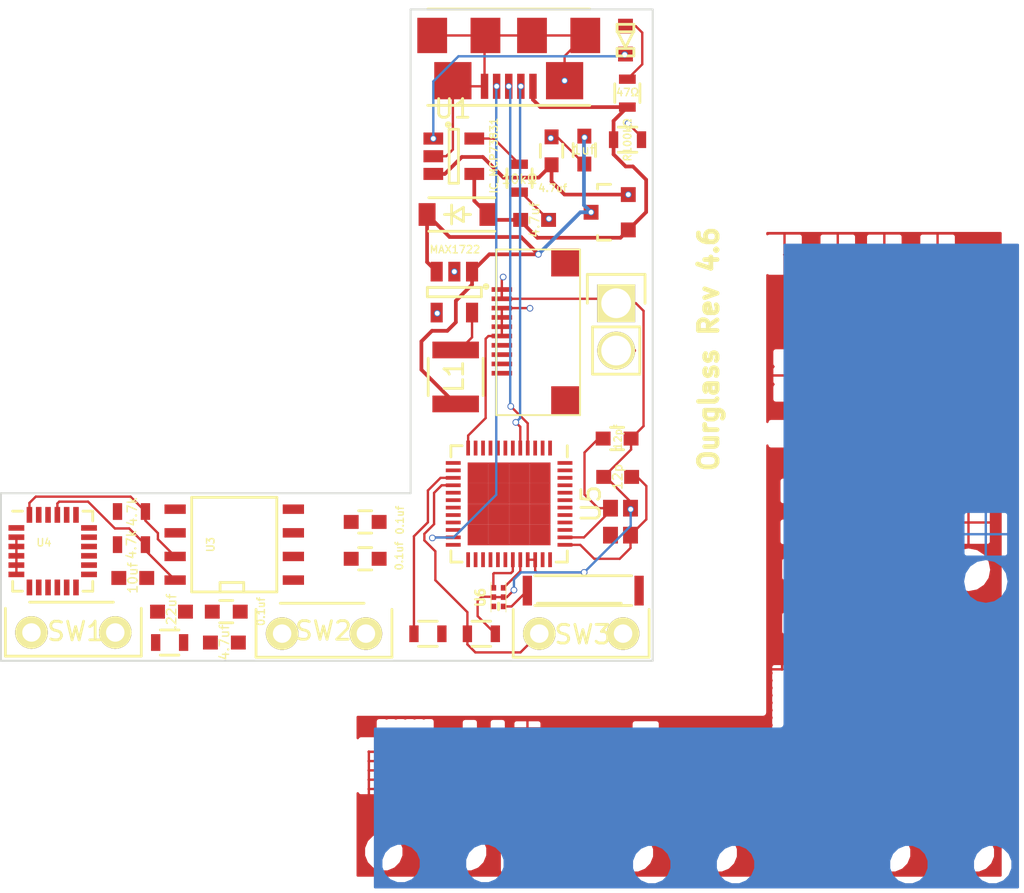
<source format=kicad_pcb>
(kicad_pcb (version 4) (host pcbnew 4.0.2-stable)

  (general
    (links 109)
    (no_connects 41)
    (area 150.149999 80.649999 185.250001 115.750001)
    (thickness 1.6)
    (drawings 7)
    (tracks 259)
    (zones 0)
    (modules 37)
    (nets 68)
  )

  (page A4)
  (layers
    (0 F.Cu signal)
    (1 In1.Cu signal)
    (2 In2.Cu signal)
    (31 B.Cu signal)
    (32 B.Adhes user)
    (33 F.Adhes user)
    (34 B.Paste user)
    (35 F.Paste user)
    (36 B.SilkS user)
    (37 F.SilkS user)
    (38 B.Mask user)
    (39 F.Mask user)
    (40 Dwgs.User user)
    (41 Cmts.User user)
    (42 Eco1.User user)
    (43 Eco2.User user)
    (44 Edge.Cuts user)
    (45 Margin user)
    (46 B.CrtYd user)
    (47 F.CrtYd user)
    (48 B.Fab user)
    (49 F.Fab user)
  )

  (setup
    (last_trace_width 0.127)
    (trace_clearance 0.127)
    (zone_clearance 0.127)
    (zone_45_only yes)
    (trace_min 0.127)
    (segment_width 0.2)
    (edge_width 0.1)
    (via_size 0.355)
    (via_drill 0.254)
    (via_min_size 0.355)
    (via_min_drill 0.254)
    (uvia_size 0.3)
    (uvia_drill 0.1)
    (uvias_allowed no)
    (uvia_min_size 0.2)
    (uvia_min_drill 0.1)
    (pcb_text_width 0.3)
    (pcb_text_size 0.3 0.3)
    (mod_edge_width 0.15)
    (mod_text_size 0.4 0.4)
    (mod_text_width 0.075)
    (pad_size 0.85 0.3)
    (pad_drill 0)
    (pad_to_mask_clearance 0)
    (aux_axis_origin 0 0)
    (visible_elements FFFFEF7F)
    (pcbplotparams
      (layerselection 0x01004_00000000)
      (usegerberextensions true)
      (excludeedgelayer true)
      (linewidth 0.100000)
      (plotframeref false)
      (viasonmask false)
      (mode 1)
      (useauxorigin false)
      (hpglpennumber 1)
      (hpglpenspeed 20)
      (hpglpendiameter 15)
      (hpglpenoverlay 2)
      (psnegative false)
      (psa4output false)
      (plotreference false)
      (plotvalue false)
      (plotinvisibletext false)
      (padsonsilk false)
      (subtractmaskfromsilk true)
      (outputformat 1)
      (mirror false)
      (drillshape 0)
      (scaleselection 1)
      (outputdirectory ../../gerbers-oct/))
  )

  (net 0 "")
  (net 1 GND)
  (net 2 "Net-(12pf1-Pad2)")
  (net 3 "Net-(C5-Pad1)")
  (net 4 "Net-(C5-Pad2)")
  (net 5 "Net-(C6-Pad1)")
  (net 6 VCC)
  (net 7 "Net-(C10-Pad1)")
  (net 8 "Net-(D2-Pad2)")
  (net 9 "Net-(D2-Pad1)")
  (net 10 "Net-(L1-Pad2)")
  (net 11 "Net-(R2-Pad1)")
  (net 12 SDA)
  (net 13 SCL)
  (net 14 "Net-(U3-Pad4)")
  (net 15 "Net-(U3-Pad3)")
  (net 16 "Net-(U3-Pad1)")
  (net 17 "Net-(U4-Pad1)")
  (net 18 "Net-(U4-Pad10)")
  (net 19 "Net-(U4-Pad11)")
  (net 20 "Net-(U4-Pad12)")
  (net 21 "Net-(U4-Pad13)")
  (net 22 "Net-(U4-Pad14)")
  (net 23 "Net-(U5-Pad2)")
  (net 24 "Net-(U5-Pad3)")
  (net 25 "Net-(U5-Pad17)")
  (net 26 "Net-(U5-Pad18)")
  (net 27 "Net-(U5-Pad19)")
  (net 28 "Net-(U5-Pad20)")
  (net 29 "Net-(U5-Pad21)")
  (net 30 "Net-(U5-Pad22)")
  (net 31 "Net-(U5-Pad24)")
  (net 32 "Net-(U5-Pad25)")
  (net 33 "Net-(U5-Pad26)")
  (net 34 "Net-(U5-Pad27)")
  (net 35 "Net-(U5-Pad28)")
  (net 36 "Net-(U5-Pad29)")
  (net 37 "Net-(U5-Pad31)")
  (net 38 DISPLAY_SCK)
  (net 39 DISPLAY_MOSI)
  (net 40 DISPLAY_SS)
  (net 41 "Net-(U5-Pad39)")
  (net 42 "Net-(U5-Pad40)")
  (net 43 "Net-(U5-Pad41)")
  (net 44 "Net-(U5-Pad42)")
  (net 45 "Net-(U5-Pad43)")
  (net 46 "Net-(U5-Pad44)")
  (net 47 "Net-(U5-Pad45)")
  (net 48 "Net-(U4-Pad22)")
  (net 49 "Net-(U4-Pad23)")
  (net 50 "Net-(ANT1-Pad1)")
  (net 51 /TX)
  (net 52 /RX)
  (net 53 "Net-(U5-Pad11)")
  (net 54 /Reset)
  (net 55 "Net-(U5-Pad46)")
  (net 56 "Net-(U5-Pad47)")
  (net 57 "Net-(U5-Pad48)")
  (net 58 /EXTVCC)
  (net 59 /Regulator_In)
  (net 60 /VBAT)
  (net 61 "Net-(J1-Pad4)")
  (net 62 "Net-(U5-Pad30)")
  (net 63 "Net-(U6-Pad6)")
  (net 64 /SW1)
  (net 65 /SW2)
  (net 66 /SW3)
  (net 67 "Net-(U5-Pad32)")

  (net_class Default "This is the default net class."
    (clearance 0.127)
    (trace_width 0.127)
    (via_dia 0.355)
    (via_drill 0.254)
    (uvia_dia 0.3)
    (uvia_drill 0.1)
    (add_net /RX)
    (add_net /Reset)
    (add_net /SW1)
    (add_net /SW2)
    (add_net /SW3)
    (add_net /TX)
    (add_net DISPLAY_MOSI)
    (add_net DISPLAY_SCK)
    (add_net DISPLAY_SS)
    (add_net GND)
    (add_net "Net-(12pf1-Pad2)")
    (add_net "Net-(ANT1-Pad1)")
    (add_net "Net-(C10-Pad1)")
    (add_net "Net-(C5-Pad1)")
    (add_net "Net-(C5-Pad2)")
    (add_net "Net-(C6-Pad1)")
    (add_net "Net-(D2-Pad1)")
    (add_net "Net-(D2-Pad2)")
    (add_net "Net-(J1-Pad4)")
    (add_net "Net-(L1-Pad2)")
    (add_net "Net-(R2-Pad1)")
    (add_net "Net-(U3-Pad1)")
    (add_net "Net-(U3-Pad3)")
    (add_net "Net-(U3-Pad4)")
    (add_net "Net-(U4-Pad1)")
    (add_net "Net-(U4-Pad10)")
    (add_net "Net-(U4-Pad11)")
    (add_net "Net-(U4-Pad12)")
    (add_net "Net-(U4-Pad13)")
    (add_net "Net-(U4-Pad14)")
    (add_net "Net-(U4-Pad22)")
    (add_net "Net-(U4-Pad23)")
    (add_net "Net-(U5-Pad11)")
    (add_net "Net-(U5-Pad17)")
    (add_net "Net-(U5-Pad18)")
    (add_net "Net-(U5-Pad19)")
    (add_net "Net-(U5-Pad2)")
    (add_net "Net-(U5-Pad20)")
    (add_net "Net-(U5-Pad21)")
    (add_net "Net-(U5-Pad22)")
    (add_net "Net-(U5-Pad24)")
    (add_net "Net-(U5-Pad25)")
    (add_net "Net-(U5-Pad26)")
    (add_net "Net-(U5-Pad27)")
    (add_net "Net-(U5-Pad28)")
    (add_net "Net-(U5-Pad29)")
    (add_net "Net-(U5-Pad3)")
    (add_net "Net-(U5-Pad30)")
    (add_net "Net-(U5-Pad31)")
    (add_net "Net-(U5-Pad32)")
    (add_net "Net-(U5-Pad39)")
    (add_net "Net-(U5-Pad40)")
    (add_net "Net-(U5-Pad41)")
    (add_net "Net-(U5-Pad42)")
    (add_net "Net-(U5-Pad43)")
    (add_net "Net-(U5-Pad44)")
    (add_net "Net-(U5-Pad45)")
    (add_net "Net-(U5-Pad46)")
    (add_net "Net-(U5-Pad47)")
    (add_net "Net-(U5-Pad48)")
    (add_net "Net-(U6-Pad6)")
    (add_net SCL)
    (add_net SDA)
    (add_net VCC)
  )

  (net_class power ""
    (clearance 0.127)
    (trace_width 0.2)
    (via_dia 0.355)
    (via_drill 0.254)
    (uvia_dia 0.3)
    (uvia_drill 0.1)
    (add_net /EXTVCC)
    (add_net /Regulator_In)
    (add_net /VBAT)
  )

  (module Capacitors_SMD:C_0603 (layer F.Cu) (tedit 5707466E) (tstamp 55AF1ADB)
    (at 183.32 105.82)
    (descr "Capacitor SMD 0603, reflow soldering, AVX (see smccp.pdf)")
    (tags "capacitor 0603")
    (path /5500DAB9)
    (attr smd)
    (fp_text reference 12p (at 0 0 90) (layer F.SilkS)
      (effects (font (size 0.5 0.5) (thickness 0.075)))
    )
    (fp_text value C9 (at 11.15 2.54) (layer F.Fab) hide
      (effects (font (size 1 1) (thickness 0.15)))
    )
    (fp_line (start -1.45 -0.75) (end 1.45 -0.75) (layer F.CrtYd) (width 0.05))
    (fp_line (start -1.45 0.75) (end 1.45 0.75) (layer F.CrtYd) (width 0.05))
    (fp_line (start -1.45 -0.75) (end -1.45 0.75) (layer F.CrtYd) (width 0.05))
    (fp_line (start 1.45 -0.75) (end 1.45 0.75) (layer F.CrtYd) (width 0.05))
    (pad 1 smd rect (at -0.75 0) (size 0.8 0.75) (layers F.Cu F.Paste F.Mask)
      (net 1 GND))
    (pad 2 smd rect (at 0.75 0) (size 0.8 0.75) (layers F.Cu F.Paste F.Mask)
      (net 2 "Net-(12pf1-Pad2)"))
    (model Capacitors_SMD.3dshapes/C_0603.wrl
      (at (xyz 0 0 0))
      (scale (xyz 1 1 1))
      (rotate (xyz 0 0 0))
    )
  )

  (module Capacitors_SMD:C_0603 (layer F.Cu) (tedit 570340DB) (tstamp 55B03346)
    (at 178.86 92.01)
    (descr "Capacitor SMD 0603, reflow soldering, AVX (see smccp.pdf)")
    (tags "capacitor 0603")
    (path /55AF0795)
    (attr smd)
    (fp_text reference C2 (at 0 -1.9) (layer F.SilkS) hide
      (effects (font (size 1 1) (thickness 0.15)))
    )
    (fp_text value 4.7uf (at 0 0 90) (layer F.SilkS)
      (effects (font (size 0.5 0.5) (thickness 0.075)))
    )
    (fp_line (start -1.45 -0.75) (end 1.45 -0.75) (layer F.CrtYd) (width 0.05))
    (fp_line (start -1.45 0.75) (end 1.45 0.75) (layer F.CrtYd) (width 0.05))
    (fp_line (start -1.45 -0.75) (end -1.45 0.75) (layer F.CrtYd) (width 0.05))
    (fp_line (start 1.45 -0.75) (end 1.45 0.75) (layer F.CrtYd) (width 0.05))
    (pad 1 smd rect (at -0.75 0) (size 0.8 0.75) (layers F.Cu F.Paste F.Mask)
      (net 58 /EXTVCC))
    (pad 2 smd rect (at 0.75 0) (size 0.8 0.75) (layers F.Cu F.Paste F.Mask)
      (net 1 GND))
    (model Capacitors_SMD.3dshapes/C_0603.wrl
      (at (xyz 0 0 0))
      (scale (xyz 1 1 1))
      (rotate (xyz 0 0 0))
    )
  )

  (module Resistors_SMD:R_0603 (layer F.Cu) (tedit 57020E75) (tstamp 55AF1B5F)
    (at 157.21 107.68 180)
    (descr "Resistor SMD 0603, reflow soldering, Vishay (see dcrcw.pdf)")
    (tags "resistor 0603")
    (path /546F5EEA)
    (attr smd)
    (fp_text reference R5 (at -2.38 -9.49 180) (layer F.SilkS) hide
      (effects (font (size 1 1) (thickness 0.15)))
    )
    (fp_text value 4.7k (at -0.04 -0.01 270) (layer F.SilkS)
      (effects (font (size 0.5 0.5) (thickness 0.075)))
    )
    (fp_line (start -1.3 -0.8) (end 1.3 -0.8) (layer F.CrtYd) (width 0.05))
    (fp_line (start -1.3 0.8) (end 1.3 0.8) (layer F.CrtYd) (width 0.05))
    (fp_line (start -1.3 -0.8) (end -1.3 0.8) (layer F.CrtYd) (width 0.05))
    (fp_line (start 1.3 -0.8) (end 1.3 0.8) (layer F.CrtYd) (width 0.05))
    (pad 1 smd rect (at -0.75 0 180) (size 0.5 0.9) (layers F.Cu F.Paste F.Mask)
      (net 12 SDA))
    (pad 2 smd rect (at 0.75 0 180) (size 0.5 0.9) (layers F.Cu F.Paste F.Mask)
      (net 6 VCC))
    (model Resistors_SMD.3dshapes/R_0603.wrl
      (at (xyz 0 0 0))
      (scale (xyz 1 1 1))
      (rotate (xyz 0 0 0))
    )
  )

  (module Resistors_SMD:R_0603 (layer F.Cu) (tedit 57020E37) (tstamp 55AF1B6A)
    (at 157.21 109.46 180)
    (descr "Resistor SMD 0603, reflow soldering, Vishay (see dcrcw.pdf)")
    (tags "resistor 0603")
    (path /546F5F08)
    (attr smd)
    (fp_text reference R6 (at -0.36 -8.59 180) (layer F.SilkS) hide
      (effects (font (size 0.4 0.4) (thickness 0.075)))
    )
    (fp_text value 4.7k (at 0 0 270) (layer F.SilkS)
      (effects (font (size 0.5 0.5) (thickness 0.075)))
    )
    (fp_line (start -1.3 -0.8) (end 1.3 -0.8) (layer F.CrtYd) (width 0.05))
    (fp_line (start -1.3 0.8) (end 1.3 0.8) (layer F.CrtYd) (width 0.05))
    (fp_line (start -1.3 -0.8) (end -1.3 0.8) (layer F.CrtYd) (width 0.05))
    (fp_line (start 1.3 -0.8) (end 1.3 0.8) (layer F.CrtYd) (width 0.05))
    (pad 1 smd rect (at -0.75 0 180) (size 0.5 0.9) (layers F.Cu F.Paste F.Mask)
      (net 13 SCL))
    (pad 2 smd rect (at 0.75 0 180) (size 0.5 0.9) (layers F.Cu F.Paste F.Mask)
      (net 6 VCC))
    (model Resistors_SMD.3dshapes/R_0603.wrl
      (at (xyz 0 0 0))
      (scale (xyz 1 1 1))
      (rotate (xyz 0 0 0))
    )
  )

  (module watch-v4:omron_XF2M-1015-1A-2 (layer F.Cu) (tedit 57020490) (tstamp 55B03783)
    (at 178.1 98 90)
    (path /54711876)
    (fp_text reference J1 (at 0 3.5 90) (layer F.SilkS) hide
      (effects (font (size 1 1) (thickness 0.15)))
    )
    (fp_text value CONN_10 (at 0 -3.5 90) (layer F.Fab) hide
      (effects (font (size 1 1) (thickness 0.15)))
    )
    (fp_line (start -4.5 -1.3) (end 4.4 -1.3) (layer F.SilkS) (width 0.1))
    (fp_line (start 4.4 -1.3) (end 4.4 3.2) (layer F.SilkS) (width 0.1))
    (fp_line (start 4.4 3.2) (end -4.5 3.2) (layer F.SilkS) (width 0.1))
    (fp_line (start -4.5 3.2) (end -4.5 -1.3) (layer F.SilkS) (width 0.1))
    (pad "" smd rect (at -3.7 2.4 90) (size 1.5 1.5) (layers F.Cu F.Paste F.Mask))
    (pad 2 smd rect (at -1.75 -1 90) (size 0.25 1.1) (layers F.Cu F.Paste F.Mask)
      (net 39 DISPLAY_MOSI))
    (pad 3 smd rect (at -1.25 -1 90) (size 0.25 1.1) (layers F.Cu F.Paste F.Mask)
      (net 38 DISPLAY_SCK))
    (pad 4 smd rect (at -0.75 -1 90) (size 0.25 1.1) (layers F.Cu F.Paste F.Mask)
      (net 61 "Net-(J1-Pad4)"))
    (pad 5 smd rect (at -0.25 -1 90) (size 0.25 1.1) (layers F.Cu F.Paste F.Mask)
      (net 6 VCC))
    (pad 6 smd rect (at 0.25 -1 90) (size 0.25 1.1) (layers F.Cu F.Paste F.Mask)
      (net 6 VCC))
    (pad 7 smd rect (at 0.75 -1 90) (size 0.25 1.1) (layers F.Cu F.Paste F.Mask)
      (net 6 VCC))
    (pad 8 smd rect (at 1.25 -1 90) (size 0.25 1.1) (layers F.Cu F.Paste F.Mask)
      (net 6 VCC))
    (pad 9 smd rect (at 1.75 -1 90) (size 0.25 1.1) (layers F.Cu F.Paste F.Mask)
      (net 1 GND))
    (pad 10 smd rect (at 2.25 -1 90) (size 0.25 1.1) (layers F.Cu F.Paste F.Mask)
      (net 1 GND))
    (pad 1 smd rect (at -2.25 -1 90) (size 0.25 1.1) (layers F.Cu F.Paste F.Mask)
      (net 40 DISPLAY_SS))
    (pad "" smd rect (at 3.7 2.4 90) (size 1.5 1.5) (layers F.Cu F.Paste F.Mask))
  )

  (module Capacitors_SMD:C_0603 (layer F.Cu) (tedit 57020DE5) (tstamp 55AF1AE6)
    (at 159.36 113.06 180)
    (descr "Capacitor SMD 0603, reflow soldering, AVX (see smccp.pdf)")
    (tags "capacitor 0603")
    (path /5470F658)
    (attr smd)
    (fp_text reference C5 (at 0 -1.9 180) (layer F.SilkS) hide
      (effects (font (size 1 1) (thickness 0.15)))
    )
    (fp_text value .22uf (at 0 0 270) (layer F.SilkS)
      (effects (font (size 0.5 0.5) (thickness 0.075)))
    )
    (fp_line (start -1.45 -0.75) (end 1.45 -0.75) (layer F.CrtYd) (width 0.05))
    (fp_line (start -1.45 0.75) (end 1.45 0.75) (layer F.CrtYd) (width 0.05))
    (fp_line (start -1.45 -0.75) (end -1.45 0.75) (layer F.CrtYd) (width 0.05))
    (fp_line (start 1.45 -0.75) (end 1.45 0.75) (layer F.CrtYd) (width 0.05))
    (pad 1 smd rect (at -0.75 0 180) (size 0.8 0.75) (layers F.Cu F.Paste F.Mask)
      (net 3 "Net-(C5-Pad1)"))
    (pad 2 smd rect (at 0.75 0 180) (size 0.8 0.75) (layers F.Cu F.Paste F.Mask)
      (net 4 "Net-(C5-Pad2)"))
    (model Capacitors_SMD.3dshapes/C_0603.wrl
      (at (xyz 0 0 0))
      (scale (xyz 1 1 1))
      (rotate (xyz 0 0 0))
    )
  )

  (module Capacitors_SMD:C_0603 (layer F.Cu) (tedit 57020E16) (tstamp 55AF1AFC)
    (at 157.28 111.25)
    (descr "Capacitor SMD 0603, reflow soldering, AVX (see smccp.pdf)")
    (tags "capacitor 0603")
    (path /5470F946)
    (attr smd)
    (fp_text reference C7 (at 6.26 6.51) (layer F.SilkS) hide
      (effects (font (size 1 1) (thickness 0.15)))
    )
    (fp_text value 10uf (at 0 0 90) (layer F.SilkS)
      (effects (font (size 0.5 0.5) (thickness 0.075)))
    )
    (fp_line (start -1.45 -0.75) (end 1.45 -0.75) (layer F.CrtYd) (width 0.05))
    (fp_line (start -1.45 0.75) (end 1.45 0.75) (layer F.CrtYd) (width 0.05))
    (fp_line (start -1.45 -0.75) (end -1.45 0.75) (layer F.CrtYd) (width 0.05))
    (fp_line (start 1.45 -0.75) (end 1.45 0.75) (layer F.CrtYd) (width 0.05))
    (pad 1 smd rect (at -0.75 0) (size 0.8 0.75) (layers F.Cu F.Paste F.Mask)
      (net 6 VCC))
    (pad 2 smd rect (at 0.75 0) (size 0.8 0.75) (layers F.Cu F.Paste F.Mask)
      (net 1 GND))
    (model Capacitors_SMD.3dshapes/C_0603.wrl
      (at (xyz 0 0 0))
      (scale (xyz 1 1 1))
      (rotate (xyz 0 0 0))
    )
  )

  (module Capacitors_SMD:C_0603 (layer F.Cu) (tedit 57020E0A) (tstamp 55AF1AF1)
    (at 162.2 114.72 180)
    (descr "Capacitor SMD 0603, reflow soldering, AVX (see smccp.pdf)")
    (tags "capacitor 0603")
    (path /5470F78B)
    (attr smd)
    (fp_text reference C6 (at 0 -1.9 180) (layer F.SilkS) hide
      (effects (font (size 1 1) (thickness 0.15)))
    )
    (fp_text value 4.7uf (at 0 0 270) (layer F.SilkS)
      (effects (font (size 0.5 0.5) (thickness 0.075)))
    )
    (fp_line (start -1.45 -0.75) (end 1.45 -0.75) (layer F.CrtYd) (width 0.05))
    (fp_line (start -1.45 0.75) (end 1.45 0.75) (layer F.CrtYd) (width 0.05))
    (fp_line (start -1.45 -0.75) (end -1.45 0.75) (layer F.CrtYd) (width 0.05))
    (fp_line (start 1.45 -0.75) (end 1.45 0.75) (layer F.CrtYd) (width 0.05))
    (pad 1 smd rect (at -0.75 0 180) (size 0.8 0.75) (layers F.Cu F.Paste F.Mask)
      (net 5 "Net-(C6-Pad1)"))
    (pad 2 smd rect (at 0.75 0 180) (size 0.8 0.75) (layers F.Cu F.Paste F.Mask)
      (net 1 GND))
    (model Capacitors_SMD.3dshapes/C_0603.wrl
      (at (xyz 0 0 0))
      (scale (xyz 1 1 1))
      (rotate (xyz 0 0 0))
    )
  )

  (module LED-0603 (layer F.Cu) (tedit 55B04172) (tstamp 55458C40)
    (at 183.74 82.35 90)
    (descr "LED 0603 smd package")
    (tags "LED led 0603 SMD smd SMT smt smdled SMDLED smtled SMTLED")
    (path /546D9A7B)
    (attr smd)
    (fp_text reference D2 (at 4.23 0.55 90) (layer F.SilkS) hide
      (effects (font (size 0.4 0.4) (thickness 0.075)))
    )
    (fp_text value LED (at 1.8 0 90) (layer F.Fab) hide
      (effects (font (size 0.4 0.4) (thickness 0.075)))
    )
    (fp_line (start 0.4 -0.4) (end -0.4 0) (layer F.SilkS) (width 0.15))
    (fp_line (start -0.4 0) (end 0.4 0.4) (layer F.SilkS) (width 0.15))
    (fp_line (start -0.44958 -0.44958) (end -0.44958 0.44958) (layer F.SilkS) (width 0.15))
    (fp_line (start -0.44958 0.44958) (end -0.84836 0.44958) (layer F.SilkS) (width 0.15))
    (fp_line (start -0.84836 -0.44958) (end -0.84836 0.44958) (layer F.SilkS) (width 0.15))
    (fp_line (start -0.44958 -0.44958) (end -0.84836 -0.44958) (layer F.SilkS) (width 0.15))
    (fp_line (start 0.84836 -0.44958) (end 0.84836 0.44958) (layer F.SilkS) (width 0.15))
    (fp_line (start 0.84836 0.44958) (end 0.44958 0.44958) (layer F.SilkS) (width 0.15))
    (fp_line (start 0.44958 -0.44958) (end 0.44958 0.44958) (layer F.SilkS) (width 0.15))
    (fp_line (start 0.84836 -0.44958) (end 0.44958 -0.44958) (layer F.SilkS) (width 0.15))
    (pad 2 smd rect (at 0.7493 0 270) (size 0.79756 0.79756) (layers F.Cu F.Paste F.Mask)
      (net 8 "Net-(D2-Pad2)"))
    (pad 1 smd rect (at -0.7493 0 270) (size 0.79756 0.79756) (layers F.Cu F.Paste F.Mask)
      (net 9 "Net-(D2-Pad1)"))
  )

  (module Diodes_SMD:SOD-123 (layer F.Cu) (tedit 55B03F31) (tstamp 55AF2EC7)
    (at 174.72 91.72 180)
    (descr SOD-123)
    (tags SOD-123)
    (path /546DA185)
    (attr smd)
    (fp_text reference D1 (at 0 -2 180) (layer F.SilkS) hide
      (effects (font (size 1 1) (thickness 0.15)))
    )
    (fp_text value DIODESCH (at 0 2.1 180) (layer F.Fab) hide
      (effects (font (size 1 1) (thickness 0.15)))
    )
    (fp_line (start -0.3175 0) (end -0.6985 0) (layer F.SilkS) (width 0.15))
    (fp_line (start 0.6985 0) (end 0.3175 0) (layer F.SilkS) (width 0.15))
    (fp_line (start 0.3175 0) (end -0.3175 0.381) (layer F.SilkS) (width 0.15))
    (fp_line (start -0.3175 0.381) (end -0.3175 -0.381) (layer F.SilkS) (width 0.15))
    (fp_line (start -0.3175 -0.381) (end 0.3175 0) (layer F.SilkS) (width 0.15))
    (fp_line (start 0.3175 0.508) (end 0.3175 -0.508) (layer F.SilkS) (width 0.15))
    (fp_line (start -2.25 -1.05) (end 2.25 -1.05) (layer F.CrtYd) (width 0.05))
    (fp_line (start 2.25 -1.05) (end 2.25 1.05) (layer F.CrtYd) (width 0.05))
    (fp_line (start 2.25 1.05) (end -2.25 1.05) (layer F.CrtYd) (width 0.05))
    (fp_line (start -2.25 -1.05) (end -2.25 1.05) (layer F.CrtYd) (width 0.05))
    (fp_line (start -2 0.9) (end 1.54 0.9) (layer F.SilkS) (width 0.15))
    (fp_line (start -2 -0.9) (end 1.54 -0.9) (layer F.SilkS) (width 0.15))
    (pad 1 smd rect (at -1.635 0 180) (size 0.91 1.22) (layers F.Cu F.Paste F.Mask)
      (net 58 /EXTVCC))
    (pad 2 smd rect (at 1.635 0 180) (size 0.91 1.22) (layers F.Cu F.Paste F.Mask)
      (net 59 /Regulator_In))
  )

  (module Resistors_SMD:R_1210 (layer F.Cu) (tedit 55B03F2C) (tstamp 55458C4C)
    (at 174.62 100.45 90)
    (descr "Resistor SMD 1210, reflow soldering, Vishay (see dcrcw.pdf)")
    (tags "resistor 1210")
    (path /546DAAA2)
    (attr smd)
    (fp_text reference L1 (at 0.03 -0.08 90) (layer F.SilkS)
      (effects (font (size 1 1) (thickness 0.15)))
    )
    (fp_text value 10uH (at 0 2.7 90) (layer F.Fab) hide
      (effects (font (size 1 1) (thickness 0.15)))
    )
    (fp_line (start -2.2 -1.6) (end 2.2 -1.6) (layer F.CrtYd) (width 0.05))
    (fp_line (start -2.2 1.6) (end 2.2 1.6) (layer F.CrtYd) (width 0.05))
    (fp_line (start -2.2 -1.6) (end -2.2 1.6) (layer F.CrtYd) (width 0.05))
    (fp_line (start 2.2 -1.6) (end 2.2 1.6) (layer F.CrtYd) (width 0.05))
    (fp_line (start 1 1.475) (end -1 1.475) (layer F.SilkS) (width 0.15))
    (fp_line (start -1 -1.475) (end 1 -1.475) (layer F.SilkS) (width 0.15))
    (pad 1 smd rect (at -1.45 0 90) (size 0.9 2.5) (layers F.Cu F.Paste F.Mask)
      (net 59 /Regulator_In))
    (pad 2 smd rect (at 1.45 0 90) (size 0.9 2.5) (layers F.Cu F.Paste F.Mask)
      (net 10 "Net-(L1-Pad2)"))
    (model Resistors_SMD.3dshapes/R_1210.wrl
      (at (xyz 0 0 0))
      (scale (xyz 1 1 1))
      (rotate (xyz 0 0 0))
    )
  )

  (module Housings_SOT-23_SOT-143_TSOT-6:SOT-23 (layer F.Cu) (tedit 55B03F96) (tstamp 55458C5C)
    (at 182.89 91.6 90)
    (descr "SOT-23, Standard")
    (tags SOT-23)
    (path /546DA02D)
    (attr smd)
    (fp_text reference Q1 (at 0 -2.25 90) (layer F.SilkS) hide
      (effects (font (size 1 1) (thickness 0.15)))
    )
    (fp_text value MOSFET_P (at 0 2.3 180) (layer F.Fab) hide
      (effects (font (size 1 1) (thickness 0.15)))
    )
    (fp_line (start -1.65 -1.6) (end 1.65 -1.6) (layer F.CrtYd) (width 0.05))
    (fp_line (start 1.65 -1.6) (end 1.65 1.6) (layer F.CrtYd) (width 0.05))
    (fp_line (start 1.65 1.6) (end -1.65 1.6) (layer F.CrtYd) (width 0.05))
    (fp_line (start -1.65 1.6) (end -1.65 -1.6) (layer F.CrtYd) (width 0.05))
    (fp_line (start 1.29916 -0.65024) (end 1.2509 -0.65024) (layer F.SilkS) (width 0.15))
    (fp_line (start -1.49982 0.0508) (end -1.49982 -0.65024) (layer F.SilkS) (width 0.15))
    (fp_line (start -1.49982 -0.65024) (end -1.2509 -0.65024) (layer F.SilkS) (width 0.15))
    (fp_line (start 1.29916 -0.65024) (end 1.49982 -0.65024) (layer F.SilkS) (width 0.15))
    (fp_line (start 1.49982 -0.65024) (end 1.49982 0.0508) (layer F.SilkS) (width 0.15))
    (pad 1 smd rect (at -0.95 1.00076 90) (size 0.8001 0.8001) (layers F.Cu F.Paste F.Mask)
      (net 58 /EXTVCC))
    (pad 2 smd rect (at 0.95 1.00076 90) (size 0.8001 0.8001) (layers F.Cu F.Paste F.Mask)
      (net 60 /VBAT))
    (pad 3 smd rect (at 0 -0.99822 90) (size 0.8001 0.8001) (layers F.Cu F.Paste F.Mask)
      (net 59 /Regulator_In))
    (model Housings_SOT-23_SOT-143_TSOT-6.3dshapes/SOT-23.wrl
      (at (xyz 0 0 0))
      (scale (xyz 1 1 1))
      (rotate (xyz 0 0 0))
    )
  )

  (module SMD_Packages:SOIC-8-N (layer F.Cu) (tedit 55B03DF2) (tstamp 55458CAB)
    (at 162.73 109.46 90)
    (descr "Module Narrow CMS SOJ 8 pins large")
    (tags "CMS SOJ")
    (path /546F5D09)
    (attr smd)
    (fp_text reference U3 (at 0 -1.27 90) (layer F.SilkS)
      (effects (font (size 0.4 0.4) (thickness 0.075)))
    )
    (fp_text value DS3231 (at 0 1.27 90) (layer F.Fab) hide
      (effects (font (size 1 1) (thickness 0.15)))
    )
    (fp_line (start -2.54 -2.286) (end 2.54 -2.286) (layer F.SilkS) (width 0.15))
    (fp_line (start 2.54 -2.286) (end 2.54 2.286) (layer F.SilkS) (width 0.15))
    (fp_line (start 2.54 2.286) (end -2.54 2.286) (layer F.SilkS) (width 0.15))
    (fp_line (start -2.54 2.286) (end -2.54 -2.286) (layer F.SilkS) (width 0.15))
    (fp_line (start -2.54 -0.762) (end -2.032 -0.762) (layer F.SilkS) (width 0.15))
    (fp_line (start -2.032 -0.762) (end -2.032 0.508) (layer F.SilkS) (width 0.15))
    (fp_line (start -2.032 0.508) (end -2.54 0.508) (layer F.SilkS) (width 0.15))
    (pad 8 smd rect (at -1.905 -3.175 90) (size 0.508 1.143) (layers F.Cu F.Paste F.Mask)
      (net 13 SCL))
    (pad 7 smd rect (at -0.635 -3.175 90) (size 0.508 1.143) (layers F.Cu F.Paste F.Mask)
      (net 12 SDA))
    (pad 6 smd rect (at 0.635 -3.175 90) (size 0.508 1.143) (layers F.Cu F.Paste F.Mask)
      (net 6 VCC))
    (pad 5 smd rect (at 1.905 -3.175 90) (size 0.508 1.143) (layers F.Cu F.Paste F.Mask)
      (net 1 GND))
    (pad 4 smd rect (at 1.905 3.175 90) (size 0.508 1.143) (layers F.Cu F.Paste F.Mask)
      (net 14 "Net-(U3-Pad4)"))
    (pad 3 smd rect (at 0.635 3.175 90) (size 0.508 1.143) (layers F.Cu F.Paste F.Mask)
      (net 15 "Net-(U3-Pad3)"))
    (pad 2 smd rect (at -0.635 3.175 90) (size 0.508 1.143) (layers F.Cu F.Paste F.Mask)
      (net 6 VCC))
    (pad 1 smd rect (at -1.905 3.175 90) (size 0.508 1.143) (layers F.Cu F.Paste F.Mask)
      (net 16 "Net-(U3-Pad1)"))
    (model SMD_Packages.3dshapes/SOIC-8-N.wrl
      (at (xyz 0 0 0))
      (scale (xyz 0.5 0.38 0.5))
      (rotate (xyz 0 0 0))
    )
  )

  (module Housings_SOT-23_SOT-143_TSOT-6:SOT-23-5 (layer F.Cu) (tedit 55B03EF0) (tstamp 55471B8D)
    (at 174.52 88.59)
    (descr "5-pin SOT23 package")
    (tags SOT-23-5)
    (path /546D99EE)
    (attr smd)
    (fp_text reference U1 (at -0.05 -2.55) (layer F.SilkS)
      (effects (font (size 1 1) (thickness 0.15)))
    )
    (fp_text value IC_MCP73831 (at 2.15 -0.03 90) (layer F.SilkS)
      (effects (font (size 0.4 0.4) (thickness 0.075)))
    )
    (fp_line (start -1.8 -1.6) (end 1.8 -1.6) (layer F.CrtYd) (width 0.05))
    (fp_line (start 1.8 -1.6) (end 1.8 1.6) (layer F.CrtYd) (width 0.05))
    (fp_line (start 1.8 1.6) (end -1.8 1.6) (layer F.CrtYd) (width 0.05))
    (fp_line (start -1.8 1.6) (end -1.8 -1.6) (layer F.CrtYd) (width 0.05))
    (fp_circle (center -0.3 -1.7) (end -0.2 -1.7) (layer F.SilkS) (width 0.15))
    (fp_line (start 0.25 -1.45) (end -0.25 -1.45) (layer F.SilkS) (width 0.15))
    (fp_line (start 0.25 1.45) (end 0.25 -1.45) (layer F.SilkS) (width 0.15))
    (fp_line (start -0.25 1.45) (end 0.25 1.45) (layer F.SilkS) (width 0.15))
    (fp_line (start -0.25 -1.45) (end -0.25 1.45) (layer F.SilkS) (width 0.15))
    (pad 1 smd rect (at -1.1 -0.95) (size 1.06 0.65) (layers F.Cu F.Paste F.Mask)
      (net 9 "Net-(D2-Pad1)"))
    (pad 2 smd rect (at -1.1 0) (size 1.06 0.65) (layers F.Cu F.Paste F.Mask)
      (net 1 GND))
    (pad 3 smd rect (at -1.1 0.95) (size 1.06 0.65) (layers F.Cu F.Paste F.Mask)
      (net 60 /VBAT))
    (pad 4 smd rect (at 1.1 0.95) (size 1.06 0.65) (layers F.Cu F.Paste F.Mask)
      (net 58 /EXTVCC))
    (pad 5 smd rect (at 1.1 -0.95) (size 1.06 0.65) (layers F.Cu F.Paste F.Mask)
      (net 11 "Net-(R2-Pad1)"))
    (model Housings_SOT-23_SOT-143_TSOT-6.3dshapes/SOT-23-5.wrl
      (at (xyz 0 0 0))
      (scale (xyz 0.11 0.11 0.11))
      (rotate (xyz 0 0 90))
    )
  )

  (module Housings_SOT-23_SOT-143_TSOT-6:SOT-23-5 (layer F.Cu) (tedit 55B11876) (tstamp 55471B9F)
    (at 174.55 95.89 270)
    (descr "5-pin SOT23 package")
    (tags SOT-23-5)
    (path /546DAA54)
    (attr smd)
    (fp_text reference U2 (at -0.05 -2.55 270) (layer F.SilkS) hide
      (effects (font (size 1 1) (thickness 0.15)))
    )
    (fp_text value MAX1722 (at -2.29 -0.03 360) (layer F.SilkS)
      (effects (font (size 0.4 0.4) (thickness 0.075)))
    )
    (fp_line (start -1.8 -1.6) (end 1.8 -1.6) (layer F.CrtYd) (width 0.05))
    (fp_line (start 1.8 -1.6) (end 1.8 1.6) (layer F.CrtYd) (width 0.05))
    (fp_line (start 1.8 1.6) (end -1.8 1.6) (layer F.CrtYd) (width 0.05))
    (fp_line (start -1.8 1.6) (end -1.8 -1.6) (layer F.CrtYd) (width 0.05))
    (fp_circle (center -0.3 -1.7) (end -0.2 -1.7) (layer F.SilkS) (width 0.15))
    (fp_line (start 0.25 -1.45) (end -0.25 -1.45) (layer F.SilkS) (width 0.15))
    (fp_line (start 0.25 1.45) (end 0.25 -1.45) (layer F.SilkS) (width 0.15))
    (fp_line (start -0.25 1.45) (end 0.25 1.45) (layer F.SilkS) (width 0.15))
    (fp_line (start -0.25 -1.45) (end -0.25 1.45) (layer F.SilkS) (width 0.15))
    (pad 1 smd rect (at -1.1 -0.95 270) (size 1.06 0.65) (layers F.Cu F.Paste F.Mask)
      (net 59 /Regulator_In))
    (pad 2 smd rect (at -1.1 0 270) (size 1.06 0.65) (layers F.Cu F.Paste F.Mask)
      (net 1 GND))
    (pad 3 smd rect (at -1.1 0.95 270) (size 1.06 0.65) (layers F.Cu F.Paste F.Mask)
      (net 59 /Regulator_In))
    (pad 4 smd rect (at 1.1 0.95 270) (size 1.06 0.65) (layers F.Cu F.Paste F.Mask)
      (net 6 VCC))
    (pad 5 smd rect (at 1.1 -0.95 270) (size 1.06 0.65) (layers F.Cu F.Paste F.Mask)
      (net 10 "Net-(L1-Pad2)"))
    (model Housings_SOT-23_SOT-143_TSOT-6.3dshapes/SOT-23-5.wrl
      (at (xyz 0 0 0))
      (scale (xyz 0.11 0.11 0.11))
      (rotate (xyz 0 0 90))
    )
  )

  (module Housings_DFN_QFN:UQFN-48-1EP_6x6mm_Pitch0.4mm (layer F.Cu) (tedit 55B04345) (tstamp 55472629)
    (at 177.49 107.27 270)
    (descr "48-Lead Plastic Ultra Thin Quad Flat, No Lead Package (MV) - 6x6x0.5 mm Body [UQFN]; (see Microchip Packaging Specification 00000049BS.pdf)")
    (tags "QFN 0.4")
    (path /5500094D)
    (attr smd)
    (fp_text reference U5 (at 0 -4.4 270) (layer F.SilkS)
      (effects (font (size 1 1) (thickness 0.15)))
    )
    (fp_text value NRF51822 (at -16.82207 19.622213 270) (layer F.Fab) hide
      (effects (font (size 1 1) (thickness 0.15)))
    )
    (fp_line (start -3.65 -3.65) (end -3.65 3.65) (layer F.CrtYd) (width 0.05))
    (fp_line (start 3.65 -3.65) (end 3.65 3.65) (layer F.CrtYd) (width 0.05))
    (fp_line (start -3.65 -3.65) (end 3.65 -3.65) (layer F.CrtYd) (width 0.05))
    (fp_line (start -3.65 3.65) (end 3.65 3.65) (layer F.CrtYd) (width 0.05))
    (fp_line (start 3.125 -3.125) (end 3.125 -2.525) (layer F.SilkS) (width 0.15))
    (fp_line (start -3.125 3.125) (end -3.125 2.525) (layer F.SilkS) (width 0.15))
    (fp_line (start 3.125 3.125) (end 3.125 2.525) (layer F.SilkS) (width 0.15))
    (fp_line (start -3.125 -3.125) (end -2.525 -3.125) (layer F.SilkS) (width 0.15))
    (fp_line (start -3.125 3.125) (end -2.525 3.125) (layer F.SilkS) (width 0.15))
    (fp_line (start 3.125 3.125) (end 2.525 3.125) (layer F.SilkS) (width 0.15))
    (fp_line (start 3.125 -3.125) (end 2.525 -3.125) (layer F.SilkS) (width 0.15))
    (pad 1 smd rect (at -3 -2.2 270) (size 0.8 0.2) (layers F.Cu F.Paste F.Mask)
      (net 6 VCC))
    (pad 2 smd rect (at -3 -1.8 270) (size 0.8 0.2) (layers F.Cu F.Paste F.Mask)
      (net 23 "Net-(U5-Pad2)"))
    (pad 3 smd rect (at -3 -1.4 270) (size 0.8 0.2) (layers F.Cu F.Paste F.Mask)
      (net 24 "Net-(U5-Pad3)"))
    (pad 4 smd rect (at -3 -1 270) (size 0.8 0.2) (layers F.Cu F.Paste F.Mask)
      (net 51 /TX))
    (pad 5 smd rect (at -3 -0.6 270) (size 0.8 0.2) (layers F.Cu F.Paste F.Mask)
      (net 52 /RX))
    (pad 6 smd rect (at -3 -0.2 270) (size 0.8 0.2) (layers F.Cu F.Paste F.Mask)
      (net 13 SCL))
    (pad 7 smd rect (at -3 0.2 270) (size 0.8 0.2) (layers F.Cu F.Paste F.Mask)
      (net 12 SDA))
    (pad 8 smd rect (at -3 0.6 270) (size 0.8 0.2) (layers F.Cu F.Paste F.Mask)
      (net 40 DISPLAY_SS))
    (pad 9 smd rect (at -3 1 270) (size 0.8 0.2) (layers F.Cu F.Paste F.Mask)
      (net 39 DISPLAY_MOSI))
    (pad 10 smd rect (at -3 1.4 270) (size 0.8 0.2) (layers F.Cu F.Paste F.Mask)
      (net 38 DISPLAY_SCK))
    (pad 11 smd rect (at -3 1.8 270) (size 0.8 0.2) (layers F.Cu F.Paste F.Mask)
      (net 53 "Net-(U5-Pad11)"))
    (pad 12 smd rect (at -3 2.2 270) (size 0.8 0.2) (layers F.Cu F.Paste F.Mask)
      (net 6 VCC))
    (pad 13 smd rect (at -2.2 3) (size 0.8 0.2) (layers F.Cu F.Paste F.Mask)
      (net 1 GND))
    (pad 14 smd rect (at -1.8 3) (size 0.8 0.2) (layers F.Cu F.Paste F.Mask)
      (net 64 /SW1))
    (pad 15 smd rect (at -1.4 3) (size 0.8 0.2) (layers F.Cu F.Paste F.Mask)
      (net 65 /SW2))
    (pad 16 smd rect (at -1 3) (size 0.8 0.2) (layers F.Cu F.Paste F.Mask)
      (net 66 /SW3))
    (pad 17 smd rect (at -0.6 3) (size 0.8 0.2) (layers F.Cu F.Paste F.Mask)
      (net 25 "Net-(U5-Pad17)"))
    (pad 18 smd rect (at -0.2 3) (size 0.8 0.2) (layers F.Cu F.Paste F.Mask)
      (net 26 "Net-(U5-Pad18)"))
    (pad 19 smd rect (at 0.2 3) (size 0.8 0.2) (layers F.Cu F.Paste F.Mask)
      (net 27 "Net-(U5-Pad19)"))
    (pad 20 smd rect (at 0.6 3) (size 0.8 0.2) (layers F.Cu F.Paste F.Mask)
      (net 28 "Net-(U5-Pad20)"))
    (pad 21 smd rect (at 1 3) (size 0.8 0.2) (layers F.Cu F.Paste F.Mask)
      (net 29 "Net-(U5-Pad21)"))
    (pad 22 smd rect (at 1.4 3) (size 0.8 0.2) (layers F.Cu F.Paste F.Mask)
      (net 30 "Net-(U5-Pad22)"))
    (pad 23 smd rect (at 1.8 3) (size 0.8 0.2) (layers F.Cu F.Paste F.Mask)
      (net 54 /Reset))
    (pad 24 smd rect (at 2.2 3) (size 0.8 0.2) (layers F.Cu F.Paste F.Mask)
      (net 31 "Net-(U5-Pad24)"))
    (pad 25 smd rect (at 3 2.2 270) (size 0.8 0.2) (layers F.Cu F.Paste F.Mask)
      (net 32 "Net-(U5-Pad25)"))
    (pad 26 smd rect (at 3 1.8 270) (size 0.8 0.2) (layers F.Cu F.Paste F.Mask)
      (net 33 "Net-(U5-Pad26)"))
    (pad 27 smd rect (at 3 1.4 270) (size 0.8 0.2) (layers F.Cu F.Paste F.Mask)
      (net 34 "Net-(U5-Pad27)"))
    (pad 28 smd rect (at 3 1 270) (size 0.8 0.2) (layers F.Cu F.Paste F.Mask)
      (net 35 "Net-(U5-Pad28)"))
    (pad 29 smd rect (at 3 0.6 270) (size 0.8 0.2) (layers F.Cu F.Paste F.Mask)
      (net 36 "Net-(U5-Pad29)"))
    (pad 30 smd rect (at 3 0.2 270) (size 0.8 0.2) (layers F.Cu F.Paste F.Mask)
      (net 62 "Net-(U5-Pad30)"))
    (pad 31 smd rect (at 3 -0.2 270) (size 0.8 0.2) (layers F.Cu F.Paste F.Mask)
      (net 37 "Net-(U5-Pad31)"))
    (pad 32 smd rect (at 3 -0.6 270) (size 0.8 0.2) (layers F.Cu F.Paste F.Mask)
      (net 67 "Net-(U5-Pad32)"))
    (pad 33 smd rect (at 3 -1 270) (size 0.8 0.2) (layers F.Cu F.Paste F.Mask)
      (net 1 GND) (solder_paste_margin_ratio -0.2))
    (pad 34 smd rect (at 3 -1.4 270) (size 0.8 0.2) (layers F.Cu F.Paste F.Mask)
      (net 1 GND))
    (pad 35 smd rect (at 3 -1.8 270) (size 0.8 0.2) (layers F.Cu F.Paste F.Mask)
      (net 6 VCC))
    (pad 36 smd rect (at 3 -2.2 270) (size 0.8 0.2) (layers F.Cu F.Paste F.Mask)
      (net 6 VCC))
    (pad 37 smd rect (at 2.2 -3) (size 0.8 0.2) (layers F.Cu F.Paste F.Mask)
      (net 2 "Net-(12pf1-Pad2)"))
    (pad 38 smd rect (at 1.8 -3) (size 0.8 0.2) (layers F.Cu F.Paste F.Mask)
      (net 7 "Net-(C10-Pad1)"))
    (pad 39 smd rect (at 1.4 -3) (size 0.8 0.2) (layers F.Cu F.Paste F.Mask)
      (net 41 "Net-(U5-Pad39)"))
    (pad 40 smd rect (at 1 -3) (size 0.8 0.2) (layers F.Cu F.Paste F.Mask)
      (net 42 "Net-(U5-Pad40)"))
    (pad 41 smd rect (at 0.6 -3) (size 0.8 0.2) (layers F.Cu F.Paste F.Mask)
      (net 43 "Net-(U5-Pad41)"))
    (pad 42 smd rect (at 0.2 -3) (size 0.8 0.2) (layers F.Cu F.Paste F.Mask)
      (net 44 "Net-(U5-Pad42)"))
    (pad 43 smd rect (at -0.2 -3) (size 0.8 0.2) (layers F.Cu F.Paste F.Mask)
      (net 45 "Net-(U5-Pad43)"))
    (pad 44 smd rect (at -0.6 -3) (size 0.8 0.2) (layers F.Cu F.Paste F.Mask)
      (net 46 "Net-(U5-Pad44)"))
    (pad 45 smd rect (at -1 -3) (size 0.8 0.2) (layers F.Cu F.Paste F.Mask)
      (net 47 "Net-(U5-Pad45)"))
    (pad 46 smd rect (at -1.4 -3) (size 0.8 0.2) (layers F.Cu F.Paste F.Mask)
      (net 55 "Net-(U5-Pad46)"))
    (pad 47 smd rect (at -1.8 -3) (size 0.8 0.2) (layers F.Cu F.Paste F.Mask)
      (net 56 "Net-(U5-Pad47)"))
    (pad 48 smd rect (at -2.2 -3) (size 0.8 0.2) (layers F.Cu F.Paste F.Mask)
      (net 57 "Net-(U5-Pad48)"))
    (pad 49 smd rect (at 1.66875 1.66875 270) (size 1.1125 1.1125) (layers F.Cu F.Paste F.Mask)
      (solder_paste_margin_ratio -0.2))
    (pad 49 smd rect (at 1.66875 0.55625 270) (size 1.1125 1.1125) (layers F.Cu F.Paste F.Mask)
      (solder_paste_margin_ratio -0.2))
    (pad 49 smd rect (at 1.66875 -0.55625 270) (size 1.1125 1.1125) (layers F.Cu F.Paste F.Mask)
      (solder_paste_margin_ratio -0.2))
    (pad 49 smd rect (at 1.66875 -1.66875 270) (size 1.1125 1.1125) (layers F.Cu F.Paste F.Mask)
      (solder_paste_margin_ratio -0.2))
    (pad 49 smd rect (at 0.55625 1.66875 270) (size 1.1125 1.1125) (layers F.Cu F.Paste F.Mask)
      (solder_paste_margin_ratio -0.2))
    (pad 49 smd rect (at 0.55625 0.55625 270) (size 1.1125 1.1125) (layers F.Cu F.Paste F.Mask)
      (solder_paste_margin_ratio -0.2))
    (pad 49 smd rect (at 0.55625 -0.55625 270) (size 1.1125 1.1125) (layers F.Cu F.Paste F.Mask)
      (solder_paste_margin_ratio -0.2))
    (pad 49 smd rect (at 0.55625 -1.66875 270) (size 1.1125 1.1125) (layers F.Cu F.Paste F.Mask)
      (solder_paste_margin_ratio -0.2))
    (pad 49 smd rect (at -0.55625 1.66875 270) (size 1.1125 1.1125) (layers F.Cu F.Paste F.Mask)
      (solder_paste_margin_ratio -0.2))
    (pad 49 smd rect (at -0.55625 0.55625 270) (size 1.1125 1.1125) (layers F.Cu F.Paste F.Mask)
      (solder_paste_margin_ratio -0.2))
    (pad 49 smd rect (at -0.55625 -0.55625 270) (size 1.1125 1.1125) (layers F.Cu F.Paste F.Mask)
      (solder_paste_margin_ratio -0.2))
    (pad 49 smd rect (at -0.55625 -1.66875 270) (size 1.1125 1.1125) (layers F.Cu F.Paste F.Mask)
      (solder_paste_margin_ratio -0.2))
    (pad 49 smd rect (at -1.66875 1.66875 270) (size 1.1125 1.1125) (layers F.Cu F.Paste F.Mask)
      (solder_paste_margin_ratio -0.2))
    (pad 49 smd rect (at -1.66875 0.55625 270) (size 1.1125 1.1125) (layers F.Cu F.Paste F.Mask)
      (solder_paste_margin_ratio -0.2))
    (pad 49 smd rect (at -1.66875 -0.55625 270) (size 1.1125 1.1125) (layers F.Cu F.Paste F.Mask)
      (solder_paste_margin_ratio -0.2))
    (pad 49 smd rect (at -1.66875 -1.66875 270) (size 1.1125 1.1125) (layers F.Cu F.Paste F.Mask)
      (solder_paste_margin_ratio -0.2))
    (model Housings_DFN_QFN.3dshapes/UQFN-48-1EP_6x6mm_Pitch0.4mm.wrl
      (at (xyz 0 0 0))
      (scale (xyz 1 1 1))
      (rotate (xyz 0 0 0))
    )
  )

  (module watch-v4:QFN-24-NO-CENTER4x4mm_Pitch0.5mm (layer F.Cu) (tedit 57020D1B) (tstamp 5547C1A3)
    (at 152.98 109.81)
    (descr "24-Lead Plastic Quad Flat, No Lead Package (MJ) - 4x4x0.9 mm Body [QFN]; (see Microchip Packaging Specification 00000049BS.pdf)")
    (tags "QFN 0.5")
    (path /5470F150)
    (attr smd)
    (fp_text reference U4 (at -0.47 -0.46) (layer F.SilkS)
      (effects (font (size 0.4 0.4) (thickness 0.075)))
    )
    (fp_text value LSM9DS0 (at 0 3.375) (layer F.Fab) hide
      (effects (font (size 1 1) (thickness 0.15)))
    )
    (fp_line (start -2.65 -2.65) (end -2.65 2.65) (layer F.CrtYd) (width 0.05))
    (fp_line (start 2.65 -2.65) (end 2.65 2.65) (layer F.CrtYd) (width 0.05))
    (fp_line (start -2.65 -2.65) (end 2.65 -2.65) (layer F.CrtYd) (width 0.05))
    (fp_line (start -2.65 2.65) (end 2.65 2.65) (layer F.CrtYd) (width 0.05))
    (fp_line (start 2.15 -2.15) (end 2.15 -1.625) (layer F.SilkS) (width 0.15))
    (fp_line (start -2.15 2.15) (end -2.15 1.625) (layer F.SilkS) (width 0.15))
    (fp_line (start 2.15 2.15) (end 2.15 1.625) (layer F.SilkS) (width 0.15))
    (fp_line (start -2.15 -2.15) (end -1.625 -2.15) (layer F.SilkS) (width 0.15))
    (fp_line (start -2.15 2.15) (end -1.625 2.15) (layer F.SilkS) (width 0.15))
    (fp_line (start 2.15 2.15) (end 1.625 2.15) (layer F.SilkS) (width 0.15))
    (fp_line (start 2.15 -2.15) (end 1.625 -2.15) (layer F.SilkS) (width 0.15))
    (pad 1 smd rect (at -1.95 -1.25) (size 0.85 0.3) (layers F.Cu F.Paste F.Mask)
      (net 17 "Net-(U4-Pad1)"))
    (pad 2 smd rect (at -1.95 -0.75) (size 0.85 0.3) (layers F.Cu F.Paste F.Mask)
      (net 1 GND))
    (pad 3 smd rect (at -1.95 -0.25) (size 0.85 0.3) (layers F.Cu F.Paste F.Mask)
      (net 1 GND))
    (pad 4 smd rect (at -1.95 0.25) (size 0.85 0.3) (layers F.Cu F.Paste F.Mask)
      (net 1 GND))
    (pad 5 smd rect (at -1.95 0.75) (size 0.85 0.3) (layers F.Cu F.Paste F.Mask)
      (net 1 GND))
    (pad 6 smd rect (at -1.95 1.25) (size 0.85 0.3) (layers F.Cu F.Paste F.Mask)
      (net 1 GND))
    (pad 7 smd rect (at -1.25 1.95 90) (size 0.85 0.3) (layers F.Cu F.Paste F.Mask)
      (net 5 "Net-(C6-Pad1)"))
    (pad 8 smd rect (at -0.75 1.95 90) (size 0.85 0.3) (layers F.Cu F.Paste F.Mask)
      (net 4 "Net-(C5-Pad2)"))
    (pad 9 smd rect (at -0.25 1.95 90) (size 0.85 0.3) (layers F.Cu F.Paste F.Mask)
      (net 3 "Net-(C5-Pad1)"))
    (pad 10 smd rect (at 0.25 1.95 90) (size 0.85 0.3) (layers F.Cu F.Paste F.Mask)
      (net 18 "Net-(U4-Pad10)"))
    (pad 11 smd rect (at 0.75 1.95 90) (size 0.85 0.3) (layers F.Cu F.Paste F.Mask)
      (net 19 "Net-(U4-Pad11)"))
    (pad 12 smd rect (at 1.25 1.95 90) (size 0.85 0.3) (layers F.Cu F.Paste F.Mask)
      (net 20 "Net-(U4-Pad12)"))
    (pad 13 smd rect (at 1.95 1.25) (size 0.85 0.3) (layers F.Cu F.Paste F.Mask)
      (net 21 "Net-(U4-Pad13)"))
    (pad 14 smd rect (at 1.95 0.75) (size 0.85 0.3) (layers F.Cu F.Paste F.Mask)
      (net 22 "Net-(U4-Pad14)"))
    (pad 15 smd rect (at 1.95 0.25) (size 0.85 0.3) (layers F.Cu F.Paste F.Mask)
      (net 6 VCC))
    (pad 16 smd rect (at 1.95 -0.25) (size 0.85 0.3) (layers F.Cu F.Paste F.Mask)
      (net 6 VCC))
    (pad 17 smd rect (at 1.95 -0.75) (size 0.85 0.3) (layers F.Cu F.Paste F.Mask)
      (net 6 VCC))
    (pad 18 smd rect (at 1.95 -1.25) (size 0.85 0.3) (layers F.Cu F.Paste F.Mask)
      (net 6 VCC))
    (pad 19 smd rect (at 1.25 -1.95 90) (size 0.85 0.3) (layers F.Cu F.Paste F.Mask)
      (net 6 VCC))
    (pad 20 smd rect (at 0.75 -1.95 90) (size 0.85 0.3) (layers F.Cu F.Paste F.Mask)
      (net 6 VCC))
    (pad 21 smd rect (at 0.25 -1.95 90) (size 0.85 0.3) (layers F.Cu F.Paste F.Mask)
      (net 13 SCL) (solder_paste_margin_ratio -0.2))
    (pad 22 smd rect (at -0.25 -1.95 90) (size 0.85 0.3) (layers F.Cu F.Paste F.Mask)
      (net 48 "Net-(U4-Pad22)"))
    (pad 23 smd rect (at -0.75 -1.95 90) (size 0.85 0.3) (layers F.Cu F.Paste F.Mask)
      (net 49 "Net-(U4-Pad23)"))
    (pad 24 smd rect (at -1.25 -1.95 90) (size 0.85 0.3) (layers F.Cu F.Paste F.Mask)
      (net 12 SDA))
    (model Housings_DFN_QFN.3dshapes/QFN-24-1EP_4x4mm_Pitch0.5mm.wrl
      (at (xyz 0 0 0))
      (scale (xyz 1 1 1))
      (rotate (xyz 0 0 0))
    )
  )

  (module watch-v4:USB_Micro-B (layer F.Cu) (tedit 55B03EC7) (tstamp 55490813)
    (at 177.47 83.27 180)
    (descr "Micro USB Type B Receptacle")
    (tags "USB USB_B USB_micro USB_OTG")
    (path /550BB9F9)
    (attr smd)
    (fp_text reference XL1 (at 0 -3.75 180) (layer F.SilkS) hide
      (effects (font (size 0.5 0.5) (thickness 0.1)))
    )
    (fp_text value USB_MICRO_B (at 0 4.25 180) (layer F.Fab) hide
      (effects (font (size 0.5 0.5) (thickness 0.1)))
    )
    (fp_line (start -4.6 -2.8) (end 4.6 -2.8) (layer F.CrtYd) (width 0.05))
    (fp_line (start 4.6 3.05) (end -4.6 3.05) (layer F.CrtYd) (width 0.05))
    (fp_line (start -4.3509 -2.58754) (end 4.3491 -2.58754) (layer F.SilkS) (width 0.15))
    (fp_line (start 4.3491 2.58746) (end -4.3509 2.58746) (layer F.SilkS) (width 0.15))
    (pad 5 smd rect (at 1.25 1.17 180) (size 1.6 1.9) (layers F.Cu F.Paste F.Mask)
      (net 1 GND))
    (pad 5 smd rect (at -1.25 1.17 180) (size 1.6 1.9) (layers F.Cu F.Paste F.Mask)
      (net 1 GND))
    (pad 5 smd rect (at 4.11 1.17 180) (size 1.6 1.9) (layers F.Cu F.Paste F.Mask)
      (net 1 GND))
    (pad 5 smd rect (at 3 -1.26 180) (size 2 2) (layers F.Cu F.Paste F.Mask)
      (net 1 GND))
    (pad 1 smd rect (at -1.3009 -1.56254 270) (size 1.35 0.4) (layers F.Cu F.Paste F.Mask)
      (net 58 /EXTVCC))
    (pad 2 smd rect (at -0.6509 -1.56254 270) (size 1.35 0.4) (layers F.Cu F.Paste F.Mask)
      (net 52 /RX))
    (pad 3 smd rect (at -0.0009 -1.56254 270) (size 1.35 0.4) (layers F.Cu F.Paste F.Mask)
      (net 51 /TX))
    (pad 4 smd rect (at 0.6491 -1.56254 270) (size 1.35 0.4) (layers F.Cu F.Paste F.Mask)
      (net 54 /Reset))
    (pad 5 smd rect (at 1.2991 -1.56254 270) (size 1.35 0.4) (layers F.Cu F.Paste F.Mask)
      (net 1 GND))
    (pad 5 smd rect (at -3 -1.26 180) (size 2 2) (layers F.Cu F.Paste F.Mask)
      (net 1 GND))
    (pad 5 smd rect (at -4.11 1.17 180) (size 1.6 1.9) (layers F.Cu F.Paste F.Mask)
      (net 1 GND))
  )

  (module watch-v4:antenna (layer F.Cu) (tedit 55B043DF) (tstamp 5549BB03)
    (at 181.47 111.93)
    (path /550158B4)
    (fp_text reference ANT1 (at -0.36 -3.12) (layer F.SilkS) hide
      (effects (font (size 1 1) (thickness 0.15)))
    )
    (fp_text value - (at 0 -1.9) (layer F.Fab)
      (effects (font (size 1 1) (thickness 0.15)))
    )
    (fp_line (start -2.6 -0.8) (end 2.6 -0.8) (layer F.SilkS) (width 0.15))
    (fp_line (start -2.6 0.8) (end 2.6 0.8) (layer F.SilkS) (width 0.15))
    (pad 2 smd rect (at 3 0) (size 0.5 1.6) (layers F.Cu F.Paste F.Mask))
    (pad 1 smd rect (at -3 0) (size 0.5 1.6) (layers F.Cu F.Paste F.Mask)
      (net 50 "Net-(ANT1-Pad1)"))
  )

  (module watch-v4:Pin_Header_Straight_1x02 (layer F.Cu) (tedit 55B04306) (tstamp 5549E5DF)
    (at 183.24 96.49)
    (descr "Through hole pin header")
    (tags "pin header")
    (path /546D9BD4)
    (fp_text reference LIPOLY1 (at -14.43 3.47) (layer F.SilkS) hide
      (effects (font (size 1 1) (thickness 0.15)))
    )
    (fp_text value BATTERY (at -9.23 -2.68) (layer F.Fab) hide
      (effects (font (size 1 1) (thickness 0.15)))
    )
    (fp_line (start 1.27 1.27) (end 1.27 3.81) (layer F.SilkS) (width 0.15))
    (fp_line (start 1.55 -1.55) (end 1.55 0) (layer F.SilkS) (width 0.15))
    (fp_line (start -1.75 -1.75) (end -1.75 4.3) (layer F.CrtYd) (width 0.05))
    (fp_line (start 1.75 -1.75) (end 1.75 4.3) (layer F.CrtYd) (width 0.05))
    (fp_line (start -1.75 -1.75) (end 1.75 -1.75) (layer F.CrtYd) (width 0.05))
    (fp_line (start -1.75 4.3) (end 1.75 4.3) (layer F.CrtYd) (width 0.05))
    (fp_line (start 1.27 1.27) (end -1.27 1.27) (layer F.SilkS) (width 0.15))
    (fp_line (start -1.55 0) (end -1.55 -1.55) (layer F.SilkS) (width 0.15))
    (fp_line (start -1.55 -1.55) (end 1.55 -1.55) (layer F.SilkS) (width 0.15))
    (fp_line (start -1.27 1.27) (end -1.27 3.81) (layer F.SilkS) (width 0.15))
    (fp_line (start -1.27 3.81) (end 1.27 3.81) (layer F.SilkS) (width 0.15))
    (pad 1 thru_hole rect (at 0 0) (size 2.032 2.032) (drill 1.6) (layers *.Cu *.Mask F.SilkS)
      (net 1 GND))
    (pad 2 thru_hole oval (at 0 2.54) (size 2.032 2.032) (drill 1.6) (layers *.Cu *.Mask F.SilkS)
      (net 60 /VBAT))
    (model Pin_Headers.3dshapes/Pin_Header_Straight_1x02.wrl
      (at (xyz 0 -0.05 0))
      (scale (xyz 1 1 1))
      (rotate (xyz 0 0 90))
    )
  )

  (module watch-v4:SMD-Crystal (layer F.Cu) (tedit 55B04312) (tstamp 557DFD4B)
    (at 184.11 109.1 90)
    (path /5501416D)
    (fp_text reference X1 (at -3.0781 7.4759 90) (layer F.SilkS) hide
      (effects (font (size 0.5 0.5) (thickness 0.125)))
    )
    (fp_text value 16mhz (at 4.9719 -18.2841 90) (layer F.Fab) hide
      (effects (font (size 0.5 0.5) (thickness 0.125)))
    )
    (pad 2 smd rect (at 1.6 -0.1 90) (size 0.9 0.8) (layers F.Cu F.Paste F.Mask)
      (net 1 GND))
    (pad 1 smd rect (at 0.15 -0.1 90) (size 0.9 0.8) (layers F.Cu F.Paste F.Mask)
      (net 2 "Net-(12pf1-Pad2)"))
    (pad 3 smd rect (at 1.6 -1.175 90) (size 0.9 0.8) (layers F.Cu F.Paste F.Mask)
      (net 7 "Net-(C10-Pad1)"))
    (pad 4 smd rect (at 0.15 -1.175 90) (size 0.9 0.8) (layers F.Cu F.Paste F.Mask))
  )

  (module Capacitors_SMD:C_0603 (layer F.Cu) (tedit 55B0437F) (tstamp 55AF1B07)
    (at 162.3 113.06)
    (descr "Capacitor SMD 0603, reflow soldering, AVX (see smccp.pdf)")
    (tags "capacitor 0603")
    (path /5470F955)
    (attr smd)
    (fp_text reference C8 (at -5.03316 -3.8947) (layer F.SilkS) hide
      (effects (font (size 1 1) (thickness 0.15)))
    )
    (fp_text value 0.1uf (at 1.86684 -0.0047 90) (layer F.SilkS)
      (effects (font (size 0.4 0.4) (thickness 0.075)))
    )
    (fp_line (start -1.45 -0.75) (end 1.45 -0.75) (layer F.CrtYd) (width 0.05))
    (fp_line (start -1.45 0.75) (end 1.45 0.75) (layer F.CrtYd) (width 0.05))
    (fp_line (start -1.45 -0.75) (end -1.45 0.75) (layer F.CrtYd) (width 0.05))
    (fp_line (start 1.45 -0.75) (end 1.45 0.75) (layer F.CrtYd) (width 0.05))
    (fp_line (start -0.35 -0.6) (end 0.35 -0.6) (layer F.SilkS) (width 0.15))
    (fp_line (start 0.35 0.6) (end -0.35 0.6) (layer F.SilkS) (width 0.15))
    (pad 1 smd rect (at -0.75 0) (size 0.8 0.75) (layers F.Cu F.Paste F.Mask)
      (net 6 VCC))
    (pad 2 smd rect (at 0.75 0) (size 0.8 0.75) (layers F.Cu F.Paste F.Mask)
      (net 1 GND))
    (model Capacitors_SMD.3dshapes/C_0603.wrl
      (at (xyz 0 0 0))
      (scale (xyz 1 1 1))
      (rotate (xyz 0 0 0))
    )
  )

  (module Capacitors_SMD:C_0603 (layer F.Cu) (tedit 5707468E) (tstamp 55AF1B12)
    (at 183.29 103.76)
    (descr "Capacitor SMD 0603, reflow soldering, AVX (see smccp.pdf)")
    (tags "capacitor 0603")
    (path /5500DAAA)
    (attr smd)
    (fp_text reference C10 (at 5.9058 -8.3058) (layer F.SilkS) hide
      (effects (font (size 1 1) (thickness 0.15)))
    )
    (fp_text value 12pf (at 0.05 -0.08 90) (layer F.SilkS)
      (effects (font (size 0.4 0.4) (thickness 0.075)))
    )
    (fp_line (start -1.45 -0.75) (end 1.45 -0.75) (layer F.CrtYd) (width 0.05))
    (fp_line (start -1.45 0.75) (end 1.45 0.75) (layer F.CrtYd) (width 0.05))
    (fp_line (start -1.45 -0.75) (end -1.45 0.75) (layer F.CrtYd) (width 0.05))
    (fp_line (start 1.45 -0.75) (end 1.45 0.75) (layer F.CrtYd) (width 0.05))
    (fp_line (start -0.35 -0.6) (end 0.35 -0.6) (layer F.SilkS) (width 0.15))
    (fp_line (start 0.35 0.6) (end -0.35 0.6) (layer F.SilkS) (width 0.15))
    (pad 1 smd rect (at -0.75 0) (size 0.8 0.75) (layers F.Cu F.Paste F.Mask)
      (net 7 "Net-(C10-Pad1)"))
    (pad 2 smd rect (at 0.75 0) (size 0.8 0.75) (layers F.Cu F.Paste F.Mask)
      (net 1 GND))
    (model Capacitors_SMD.3dshapes/C_0603.wrl
      (at (xyz 0 0 0))
      (scale (xyz 1 1 1))
      (rotate (xyz 0 0 0))
    )
  )

  (module Capacitors_SMD:C_0603 (layer F.Cu) (tedit 55B0438B) (tstamp 55AF1B28)
    (at 169.76 108.24 180)
    (descr "Capacitor SMD 0603, reflow soldering, AVX (see smccp.pdf)")
    (tags "capacitor 0603")
    (path /550BC16E)
    (attr smd)
    (fp_text reference C13 (at 7.21316 0.8529 180) (layer F.SilkS) hide
      (effects (font (size 1 1) (thickness 0.15)))
    )
    (fp_text value 0.1uf (at -1.86684 0.0929 270) (layer F.SilkS)
      (effects (font (size 0.4 0.4) (thickness 0.075)))
    )
    (fp_line (start -1.45 -0.75) (end 1.45 -0.75) (layer F.CrtYd) (width 0.05))
    (fp_line (start -1.45 0.75) (end 1.45 0.75) (layer F.CrtYd) (width 0.05))
    (fp_line (start -1.45 -0.75) (end -1.45 0.75) (layer F.CrtYd) (width 0.05))
    (fp_line (start 1.45 -0.75) (end 1.45 0.75) (layer F.CrtYd) (width 0.05))
    (fp_line (start -0.35 -0.6) (end 0.35 -0.6) (layer F.SilkS) (width 0.15))
    (fp_line (start 0.35 0.6) (end -0.35 0.6) (layer F.SilkS) (width 0.15))
    (pad 1 smd rect (at -0.75 0 180) (size 0.8 0.75) (layers F.Cu F.Paste F.Mask)
      (net 1 GND))
    (pad 2 smd rect (at 0.75 0 180) (size 0.8 0.75) (layers F.Cu F.Paste F.Mask)
      (net 6 VCC))
    (model Capacitors_SMD.3dshapes/C_0603.wrl
      (at (xyz 0 0 0))
      (scale (xyz 1 1 1))
      (rotate (xyz 0 0 0))
    )
  )

  (module Capacitors_SMD:C_0603 (layer F.Cu) (tedit 55B04378) (tstamp 55AF1B33)
    (at 169.76 110.22 180)
    (descr "Capacitor SMD 0603, reflow soldering, AVX (see smccp.pdf)")
    (tags "capacitor 0603")
    (path /550BC889)
    (attr smd)
    (fp_text reference C14 (at 14.323 0.92904 180) (layer F.SilkS) hide
      (effects (font (size 1 1) (thickness 0.15)))
    )
    (fp_text value 0.1uf (at -1.827 0.14904 270) (layer F.SilkS)
      (effects (font (size 0.4 0.4) (thickness 0.075)))
    )
    (fp_line (start -1.45 -0.75) (end 1.45 -0.75) (layer F.CrtYd) (width 0.05))
    (fp_line (start -1.45 0.75) (end 1.45 0.75) (layer F.CrtYd) (width 0.05))
    (fp_line (start -1.45 -0.75) (end -1.45 0.75) (layer F.CrtYd) (width 0.05))
    (fp_line (start 1.45 -0.75) (end 1.45 0.75) (layer F.CrtYd) (width 0.05))
    (fp_line (start -0.35 -0.6) (end 0.35 -0.6) (layer F.SilkS) (width 0.15))
    (fp_line (start 0.35 0.6) (end -0.35 0.6) (layer F.SilkS) (width 0.15))
    (pad 1 smd rect (at -0.75 0 180) (size 0.8 0.75) (layers F.Cu F.Paste F.Mask)
      (net 1 GND))
    (pad 2 smd rect (at 0.75 0 180) (size 0.8 0.75) (layers F.Cu F.Paste F.Mask)
      (net 6 VCC))
    (model Capacitors_SMD.3dshapes/C_0603.wrl
      (at (xyz 0 0 0))
      (scale (xyz 1 1 1))
      (rotate (xyz 0 0 0))
    )
  )

  (module Resistors_SMD:R_0603 (layer F.Cu) (tedit 55B04009) (tstamp 55AF1B3E)
    (at 183.84 85.2 270)
    (descr "Resistor SMD 0603, reflow soldering, Vishay (see dcrcw.pdf)")
    (tags "resistor 0603")
    (path /546D9A64)
    (attr smd)
    (fp_text reference R1 (at 0 -1.9 270) (layer F.SilkS) hide
      (effects (font (size 1 1) (thickness 0.15)))
    )
    (fp_text value 47Ω (at -0.04 -0.01 360) (layer F.SilkS)
      (effects (font (size 0.4 0.4) (thickness 0.075)))
    )
    (fp_line (start -1.3 -0.8) (end 1.3 -0.8) (layer F.CrtYd) (width 0.05))
    (fp_line (start -1.3 0.8) (end 1.3 0.8) (layer F.CrtYd) (width 0.05))
    (fp_line (start -1.3 -0.8) (end -1.3 0.8) (layer F.CrtYd) (width 0.05))
    (fp_line (start 1.3 -0.8) (end 1.3 0.8) (layer F.CrtYd) (width 0.05))
    (fp_line (start 0.5 0.675) (end -0.5 0.675) (layer F.SilkS) (width 0.15))
    (fp_line (start -0.5 -0.675) (end 0.5 -0.675) (layer F.SilkS) (width 0.15))
    (pad 1 smd rect (at -0.75 0 270) (size 0.5 0.9) (layers F.Cu F.Paste F.Mask)
      (net 8 "Net-(D2-Pad2)"))
    (pad 2 smd rect (at 0.75 0 270) (size 0.5 0.9) (layers F.Cu F.Paste F.Mask)
      (net 58 /EXTVCC))
    (model Resistors_SMD.3dshapes/R_0603.wrl
      (at (xyz 0 0 0))
      (scale (xyz 1 1 1))
      (rotate (xyz 0 0 0))
    )
  )

  (module Resistors_SMD:R_0603 (layer F.Cu) (tedit 5703404B) (tstamp 55AF1B49)
    (at 178.05 89.77 270)
    (descr "Resistor SMD 0603, reflow soldering, Vishay (see dcrcw.pdf)")
    (tags "resistor 0603")
    (path /546D9C21)
    (attr smd)
    (fp_text reference R2 (at 4.34 -2.07 270) (layer F.SilkS) hide
      (effects (font (size 1 1) (thickness 0.15)))
    )
    (fp_text value 10kΩ (at 0.05 0 360) (layer F.SilkS)
      (effects (font (size 0.5 0.5) (thickness 0.075)))
    )
    (fp_line (start -1.3 -0.8) (end 1.3 -0.8) (layer F.CrtYd) (width 0.05))
    (fp_line (start -1.3 0.8) (end 1.3 0.8) (layer F.CrtYd) (width 0.05))
    (fp_line (start -1.3 -0.8) (end -1.3 0.8) (layer F.CrtYd) (width 0.05))
    (fp_line (start 1.3 -0.8) (end 1.3 0.8) (layer F.CrtYd) (width 0.05))
    (fp_line (start 0.5 0.675) (end -0.5 0.675) (layer F.SilkS) (width 0.15))
    (fp_line (start -0.5 -0.675) (end 0.5 -0.675) (layer F.SilkS) (width 0.15))
    (pad 1 smd rect (at -0.75 0 270) (size 0.5 0.9) (layers F.Cu F.Paste F.Mask)
      (net 11 "Net-(R2-Pad1)"))
    (pad 2 smd rect (at 0.75 0 270) (size 0.5 0.9) (layers F.Cu F.Paste F.Mask)
      (net 1 GND))
    (model Resistors_SMD.3dshapes/R_0603.wrl
      (at (xyz 0 0 0))
      (scale (xyz 1 1 1))
      (rotate (xyz 0 0 0))
    )
  )

  (module Resistors_SMD:R_0603 (layer F.Cu) (tedit 57034039) (tstamp 55AF1B54)
    (at 183.85 87.7)
    (descr "Resistor SMD 0603, reflow soldering, Vishay (see dcrcw.pdf)")
    (tags "resistor 0603")
    (path /546DA3EF)
    (attr smd)
    (fp_text reference R3 (at 8.82 0.76) (layer F.SilkS) hide
      (effects (font (size 1 1) (thickness 0.15)))
    )
    (fp_text value R100kΩ (at 0 0.01 90) (layer F.SilkS)
      (effects (font (size 0.4 0.4) (thickness 0.075)))
    )
    (fp_line (start -1.3 -0.8) (end 1.3 -0.8) (layer F.CrtYd) (width 0.05))
    (fp_line (start -1.3 0.8) (end 1.3 0.8) (layer F.CrtYd) (width 0.05))
    (fp_line (start -1.3 -0.8) (end -1.3 0.8) (layer F.CrtYd) (width 0.05))
    (fp_line (start 1.3 -0.8) (end 1.3 0.8) (layer F.CrtYd) (width 0.05))
    (fp_line (start 0.5 0.675) (end -0.5 0.675) (layer F.SilkS) (width 0.15))
    (fp_line (start -0.5 -0.675) (end 0.5 -0.675) (layer F.SilkS) (width 0.15))
    (pad 1 smd rect (at -0.75 0) (size 0.5 0.9) (layers F.Cu F.Paste F.Mask)
      (net 58 /EXTVCC))
    (pad 2 smd rect (at 0.75 0) (size 0.5 0.9) (layers F.Cu F.Paste F.Mask)
      (net 1 GND))
    (model Resistors_SMD.3dshapes/R_0603.wrl
      (at (xyz 0 0 0))
      (scale (xyz 1 1 1))
      (rotate (xyz 0 0 0))
    )
  )

  (module Capacitors_SMD:C_0603 (layer F.Cu) (tedit 5703405C) (tstamp 55B0333A)
    (at 181.53 88.26 270)
    (descr "Capacitor SMD 0603, reflow soldering, AVX (see smccp.pdf)")
    (tags "capacitor 0603")
    (path /55AF389A)
    (attr smd)
    (fp_text reference C1 (at 0 -1.9 270) (layer F.SilkS) hide
      (effects (font (size 1 1) (thickness 0.15)))
    )
    (fp_text value 1uf (at -0.02 0.03 360) (layer F.SilkS)
      (effects (font (size 0.5 0.5) (thickness 0.075)))
    )
    (fp_line (start -1.45 -0.75) (end 1.45 -0.75) (layer F.CrtYd) (width 0.05))
    (fp_line (start -1.45 0.75) (end 1.45 0.75) (layer F.CrtYd) (width 0.05))
    (fp_line (start -1.45 -0.75) (end -1.45 0.75) (layer F.CrtYd) (width 0.05))
    (fp_line (start 1.45 -0.75) (end 1.45 0.75) (layer F.CrtYd) (width 0.05))
    (fp_line (start -0.35 -0.6) (end 0.35 -0.6) (layer F.SilkS) (width 0.15))
    (fp_line (start 0.35 0.6) (end -0.35 0.6) (layer F.SilkS) (width 0.15))
    (pad 1 smd rect (at -0.75 0 270) (size 0.8 0.75) (layers F.Cu F.Paste F.Mask)
      (net 59 /Regulator_In))
    (pad 2 smd rect (at 0.75 0 270) (size 0.8 0.75) (layers F.Cu F.Paste F.Mask)
      (net 1 GND))
    (model Capacitors_SMD.3dshapes/C_0603.wrl
      (at (xyz 0 0 0))
      (scale (xyz 1 1 1))
      (rotate (xyz 0 0 0))
    )
  )

  (module Capacitors_SMD:C_0603 (layer F.Cu) (tedit 55B043AB) (tstamp 55B03352)
    (at 179.77 88.3 90)
    (descr "Capacitor SMD 0603, reflow soldering, AVX (see smccp.pdf)")
    (tags "capacitor 0603")
    (path /55AF6475)
    (attr smd)
    (fp_text reference C3 (at 5.94 -2.68 90) (layer F.SilkS) hide
      (effects (font (size 1 1) (thickness 0.15)))
    )
    (fp_text value 4.7uf (at -2 0.06 180) (layer F.SilkS)
      (effects (font (size 0.4 0.4) (thickness 0.075)))
    )
    (fp_line (start -1.45 -0.75) (end 1.45 -0.75) (layer F.CrtYd) (width 0.05))
    (fp_line (start -1.45 0.75) (end 1.45 0.75) (layer F.CrtYd) (width 0.05))
    (fp_line (start -1.45 -0.75) (end -1.45 0.75) (layer F.CrtYd) (width 0.05))
    (fp_line (start 1.45 -0.75) (end 1.45 0.75) (layer F.CrtYd) (width 0.05))
    (fp_line (start -0.35 -0.6) (end 0.35 -0.6) (layer F.SilkS) (width 0.15))
    (fp_line (start 0.35 0.6) (end -0.35 0.6) (layer F.SilkS) (width 0.15))
    (pad 1 smd rect (at -0.75 0 90) (size 0.8 0.75) (layers F.Cu F.Paste F.Mask)
      (net 60 /VBAT))
    (pad 2 smd rect (at 0.75 0 90) (size 0.8 0.75) (layers F.Cu F.Paste F.Mask)
      (net 1 GND))
    (model Capacitors_SMD.3dshapes/C_0603.wrl
      (at (xyz 0 0 0))
      (scale (xyz 1 1 1))
      (rotate (xyz 0 0 0))
    )
  )

  (module watch-v4:BALUN-6 (layer F.Cu) (tedit 5707503F) (tstamp 56272588)
    (at 176.92 112.18 270)
    (path /550A5E51)
    (fp_text reference U6 (at 0.12 0.97 270) (layer F.SilkS)
      (effects (font (size 0.5 0.5) (thickness 0.125)))
    )
    (fp_text value BALUN (at -0.025 -1.075 270) (layer F.Fab) hide
      (effects (font (size 0.5 0.5) (thickness 0.125)))
    )
    (fp_line (start 0.425 0) (end 0.775 0) (layer F.SilkS) (width 0.15))
    (fp_line (start -0.7 -0.4) (end 0.9 -0.4) (layer F.SilkS) (width 0.04))
    (fp_line (start -0.7 0.4) (end 0.9 0.4) (layer F.SilkS) (width 0.04))
    (pad 6 smd rect (at 0.6 0.275 270) (size 0.3 0.3) (layers F.Cu F.Paste F.Mask)
      (net 63 "Net-(U6-Pad6)"))
    (pad 2 smd rect (at 0.1 -0.275 270) (size 0.3 0.3) (layers F.Cu F.Paste F.Mask)
      (net 1 GND))
    (pad 5 smd rect (at 0.1 0.275 270) (size 0.3 0.3) (layers F.Cu F.Paste F.Mask)
      (net 1 GND))
    (pad 1 smd rect (at 0.6 -0.275 270) (size 0.3 0.3) (layers F.Cu F.Paste F.Mask)
      (net 50 "Net-(ANT1-Pad1)"))
    (pad 3 smd rect (at -0.4 -0.275 270) (size 0.3 0.3) (layers F.Cu F.Paste F.Mask)
      (net 67 "Net-(U5-Pad32)"))
    (pad 4 smd rect (at -0.4 0.275 270) (size 0.3 0.3) (layers F.Cu F.Paste F.Mask)
      (net 37 "Net-(U5-Pad31)"))
  )

  (module watch-v4:SW_Tactile_SPST_Angled_no_anchors (layer F.Cu) (tedit 57020F09) (tstamp 5701FEA8)
    (at 183.61 114.24 180)
    (descr "tactile switch SPST right angle, 1825027-2")
    (tags "tactile switch SPST angled 1825027-2")
    (path /550A6583)
    (fp_text reference SW3 (at 2.16 -0.05 180) (layer F.SilkS)
      (effects (font (size 1 1) (thickness 0.15)))
    )
    (fp_text value SPST (at 1.9685 -2.3495 180) (layer F.Fab) hide
      (effects (font (size 1 1) (thickness 0.15)))
    )
    (fp_line (start -1.397 -1.27) (end 5.9 -1.27) (layer F.SilkS) (width 0.15))
    (fp_line (start 5.9 -1.27) (end 5.9 1.3) (layer F.SilkS) (width 0.15))
    (fp_line (start 0.1 1.63) (end 4.6 1.63) (layer F.SilkS) (width 0.15))
    (fp_line (start -1.397 -1.27) (end -1.397 1.3) (layer F.SilkS) (width 0.15))
    (pad 2 thru_hole circle (at 4.5 0 180) (size 1.75 1.75) (drill 0.99) (layers *.Cu *.Mask F.SilkS)
      (net 66 /SW3))
    (pad 1 thru_hole circle (at 0 0 180) (size 1.75 1.75) (drill 0.99) (layers *.Cu *.Mask F.SilkS)
      (net 6 VCC))
    (model Buttons_Switches_ThroughHole.3dshapes/SW_Tactile_SPST_Angled.wrl
      (at (xyz 0.09 0.1 0.1575))
      (scale (xyz 0.39 0.39 0.39))
      (rotate (xyz -90 0 180))
    )
  )

  (module watch-v4:SW_Tactile_SPST_Angled_no_anchors (layer F.Cu) (tedit 57020D91) (tstamp 5701FE8E)
    (at 156.34 114.18 180)
    (descr "tactile switch SPST right angle, 1825027-2")
    (tags "tactile switch SPST angled 1825027-2")
    (path /550A6236)
    (fp_text reference SW1 (at 2.13 0.06 180) (layer F.SilkS)
      (effects (font (size 1 1) (thickness 0.15)))
    )
    (fp_text value SPST (at 1.9685 -2.3495 180) (layer F.Fab) hide
      (effects (font (size 1 1) (thickness 0.15)))
    )
    (fp_line (start -1.397 -1.27) (end 5.9 -1.27) (layer F.SilkS) (width 0.15))
    (fp_line (start 5.9 -1.27) (end 5.9 1.3) (layer F.SilkS) (width 0.15))
    (fp_line (start 0.1 1.63) (end 4.6 1.63) (layer F.SilkS) (width 0.15))
    (fp_line (start -1.397 -1.27) (end -1.397 1.3) (layer F.SilkS) (width 0.15))
    (pad 2 thru_hole circle (at 4.5 0 180) (size 1.75 1.75) (drill 0.99) (layers *.Cu *.Mask F.SilkS)
      (net 64 /SW1))
    (pad 1 thru_hole circle (at 0 0 180) (size 1.75 1.75) (drill 0.99) (layers *.Cu *.Mask F.SilkS)
      (net 6 VCC))
    (model Buttons_Switches_ThroughHole.3dshapes/SW_Tactile_SPST_Angled.wrl
      (at (xyz 0.09 0.1 0.1575))
      (scale (xyz 0.39 0.39 0.39))
      (rotate (xyz -90 0 180))
    )
  )

  (module watch-v4:SW_Tactile_SPST_Angled_no_anchors (layer F.Cu) (tedit 57020F03) (tstamp 5701FE9B)
    (at 169.8 114.24 180)
    (descr "tactile switch SPST right angle, 1825027-2")
    (tags "tactile switch SPST angled 1825027-2")
    (path /550A63DC)
    (fp_text reference SW2 (at 2.28 0.15 180) (layer F.SilkS)
      (effects (font (size 1 1) (thickness 0.15)))
    )
    (fp_text value SPST (at 1.9685 -2.3495 180) (layer F.Fab) hide
      (effects (font (size 1 1) (thickness 0.15)))
    )
    (fp_line (start -1.397 -1.27) (end 5.9 -1.27) (layer F.SilkS) (width 0.15))
    (fp_line (start 5.9 -1.27) (end 5.9 1.3) (layer F.SilkS) (width 0.15))
    (fp_line (start 0.1 1.63) (end 4.6 1.63) (layer F.SilkS) (width 0.15))
    (fp_line (start -1.397 -1.27) (end -1.397 1.3) (layer F.SilkS) (width 0.15))
    (pad 2 thru_hole circle (at 4.5 0 180) (size 1.75 1.75) (drill 0.99) (layers *.Cu *.Mask F.SilkS)
      (net 65 /SW2))
    (pad 1 thru_hole circle (at 0 0 180) (size 1.75 1.75) (drill 0.99) (layers *.Cu *.Mask F.SilkS)
      (net 6 VCC))
    (model Buttons_Switches_ThroughHole.3dshapes/SW_Tactile_SPST_Angled.wrl
      (at (xyz 0.09 0.1 0.1575))
      (scale (xyz 0.39 0.39 0.39))
      (rotate (xyz -90 0 180))
    )
  )

  (module Resistors_SMD:R_0603 (layer F.Cu) (tedit 57020DDA) (tstamp 57020BAC)
    (at 159.26 114.72)
    (descr "Resistor SMD 0603, reflow soldering, Vishay (see dcrcw.pdf)")
    (tags "resistor 0603")
    (path /57021337)
    (attr smd)
    (fp_text reference R4 (at 0 -1.9) (layer F.SilkS) hide
      (effects (font (size 1 1) (thickness 0.15)))
    )
    (fp_text value 10kΩ (at 0.03 0.01 90) (layer F.Fab)
      (effects (font (size 0.5 0.5) (thickness 0.08)))
    )
    (fp_line (start -1.3 -0.8) (end 1.3 -0.8) (layer F.CrtYd) (width 0.05))
    (fp_line (start -1.3 0.8) (end 1.3 0.8) (layer F.CrtYd) (width 0.05))
    (fp_line (start -1.3 -0.8) (end -1.3 0.8) (layer F.CrtYd) (width 0.05))
    (fp_line (start 1.3 -0.8) (end 1.3 0.8) (layer F.CrtYd) (width 0.05))
    (fp_line (start 0.5 0.675) (end -0.5 0.675) (layer F.SilkS) (width 0.15))
    (fp_line (start -0.5 -0.675) (end 0.5 -0.675) (layer F.SilkS) (width 0.15))
    (pad 1 smd rect (at -0.75 0) (size 0.5 0.9) (layers F.Cu F.Paste F.Mask)
      (net 64 /SW1))
    (pad 2 smd rect (at 0.75 0) (size 0.5 0.9) (layers F.Cu F.Paste F.Mask)
      (net 1 GND))
    (model Resistors_SMD.3dshapes/R_0603.wrl
      (at (xyz 0 0 0))
      (scale (xyz 1 1 1))
      (rotate (xyz 0 0 0))
    )
  )

  (module Resistors_SMD:R_0603 (layer F.Cu) (tedit 57020F51) (tstamp 57020BB8)
    (at 173.13 114.25)
    (descr "Resistor SMD 0603, reflow soldering, Vishay (see dcrcw.pdf)")
    (tags "resistor 0603")
    (path /570213DC)
    (attr smd)
    (fp_text reference R7 (at 0 -1.9) (layer F.SilkS) hide
      (effects (font (size 1 1) (thickness 0.15)))
    )
    (fp_text value 10kΩ (at 0.02 -0.01 90) (layer F.Fab)
      (effects (font (size 0.5 0.5) (thickness 0.07)))
    )
    (fp_line (start -1.3 -0.8) (end 1.3 -0.8) (layer F.CrtYd) (width 0.05))
    (fp_line (start -1.3 0.8) (end 1.3 0.8) (layer F.CrtYd) (width 0.05))
    (fp_line (start -1.3 -0.8) (end -1.3 0.8) (layer F.CrtYd) (width 0.05))
    (fp_line (start 1.3 -0.8) (end 1.3 0.8) (layer F.CrtYd) (width 0.05))
    (fp_line (start 0.5 0.675) (end -0.5 0.675) (layer F.SilkS) (width 0.15))
    (fp_line (start -0.5 -0.675) (end 0.5 -0.675) (layer F.SilkS) (width 0.15))
    (pad 1 smd rect (at -0.75 0) (size 0.5 0.9) (layers F.Cu F.Paste F.Mask)
      (net 65 /SW2))
    (pad 2 smd rect (at 0.75 0) (size 0.5 0.9) (layers F.Cu F.Paste F.Mask)
      (net 1 GND))
    (model Resistors_SMD.3dshapes/R_0603.wrl
      (at (xyz 0 0 0))
      (scale (xyz 1 1 1))
      (rotate (xyz 0 0 0))
    )
  )

  (module Resistors_SMD:R_0603 (layer F.Cu) (tedit 57020F37) (tstamp 57020BC4)
    (at 176 114.25 180)
    (descr "Resistor SMD 0603, reflow soldering, Vishay (see dcrcw.pdf)")
    (tags "resistor 0603")
    (path /57021459)
    (attr smd)
    (fp_text reference R8 (at 0 -1.9 180) (layer F.SilkS) hide
      (effects (font (size 1 1) (thickness 0.15)))
    )
    (fp_text value 10kΩ (at -0.03 -0.01 270) (layer F.Fab)
      (effects (font (size 0.5 0.5) (thickness 0.07)))
    )
    (fp_line (start -1.3 -0.8) (end 1.3 -0.8) (layer F.CrtYd) (width 0.05))
    (fp_line (start -1.3 0.8) (end 1.3 0.8) (layer F.CrtYd) (width 0.05))
    (fp_line (start -1.3 -0.8) (end -1.3 0.8) (layer F.CrtYd) (width 0.05))
    (fp_line (start 1.3 -0.8) (end 1.3 0.8) (layer F.CrtYd) (width 0.05))
    (fp_line (start 0.5 0.675) (end -0.5 0.675) (layer F.SilkS) (width 0.15))
    (fp_line (start -0.5 -0.675) (end 0.5 -0.675) (layer F.SilkS) (width 0.15))
    (pad 1 smd rect (at -0.75 0 180) (size 0.5 0.9) (layers F.Cu F.Paste F.Mask)
      (net 1 GND))
    (pad 2 smd rect (at 0.75 0 180) (size 0.5 0.9) (layers F.Cu F.Paste F.Mask)
      (net 66 /SW3))
    (model Resistors_SMD.3dshapes/R_0603.wrl
      (at (xyz 0 0 0))
      (scale (xyz 1 1 1))
      (rotate (xyz 0 0 0))
    )
  )

  (gr_text "Ourglass Rev 4.6\n" (at 188.21 98.95 90) (layer F.SilkS)
    (effects (font (size 1 1) (thickness 0.25)))
  )
  (gr_line (start 150.2 106.7) (end 150.2 115.7) (angle 90) (layer Edge.Cuts) (width 0.1))
  (gr_line (start 172.2 106.7) (end 150.2 106.7) (angle 90) (layer Edge.Cuts) (width 0.1))
  (gr_line (start 172.2 80.7) (end 172.2 106.7) (angle 90) (layer Edge.Cuts) (width 0.1))
  (gr_line (start 185.2 80.7) (end 172.2 80.7) (angle 90) (layer Edge.Cuts) (width 0.1))
  (gr_line (start 185.2 115.7) (end 185.2 80.7) (angle 90) (layer Edge.Cuts) (width 0.1))
  (gr_line (start 150.2 115.7) (end 185.2 115.7) (angle 90) (layer Edge.Cuts) (width 0.1))

  (segment (start 181.52 110.95) (end 178.13 110.95) (width 0.127) (layer B.Cu) (net 1))
  (segment (start 177.37 112.28) (end 177.195 112.28) (width 0.127) (layer F.Cu) (net 1) (tstamp 57074FCC) (status 800000))
  (segment (start 177.75 111.9) (end 177.37 112.28) (width 0.127) (layer F.Cu) (net 1) (tstamp 57074FCB))
  (via (at 177.75 111.9) (size 0.355) (drill 0.254) (layers F.Cu B.Cu) (net 1))
  (segment (start 177.75 111.33) (end 177.75 111.9) (width 0.127) (layer B.Cu) (net 1) (tstamp 57074FC5))
  (segment (start 178.13 110.95) (end 177.75 111.33) (width 0.127) (layer B.Cu) (net 1) (tstamp 57074FB9))
  (segment (start 178.49 110.27) (end 178.89 110.27) (width 0.127) (layer F.Cu) (net 1) (status C00000))
  (segment (start 178.89 110.27) (end 178.89 110.87) (width 0.127) (layer F.Cu) (net 1) (tstamp 57074F6B) (status 400000))
  (segment (start 178.89 110.87) (end 178.97 110.95) (width 0.127) (layer F.Cu) (net 1) (tstamp 57074F6D))
  (segment (start 178.97 110.95) (end 181.52 110.95) (width 0.127) (layer F.Cu) (net 1) (tstamp 57074F75))
  (via (at 181.52 110.95) (size 0.355) (drill 0.254) (layers F.Cu B.Cu) (net 1))
  (segment (start 181.52 110.95) (end 184.02 108.45) (width 0.127) (layer B.Cu) (net 1) (tstamp 57074F8A))
  (segment (start 184.02 108.45) (end 184.02 107.56) (width 0.127) (layer B.Cu) (net 1) (tstamp 57074F8B))
  (via (at 184.02 107.56) (size 0.355) (drill 0.254) (layers F.Cu B.Cu) (net 1) (status 800000))
  (segment (start 184.02 107.56) (end 184.01 107.55) (width 0.127) (layer F.Cu) (net 1) (tstamp 57074F93) (status C00000))
  (segment (start 184.01 107.55) (end 184.01 107.5) (width 0.127) (layer F.Cu) (net 1) (tstamp 57074F94) (status C00000))
  (segment (start 177.195 112.28) (end 176.645 112.28) (width 0.127) (layer F.Cu) (net 1) (status C00000))
  (segment (start 176.645 112.28) (end 176.625 112.26) (width 0.127) (layer F.Cu) (net 1) (tstamp 57074F2D) (status C00000))
  (segment (start 176.625 112.26) (end 176.02 112.26) (width 0.127) (layer F.Cu) (net 1) (tstamp 57074F2E) (status 400000))
  (segment (start 176.02 112.26) (end 175.8 112.48) (width 0.127) (layer F.Cu) (net 1) (tstamp 57074F42))
  (segment (start 175.8 112.48) (end 175.8 113.3) (width 0.127) (layer F.Cu) (net 1) (tstamp 57074F44))
  (segment (start 175.8 113.3) (end 176.75 114.25) (width 0.127) (layer F.Cu) (net 1) (tstamp 57074F47) (status 800000))
  (segment (start 182.57 105.82) (end 182.68 105.82) (width 0.127) (layer F.Cu) (net 1))
  (segment (start 182.68 105.82) (end 184.01 107.15) (width 0.127) (layer F.Cu) (net 1) (tstamp 570746C4))
  (segment (start 184.01 107.15) (end 184.01 107.5) (width 0.127) (layer F.Cu) (net 1) (tstamp 570746CA))
  (segment (start 184.04 103.76) (end 184.04 104.35) (width 0.127) (layer F.Cu) (net 1))
  (segment (start 184.04 104.35) (end 182.57 105.82) (width 0.127) (layer F.Cu) (net 1) (tstamp 570746B9))
  (segment (start 183.24 96.49) (end 184.3 96.49) (width 0.127) (layer F.Cu) (net 1))
  (segment (start 184.71 103.09) (end 184.07 103.73) (width 0.127) (layer F.Cu) (net 1) (tstamp 57074544))
  (segment (start 184.71 96.9) (end 184.71 103.09) (width 0.127) (layer F.Cu) (net 1) (tstamp 57074540))
  (segment (start 184.3 96.49) (end 184.71 96.9) (width 0.127) (layer F.Cu) (net 1) (tstamp 5707453C))
  (segment (start 177.1 95.75) (end 177.1 96.25) (width 0.127) (layer F.Cu) (net 1))
  (segment (start 177.1 96.25) (end 183 96.25) (width 0.127) (layer F.Cu) (net 1))
  (segment (start 183 96.25) (end 183.24 96.49) (width 0.127) (layer F.Cu) (net 1) (tstamp 570349F5))
  (segment (start 180.47 84.53) (end 181.58 84.53) (width 0.127) (layer In1.Cu) (net 1))
  (segment (start 181.58 84.53) (end 183.88 86.83) (width 0.127) (layer In1.Cu) (net 1) (tstamp 570349D0))
  (via (at 183.88 86.83) (size 0.355) (drill 0.254) (layers F.Cu B.Cu) (net 1))
  (segment (start 183.88 86.83) (end 184.6 87.55) (width 0.127) (layer F.Cu) (net 1) (tstamp 570349DA))
  (segment (start 184.6 87.55) (end 184.6 87.7) (width 0.127) (layer F.Cu) (net 1) (tstamp 570349DB))
  (segment (start 174.55 94.79) (end 176.88 94.79) (width 0.127) (layer In1.Cu) (net 1))
  (segment (start 176.88 94.79) (end 177.17 95.08) (width 0.127) (layer In1.Cu) (net 1) (tstamp 5703499D))
  (via (at 177.17 95.08) (size 0.355) (drill 0.254) (layers F.Cu B.Cu) (net 1))
  (segment (start 177.17 95.08) (end 177.1 95.15) (width 0.127) (layer F.Cu) (net 1) (tstamp 570349AA))
  (segment (start 177.1 95.15) (end 177.1 96.25) (width 0.127) (layer F.Cu) (net 1) (tstamp 570349AB))
  (via (at 174.55 94.79) (size 0.355) (drill 0.254) (layers F.Cu B.Cu) (net 1))
  (segment (start 174.55 94.79) (end 177.39 91.95) (width 0.127) (layer In1.Cu) (net 1) (tstamp 57034985))
  (segment (start 177.39 91.95) (end 179.63 91.95) (width 0.127) (layer In1.Cu) (net 1) (tstamp 57034986))
  (segment (start 178.05 90.52) (end 178.12 90.52) (width 0.127) (layer F.Cu) (net 1))
  (segment (start 178.12 90.52) (end 179.61 92.01) (width 0.127) (layer F.Cu) (net 1) (tstamp 5703496D))
  (segment (start 179.73 87.62) (end 179.73 91.85) (width 0.127) (layer In1.Cu) (net 1))
  (segment (start 179.73 91.85) (end 179.63 91.95) (width 0.127) (layer In1.Cu) (net 1) (tstamp 5703491A))
  (via (at 179.63 91.95) (size 0.355) (drill 0.254) (layers F.Cu B.Cu) (net 1))
  (segment (start 179.63 91.95) (end 179.61 91.97) (width 0.127) (layer F.Cu) (net 1) (tstamp 57034957))
  (segment (start 179.61 91.97) (end 179.61 92.01) (width 0.127) (layer F.Cu) (net 1) (tstamp 57034958))
  (segment (start 179.77 87.55) (end 180.07 87.55) (width 0.127) (layer F.Cu) (net 1))
  (segment (start 180.07 87.55) (end 181.53 89.01) (width 0.127) (layer F.Cu) (net 1) (tstamp 5703490E))
  (via (at 180.47 84.53) (size 0.355) (drill 0.254) (layers F.Cu B.Cu) (net 1))
  (segment (start 180.47 84.53) (end 179.73 85.27) (width 0.127) (layer In1.Cu) (net 1) (tstamp 570348F3))
  (segment (start 179.73 85.27) (end 179.73 87.62) (width 0.127) (layer In1.Cu) (net 1) (tstamp 570348F4))
  (via (at 179.73 87.62) (size 0.355) (drill 0.254) (layers F.Cu B.Cu) (net 1))
  (segment (start 179.73 87.62) (end 179.77 87.58) (width 0.127) (layer F.Cu) (net 1) (tstamp 57034904))
  (segment (start 179.77 87.58) (end 179.77 87.55) (width 0.127) (layer F.Cu) (net 1) (tstamp 57034905))
  (segment (start 174.47 84.53) (end 174.47 88.23) (width 0.127) (layer F.Cu) (net 1))
  (segment (start 174.47 88.23) (end 174.11 88.59) (width 0.127) (layer F.Cu) (net 1) (tstamp 570347F7))
  (segment (start 174.11 88.59) (end 173.42 88.59) (width 0.127) (layer F.Cu) (net 1) (tstamp 57034801))
  (segment (start 180.47 84.53) (end 180.47 83.21) (width 0.127) (layer F.Cu) (net 1))
  (segment (start 180.47 83.21) (end 181.58 82.1) (width 0.127) (layer F.Cu) (net 1) (tstamp 570347EA))
  (segment (start 176.1709 84.83254) (end 174.77254 84.83254) (width 0.127) (layer F.Cu) (net 1))
  (segment (start 174.77254 84.83254) (end 174.47 84.53) (width 0.127) (layer F.Cu) (net 1) (tstamp 570347E5))
  (segment (start 176.1709 84.83254) (end 176.1709 82.1491) (width 0.127) (layer F.Cu) (net 1))
  (segment (start 176.1709 82.1491) (end 176.22 82.1) (width 0.127) (layer F.Cu) (net 1) (tstamp 570347DD))
  (segment (start 173.36 82.1) (end 176.22 82.1) (width 0.127) (layer F.Cu) (net 1))
  (segment (start 176.22 82.1) (end 178.72 82.1) (width 0.127) (layer F.Cu) (net 1) (tstamp 570347D4))
  (segment (start 178.72 82.1) (end 181.58 82.1) (width 0.127) (layer F.Cu) (net 1) (tstamp 570347D6))
  (segment (start 151.03 109.06) (end 151.03 109.56) (width 0.127) (layer F.Cu) (net 1))
  (segment (start 151.03 109.56) (end 151.03 110.06) (width 0.127) (layer F.Cu) (net 1) (tstamp 570210BB))
  (segment (start 151.03 110.06) (end 151.03 110.56) (width 0.127) (layer F.Cu) (net 1) (tstamp 570210BC))
  (segment (start 151.03 110.56) (end 151.03 111.06) (width 0.127) (layer F.Cu) (net 1) (tstamp 570210BD))
  (segment (start 184.07 105.82) (end 184.37 105.82) (width 0.127) (layer F.Cu) (net 2))
  (segment (start 184.37 105.82) (end 184.86 106.31) (width 0.127) (layer F.Cu) (net 2) (tstamp 570746A9))
  (segment (start 184.86 108.1) (end 184.01 108.95) (width 0.127) (layer F.Cu) (net 2) (tstamp 570746AE))
  (segment (start 184.86 106.31) (end 184.86 108.1) (width 0.127) (layer F.Cu) (net 2) (tstamp 570746AB))
  (segment (start 184.07 105.82) (end 184.01 105.88) (width 0.127) (layer F.Cu) (net 2) (tstamp 5707454A))
  (segment (start 180.49 109.47) (end 181.31 109.47) (width 0.127) (layer F.Cu) (net 2))
  (segment (start 184.01 109.64) (end 184.01 108.95) (width 0.127) (layer F.Cu) (net 2) (tstamp 57074569))
  (segment (start 183.43 110.22) (end 184.01 109.64) (width 0.127) (layer F.Cu) (net 2) (tstamp 57074566))
  (segment (start 182.06 110.22) (end 183.43 110.22) (width 0.127) (layer F.Cu) (net 2) (tstamp 57074564))
  (segment (start 181.31 109.47) (end 182.06 110.22) (width 0.127) (layer F.Cu) (net 2) (tstamp 57074560))
  (segment (start 177.1 98.25) (end 176.38 98.25) (width 0.127) (layer F.Cu) (net 6))
  (segment (start 175.29 103.6) (end 175.29 104.27) (width 0.127) (layer F.Cu) (net 6) (tstamp 57074526))
  (segment (start 176.23 102.66) (end 175.29 103.6) (width 0.127) (layer F.Cu) (net 6) (tstamp 57074520))
  (segment (start 176.23 98.4) (end 176.23 102.66) (width 0.127) (layer F.Cu) (net 6) (tstamp 5707451D))
  (segment (start 176.38 98.25) (end 176.23 98.4) (width 0.127) (layer F.Cu) (net 6) (tstamp 57074515))
  (segment (start 177.1 96.75) (end 178.6 96.75) (width 0.127) (layer F.Cu) (net 6))
  (segment (start 178.6 96.75) (end 178.61 96.76) (width 0.127) (layer F.Cu) (net 6) (tstamp 57034B13))
  (via (at 178.61 96.76) (size 0.355) (drill 0.254) (layers F.Cu B.Cu) (net 6))
  (segment (start 178.61 96.76) (end 178.34 97.03) (width 0.127) (layer In2.Cu) (net 6) (tstamp 57034B24))
  (segment (start 178.34 97.03) (end 173.63 97.03) (width 0.127) (layer In2.Cu) (net 6) (tstamp 57034B25))
  (via (at 173.63 97.03) (size 0.355) (drill 0.254) (layers F.Cu B.Cu) (net 6))
  (segment (start 173.63 97.03) (end 173.6 97) (width 0.127) (layer F.Cu) (net 6) (tstamp 57034B2B))
  (segment (start 173.6 97) (end 173.6 96.99) (width 0.127) (layer F.Cu) (net 6) (tstamp 57034B2C))
  (segment (start 177.1 96.75) (end 177.1 97.25) (width 0.127) (layer F.Cu) (net 6))
  (segment (start 177.1 97.25) (end 177.1 97.75) (width 0.127) (layer F.Cu) (net 6) (tstamp 57034AF9))
  (segment (start 177.1 97.75) (end 177.1 98.25) (width 0.127) (layer F.Cu) (net 6) (tstamp 57034AFB))
  (segment (start 182.935 107.5) (end 182.935 107.645) (width 0.127) (layer F.Cu) (net 7))
  (segment (start 182.935 107.645) (end 181.51 109.07) (width 0.127) (layer F.Cu) (net 7) (tstamp 570746D5))
  (segment (start 181.51 109.07) (end 180.49 109.07) (width 0.127) (layer F.Cu) (net 7) (tstamp 570746DC))
  (segment (start 182.54 103.76) (end 182.29 103.76) (width 0.127) (layer F.Cu) (net 7))
  (segment (start 182.29 103.76) (end 181.54 104.51) (width 0.127) (layer F.Cu) (net 7) (tstamp 57074591))
  (segment (start 181.54 104.51) (end 181.54 106.77) (width 0.127) (layer F.Cu) (net 7) (tstamp 57074594))
  (segment (start 181.54 106.77) (end 182.27 107.5) (width 0.127) (layer F.Cu) (net 7) (tstamp 57074598))
  (segment (start 182.27 107.5) (end 182.935 107.5) (width 0.127) (layer F.Cu) (net 7) (tstamp 5707459B))
  (segment (start 183.74 81.6007) (end 184.2907 81.6007) (width 0.127) (layer F.Cu) (net 8))
  (segment (start 184.2907 81.6007) (end 184.64 81.95) (width 0.127) (layer F.Cu) (net 8) (tstamp 5703423A))
  (segment (start 184.64 81.95) (end 184.64 83.65) (width 0.127) (layer F.Cu) (net 8) (tstamp 5703423B))
  (segment (start 184.64 83.65) (end 183.84 84.45) (width 0.127) (layer F.Cu) (net 8) (tstamp 5703423D))
  (via (at 173.42 87.64) (size 0.355) (drill 0.254) (layers F.Cu B.Cu) (net 9))
  (segment (start 173.42 87.64) (end 173.42 84.57) (width 0.127) (layer B.Cu) (net 9) (tstamp 57034422))
  (segment (start 173.42 84.57) (end 174.77 83.22) (width 0.127) (layer B.Cu) (net 9) (tstamp 57034423))
  (segment (start 174.77 83.22) (end 183.61 83.22) (width 0.127) (layer B.Cu) (net 9) (tstamp 5703442E))
  (segment (start 183.61 83.22) (end 183.7 83.13) (width 0.127) (layer B.Cu) (net 9) (tstamp 57034433))
  (via (at 183.7 83.13) (size 0.355) (drill 0.254) (layers F.Cu B.Cu) (net 9))
  (segment (start 183.7 83.13) (end 183.7307 83.0993) (width 0.127) (layer F.Cu) (net 9) (tstamp 5703443C))
  (segment (start 183.7307 83.0993) (end 183.74 83.0993) (width 0.127) (layer F.Cu) (net 9) (tstamp 5703443D))
  (segment (start 183.74 83.0993) (end 183.4107 83.0993) (width 0.127) (layer F.Cu) (net 9))
  (segment (start 174.62 99) (end 174.82 99) (width 0.127) (layer F.Cu) (net 10))
  (segment (start 174.82 99) (end 175.5 98.32) (width 0.127) (layer F.Cu) (net 10) (tstamp 570346F3))
  (segment (start 175.5 98.32) (end 175.5 96.99) (width 0.127) (layer F.Cu) (net 10) (tstamp 570346F6))
  (segment (start 175.62 87.64) (end 176.67 87.64) (width 0.127) (layer F.Cu) (net 11))
  (segment (start 176.67 87.64) (end 178.05 89.02) (width 0.127) (layer F.Cu) (net 11) (tstamp 570342FB))
  (segment (start 157.96 107.68) (end 157.96 108.17) (width 0.127) (layer F.Cu) (net 12))
  (segment (start 157.96 108.17) (end 158.63 108.84) (width 0.127) (layer F.Cu) (net 12) (tstamp 5702115E))
  (segment (start 158.63 108.84) (end 158.63 109.17) (width 0.127) (layer F.Cu) (net 12) (tstamp 57021162))
  (segment (start 158.63 109.17) (end 159.555 110.095) (width 0.127) (layer F.Cu) (net 12) (tstamp 57021168))
  (segment (start 151.73 107.86) (end 151.73 107.22) (width 0.127) (layer F.Cu) (net 12))
  (segment (start 151.73 107.22) (end 152.07 106.88) (width 0.127) (layer F.Cu) (net 12) (tstamp 570210DD))
  (segment (start 152.07 106.88) (end 157.16 106.88) (width 0.127) (layer F.Cu) (net 12) (tstamp 570210E3))
  (segment (start 157.16 106.88) (end 157.96 107.68) (width 0.127) (layer F.Cu) (net 12) (tstamp 570210E9))
  (segment (start 157.96 109.46) (end 157.96 109.77) (width 0.127) (layer F.Cu) (net 13))
  (segment (start 157.96 109.77) (end 159.555 111.365) (width 0.127) (layer F.Cu) (net 13) (tstamp 57021174))
  (segment (start 153.23 107.86) (end 153.23 107.25) (width 0.127) (layer F.Cu) (net 13))
  (segment (start 153.23 107.25) (end 153.33 107.15) (width 0.127) (layer F.Cu) (net 13) (tstamp 570210F7))
  (segment (start 153.33 107.15) (end 154.88 107.15) (width 0.127) (layer F.Cu) (net 13) (tstamp 570210FB))
  (segment (start 154.88 107.15) (end 155.88 108.15) (width 0.127) (layer F.Cu) (net 13) (tstamp 570210FF))
  (segment (start 155.88 108.15) (end 156.32 108.59) (width 0.127) (layer F.Cu) (net 13) (tstamp 57021102))
  (segment (start 156.32 108.59) (end 157.09 108.59) (width 0.127) (layer F.Cu) (net 13) (tstamp 57021104))
  (segment (start 157.09 108.59) (end 157.96 109.46) (width 0.127) (layer F.Cu) (net 13) (tstamp 57021107))
  (segment (start 177.69 110.27) (end 177.69 110.89) (width 0.127) (layer F.Cu) (net 37) (status 400000))
  (segment (start 176.645 111.025) (end 176.645 111.78) (width 0.127) (layer F.Cu) (net 37) (tstamp 57074E8F) (status 800000))
  (segment (start 176.68 110.99) (end 176.645 111.025) (width 0.127) (layer F.Cu) (net 37) (tstamp 57074E88))
  (segment (start 177.59 110.99) (end 176.68 110.99) (width 0.127) (layer F.Cu) (net 37) (tstamp 57074E87))
  (segment (start 177.69 110.89) (end 177.59 110.99) (width 0.127) (layer F.Cu) (net 37) (tstamp 57074E86))
  (segment (start 177.195 112.78) (end 177.62 112.78) (width 0.127) (layer F.Cu) (net 50) (status 400000))
  (segment (start 177.62 112.78) (end 178.47 111.93) (width 0.127) (layer F.Cu) (net 50) (tstamp 57074E83) (status 800000))
  (via (at 177.4709 84.83254) (size 0.355) (drill 0.254) (layers F.Cu B.Cu) (net 51))
  (segment (start 177.4709 84.83254) (end 177.55 84.91164) (width 0.127) (layer B.Cu) (net 51) (tstamp 570344D6))
  (segment (start 177.55 84.91164) (end 177.55 102) (width 0.127) (layer B.Cu) (net 51) (tstamp 570344D7))
  (segment (start 177.55 102) (end 177.58 102.03) (width 0.127) (layer B.Cu) (net 51) (tstamp 570344E4))
  (via (at 177.58 102.03) (size 0.355) (drill 0.254) (layers F.Cu B.Cu) (net 51))
  (segment (start 177.58 102.03) (end 178.49 102.94) (width 0.127) (layer F.Cu) (net 51) (tstamp 570344EA))
  (segment (start 178.49 102.94) (end 178.49 104.27) (width 0.127) (layer F.Cu) (net 51) (tstamp 570344EB))
  (via (at 178.1209 84.83254) (size 0.355) (drill 0.254) (layers F.Cu B.Cu) (net 52))
  (segment (start 178.1209 84.83254) (end 178.08 84.87344) (width 0.127) (layer B.Cu) (net 52) (tstamp 57034506))
  (segment (start 178.08 84.87344) (end 178.08 102.66) (width 0.127) (layer B.Cu) (net 52) (tstamp 57034507))
  (segment (start 178.08 102.66) (end 177.85 102.89) (width 0.127) (layer B.Cu) (net 52) (tstamp 5703451B))
  (via (at 177.85 102.89) (size 0.355) (drill 0.254) (layers F.Cu B.Cu) (net 52))
  (segment (start 177.85 102.89) (end 178.09 103.13) (width 0.127) (layer F.Cu) (net 52) (tstamp 57034528))
  (segment (start 178.09 103.13) (end 178.09 104.27) (width 0.127) (layer F.Cu) (net 52) (tstamp 57034529))
  (segment (start 174.505 109.075) (end 173.395 109.075) (width 0.127) (layer B.Cu) (net 54))
  (segment (start 173.395 109.075) (end 173.37 109.1) (width 0.127) (layer B.Cu) (net 54) (tstamp 570344B3))
  (via (at 173.37 109.1) (size 0.355) (drill 0.254) (layers F.Cu B.Cu) (net 54))
  (segment (start 173.37 109.1) (end 173.4 109.07) (width 0.127) (layer F.Cu) (net 54) (tstamp 570344B9))
  (segment (start 173.4 109.07) (end 174.49 109.07) (width 0.127) (layer F.Cu) (net 54) (tstamp 570344BA))
  (via (at 176.8209 84.83254) (size 0.355) (drill 0.254) (layers F.Cu B.Cu) (net 54))
  (segment (start 176.8209 84.83254) (end 176.8 84.85344) (width 0.127) (layer B.Cu) (net 54) (tstamp 5703446A))
  (segment (start 176.8 84.85344) (end 176.8 106.78) (width 0.127) (layer B.Cu) (net 54) (tstamp 5703446B))
  (segment (start 176.8 106.78) (end 174.505 109.075) (width 0.127) (layer B.Cu) (net 54) (tstamp 5703447F))
  (segment (start 174.505 109.075) (end 174.5 109.08) (width 0.127) (layer B.Cu) (net 54) (tstamp 570344B1))
  (segment (start 174.5 109.08) (end 174.5 109.1) (width 0.127) (layer B.Cu) (net 54) (tstamp 5703448A))
  (segment (start 183.1 87.7) (end 183.1 88.49) (width 0.2) (layer F.Cu) (net 58))
  (segment (start 183.1 88.49) (end 183.75 89.14) (width 0.2) (layer F.Cu) (net 58) (tstamp 57034824))
  (segment (start 183.75 89.14) (end 184.14 89.14) (width 0.2) (layer F.Cu) (net 58) (tstamp 57034827))
  (segment (start 184.14 89.14) (end 184.85 89.85) (width 0.2) (layer F.Cu) (net 58) (tstamp 5703482E))
  (segment (start 184.85 89.85) (end 184.85 91.59076) (width 0.2) (layer F.Cu) (net 58) (tstamp 57034831))
  (segment (start 184.85 91.59076) (end 183.89076 92.55) (width 0.2) (layer F.Cu) (net 58) (tstamp 57034836))
  (segment (start 175.62 89.54) (end 175.62 90.985) (width 0.2) (layer F.Cu) (net 58))
  (segment (start 175.62 90.985) (end 176.645 92.01) (width 0.2) (layer F.Cu) (net 58) (tstamp 570345EE))
  (segment (start 176.645 92.01) (end 178.11 92.01) (width 0.2) (layer F.Cu) (net 58) (tstamp 570345EF))
  (segment (start 178.11 92.01) (end 178.23 92.13) (width 0.2) (layer F.Cu) (net 58) (tstamp 570345F3))
  (segment (start 178.23 92.13) (end 178.23 92.19) (width 0.2) (layer F.Cu) (net 58) (tstamp 570345F7))
  (segment (start 178.23 92.19) (end 179.01 92.97) (width 0.2) (layer F.Cu) (net 58) (tstamp 570345FC))
  (segment (start 179.01 92.97) (end 183.47076 92.97) (width 0.2) (layer F.Cu) (net 58) (tstamp 57034600))
  (segment (start 183.47076 92.97) (end 183.89076 92.55) (width 0.2) (layer F.Cu) (net 58) (tstamp 57034606))
  (segment (start 178.7709 84.83254) (end 178.7709 85.5509) (width 0.2) (layer F.Cu) (net 58))
  (segment (start 178.7709 85.5509) (end 179.17 85.95) (width 0.2) (layer F.Cu) (net 58) (tstamp 57034576))
  (segment (start 179.17 85.95) (end 183.84 85.95) (width 0.2) (layer F.Cu) (net 58) (tstamp 57034578))
  (segment (start 183.84 85.95) (end 183.1 86.69) (width 0.2) (layer F.Cu) (net 58) (tstamp 5703457A))
  (segment (start 183.1 86.69) (end 183.1 87.7) (width 0.2) (layer F.Cu) (net 58) (tstamp 5703457C))
  (segment (start 175.5 94.79) (end 175.5 95.49) (width 0.2) (layer F.Cu) (net 59))
  (segment (start 175.5 95.49) (end 174.63 96.36) (width 0.2) (layer F.Cu) (net 59) (tstamp 57034701))
  (segment (start 174.63 96.36) (end 174.63 97.51) (width 0.2) (layer F.Cu) (net 59) (tstamp 57034706))
  (segment (start 174.63 97.51) (end 174.17 97.97) (width 0.2) (layer F.Cu) (net 59) (tstamp 57034709))
  (segment (start 174.17 97.97) (end 173.35 97.97) (width 0.2) (layer F.Cu) (net 59) (tstamp 5703470E))
  (segment (start 173.35 97.97) (end 172.78 98.54) (width 0.2) (layer F.Cu) (net 59) (tstamp 57034711))
  (segment (start 172.78 98.54) (end 172.78 100.06) (width 0.2) (layer F.Cu) (net 59) (tstamp 57034713))
  (segment (start 172.78 100.06) (end 174.62 101.9) (width 0.2) (layer F.Cu) (net 59) (tstamp 5703471A))
  (segment (start 179.06 93.86) (end 176.43 93.86) (width 0.2) (layer F.Cu) (net 59))
  (segment (start 176.43 93.86) (end 175.5 94.79) (width 0.2) (layer F.Cu) (net 59) (tstamp 570346C3))
  (segment (start 173.085 91.72) (end 173.085 94.275) (width 0.2) (layer F.Cu) (net 59))
  (segment (start 173.085 94.275) (end 173.6 94.79) (width 0.2) (layer F.Cu) (net 59) (tstamp 570346B9))
  (segment (start 181.89178 91.6) (end 181.32 91.6) (width 0.2) (layer B.Cu) (net 59))
  (segment (start 181.32 91.6) (end 179.06 93.86) (width 0.2) (layer B.Cu) (net 59) (tstamp 5703469A))
  (via (at 179.06 93.86) (size 0.355) (drill 0.254) (layers F.Cu B.Cu) (net 59))
  (segment (start 179.06 93.86) (end 178.13 92.93) (width 0.2) (layer F.Cu) (net 59) (tstamp 570346A8))
  (segment (start 178.13 92.93) (end 174.295 92.93) (width 0.2) (layer F.Cu) (net 59) (tstamp 570346A9))
  (segment (start 174.295 92.93) (end 173.085 91.72) (width 0.2) (layer F.Cu) (net 59) (tstamp 570346B0))
  (via (at 181.89178 91.6) (size 0.355) (drill 0.254) (layers F.Cu B.Cu) (net 59))
  (segment (start 181.89178 91.6) (end 181.51 91.21822) (width 0.2) (layer B.Cu) (net 59) (tstamp 57034683))
  (segment (start 181.51 91.21822) (end 181.51 87.61) (width 0.2) (layer B.Cu) (net 59) (tstamp 57034684))
  (segment (start 181.51 87.61) (end 181.54 87.58) (width 0.2) (layer B.Cu) (net 59) (tstamp 57034687))
  (via (at 181.54 87.58) (size 0.355) (drill 0.254) (layers F.Cu B.Cu) (net 59))
  (segment (start 181.54 87.58) (end 181.53 87.51) (width 0.2) (layer F.Cu) (net 59) (tstamp 5703468B))
  (segment (start 181.53 87.51) (end 181.38 87.51) (width 0.2) (layer F.Cu) (net 59))
  (via (at 183.89076 90.65) (size 0.355) (drill 0.254) (layers F.Cu B.Cu) (net 60))
  (segment (start 183.89076 90.65) (end 181.34 93.20076) (width 0.2) (layer In2.Cu) (net 60) (tstamp 57034A14))
  (segment (start 181.34 93.20076) (end 181.34 97.03) (width 0.2) (layer In2.Cu) (net 60) (tstamp 57034A15))
  (segment (start 181.34 97.03) (end 183.24 98.93) (width 0.2) (layer In2.Cu) (net 60) (tstamp 57034A27))
  (segment (start 183.24 98.93) (end 183.24 99.03) (width 0.2) (layer In2.Cu) (net 60) (tstamp 57034A29))
  (segment (start 173.42 89.54) (end 174.04 89.54) (width 0.2) (layer F.Cu) (net 60))
  (segment (start 174.04 89.54) (end 174.95 88.63) (width 0.2) (layer F.Cu) (net 60) (tstamp 57034642))
  (segment (start 174.95 88.63) (end 176.08 88.63) (width 0.2) (layer F.Cu) (net 60) (tstamp 57034644))
  (segment (start 176.08 88.63) (end 177.19 89.74) (width 0.2) (layer F.Cu) (net 60) (tstamp 57034649))
  (segment (start 177.19 89.74) (end 179.08 89.74) (width 0.2) (layer F.Cu) (net 60) (tstamp 5703464C))
  (segment (start 179.08 89.74) (end 179.77 89.05) (width 0.2) (layer F.Cu) (net 60) (tstamp 57034650))
  (segment (start 183.89076 90.65) (end 183.94 90.65) (width 0.2) (layer F.Cu) (net 60))
  (segment (start 184.21 99.03) (end 183.24 99.03) (width 0.2) (layer F.Cu) (net 60) (tstamp 570341E8))
  (segment (start 179.77 89.05) (end 179.77 89.95) (width 0.2) (layer F.Cu) (net 60))
  (segment (start 179.77 89.95) (end 180.47 90.65) (width 0.2) (layer F.Cu) (net 60) (tstamp 570341C1))
  (segment (start 180.47 90.65) (end 183.89076 90.65) (width 0.2) (layer F.Cu) (net 60) (tstamp 570341C6))
  (segment (start 174.49 105.87) (end 173.81 105.87) (width 0.127) (layer F.Cu) (net 65) (status 400000))
  (segment (start 172.38 109.01) (end 172.38 114.25) (width 0.127) (layer F.Cu) (net 65) (tstamp 57075059) (status 800000))
  (segment (start 173.13 108.26) (end 172.38 109.01) (width 0.127) (layer F.Cu) (net 65) (tstamp 57075057))
  (segment (start 173.13 106.55) (end 173.13 108.26) (width 0.127) (layer F.Cu) (net 65) (tstamp 57075053))
  (segment (start 173.81 105.87) (end 173.13 106.55) (width 0.127) (layer F.Cu) (net 65) (tstamp 5707504E))
  (segment (start 174.49 106.27) (end 173.87 106.27) (width 0.127) (layer F.Cu) (net 66) (status 400000))
  (segment (start 175.25 113.09) (end 175.25 114.25) (width 0.127) (layer F.Cu) (net 66) (tstamp 57075001) (status 800000))
  (segment (start 173.53 111.37) (end 175.25 113.09) (width 0.127) (layer F.Cu) (net 66) (tstamp 57074FFE))
  (segment (start 173.53 109.82) (end 173.53 111.37) (width 0.127) (layer F.Cu) (net 66) (tstamp 57074FFB))
  (segment (start 172.94 109.23) (end 173.53 109.82) (width 0.127) (layer F.Cu) (net 66) (tstamp 57074FFA))
  (segment (start 172.94 108.88) (end 172.94 109.23) (width 0.127) (layer F.Cu) (net 66) (tstamp 57074FF8))
  (segment (start 173.46 108.36) (end 172.94 108.88) (width 0.127) (layer F.Cu) (net 66) (tstamp 57074FF6))
  (segment (start 173.46 106.68) (end 173.46 108.36) (width 0.127) (layer F.Cu) (net 66) (tstamp 57074FF2))
  (segment (start 173.87 106.27) (end 173.46 106.68) (width 0.127) (layer F.Cu) (net 66) (tstamp 57074FEC))
  (segment (start 175.25 114.25) (end 175.25 114.82) (width 0.127) (layer F.Cu) (net 66) (status 400000))
  (segment (start 178.1 115.25) (end 179.11 114.24) (width 0.127) (layer F.Cu) (net 66) (tstamp 57074F57) (status 800000))
  (segment (start 175.68 115.25) (end 178.1 115.25) (width 0.127) (layer F.Cu) (net 66) (tstamp 57074F55))
  (segment (start 175.25 114.82) (end 175.68 115.25) (width 0.127) (layer F.Cu) (net 66) (tstamp 57074F52))
  (segment (start 178.09 110.27) (end 178.09 110.885) (width 0.127) (layer F.Cu) (net 67) (status 400000))
  (segment (start 178.09 110.885) (end 177.195 111.78) (width 0.127) (layer F.Cu) (net 67) (tstamp 57074E96) (status 800000))

  (zone (net 1) (net_name GND) (layer F.Cu) (tstamp 55B11C1A) (hatch edge 0.508)
    (connect_pads (clearance 0.127))
    (min_thickness 0.127)
    (fill yes (arc_segments 16) (thermal_gap 0.128) (thermal_bridge_width 0.128))
    (polygon
      (pts
        (xy 172.12 80.44) (xy 172.03 80.52) (xy 172.03 80.44)
      )
    )
  )
  (zone (net 1) (net_name GND) (layer F.Cu) (tstamp 55B11C37) (hatch edge 0.508)
    (connect_pads (clearance 0.127))
    (min_thickness 0.127)
    (fill yes (arc_segments 16) (thermal_gap 0.128) (thermal_bridge_width 0.128))
    (polygon
      (pts
        (xy 204.23 127.56) (xy 168.89 127.56) (xy 169.05 118.48) (xy 191.11 118.48) (xy 190.95 92.3)
        (xy 204.23 92.3)
      )
    )
    (filled_polygon
      (pts
        (xy 203.8795 95.526988) (xy 203.10052 95.526988) (xy 203.029925 95.540271) (xy 202.965088 95.581993) (xy 202.921591 95.645653)
        (xy 202.906288 95.72122) (xy 202.906288 96.51878) (xy 202.919571 96.589375) (xy 202.961293 96.654212) (xy 203.024953 96.697709)
        (xy 203.10052 96.713012) (xy 203.8795 96.713012) (xy 203.8795 97.195652) (xy 203.838092 97.1785) (xy 203.598375 97.1785)
        (xy 203.5505 97.226375) (xy 203.5505 97.8195) (xy 203.5705 97.8195) (xy 203.5705 97.8205) (xy 203.5505 97.8205)
        (xy 203.5505 98.413625) (xy 203.598375 98.4615) (xy 203.838092 98.4615) (xy 203.8795 98.444348) (xy 203.8795 99.043758)
        (xy 203.875567 99.041071) (xy 203.8 99.025768) (xy 203.3 99.025768) (xy 203.229405 99.039051) (xy 203.164568 99.080773)
        (xy 203.121071 99.144433) (xy 203.105768 99.22) (xy 203.105768 100.12) (xy 203.119051 100.190595) (xy 203.160773 100.255432)
        (xy 203.224433 100.298929) (xy 203.3 100.314232) (xy 203.8 100.314232) (xy 203.870595 100.300949) (xy 203.8795 100.295219)
        (xy 203.8795 127.2395) (xy 169.3605 127.2395) (xy 169.3605 126.171011) (xy 169.694316 126.171011) (xy 169.856187 126.562769)
        (xy 170.155655 126.86276) (xy 170.547129 127.025314) (xy 170.971011 127.025684) (xy 171.362769 126.863813) (xy 171.66276 126.564345)
        (xy 171.825314 126.172871) (xy 171.825315 126.171011) (xy 174.194316 126.171011) (xy 174.356187 126.562769) (xy 174.655655 126.86276)
        (xy 175.047129 127.025314) (xy 175.471011 127.025684) (xy 175.862769 126.863813) (xy 176.16276 126.564345) (xy 176.325314 126.172871)
        (xy 176.325421 126.05) (xy 176.985768 126.05) (xy 176.985768 126.95) (xy 176.999051 127.020595) (xy 177.040773 127.085432)
        (xy 177.104433 127.128929) (xy 177.18 127.144232) (xy 177.68 127.144232) (xy 177.750595 127.130949) (xy 177.815432 127.089227)
        (xy 177.858929 127.025567) (xy 177.874232 126.95) (xy 177.874232 126.548375) (xy 178.4885 126.548375) (xy 178.4885 126.988091)
        (xy 178.517654 127.058476) (xy 178.571524 127.112346) (xy 178.641908 127.1415) (xy 178.881625 127.1415) (xy 178.9295 127.093625)
        (xy 178.9295 126.5005) (xy 178.9305 126.5005) (xy 178.9305 127.093625) (xy 178.978375 127.1415) (xy 179.218092 127.1415)
        (xy 179.288476 127.112346) (xy 179.342346 127.058476) (xy 179.3715 126.988091) (xy 179.3715 126.548375) (xy 179.7785 126.548375)
        (xy 179.7785 126.913091) (xy 179.807654 126.983476) (xy 179.861524 127.037346) (xy 179.931908 127.0665) (xy 180.321625 127.0665)
        (xy 180.3695 127.018625) (xy 180.3695 126.5005) (xy 180.3705 126.5005) (xy 180.3705 127.018625) (xy 180.418375 127.0665)
        (xy 180.808092 127.0665) (xy 180.878476 127.037346) (xy 180.932346 126.983476) (xy 180.9615 126.913091) (xy 180.9615 126.548375)
        (xy 180.913625 126.5005) (xy 180.3705 126.5005) (xy 180.3695 126.5005) (xy 179.826375 126.5005) (xy 179.7785 126.548375)
        (xy 179.3715 126.548375) (xy 179.323625 126.5005) (xy 178.9305 126.5005) (xy 178.9295 126.5005) (xy 178.536375 126.5005)
        (xy 178.4885 126.548375) (xy 177.874232 126.548375) (xy 177.874232 126.05) (xy 177.867065 126.011909) (xy 178.4885 126.011909)
        (xy 178.4885 126.451625) (xy 178.536375 126.4995) (xy 178.9295 126.4995) (xy 178.9295 125.906375) (xy 178.9305 125.906375)
        (xy 178.9305 126.4995) (xy 179.323625 126.4995) (xy 179.3715 126.451625) (xy 179.3715 126.086909) (xy 179.7785 126.086909)
        (xy 179.7785 126.451625) (xy 179.826375 126.4995) (xy 180.3695 126.4995) (xy 180.3695 125.981375) (xy 180.3705 125.981375)
        (xy 180.3705 126.4995) (xy 180.913625 126.4995) (xy 180.9615 126.451625) (xy 180.9615 126.125) (xy 181.275768 126.125)
        (xy 181.275768 126.875) (xy 181.289051 126.945595) (xy 181.330773 127.010432) (xy 181.394433 127.053929) (xy 181.47 127.069232)
        (xy 182.27 127.069232) (xy 182.340595 127.055949) (xy 182.405432 127.014227) (xy 182.448929 126.950567) (xy 182.464232 126.875)
        (xy 182.464232 126.231011) (xy 183.154316 126.231011) (xy 183.316187 126.622769) (xy 183.615655 126.92276) (xy 184.007129 127.085314)
        (xy 184.431011 127.085684) (xy 184.822769 126.923813) (xy 185.12276 126.624345) (xy 185.285314 126.232871) (xy 185.285315 126.231011)
        (xy 187.654316 126.231011) (xy 187.816187 126.622769) (xy 188.115655 126.92276) (xy 188.507129 127.085314) (xy 188.931011 127.085684)
        (xy 189.322769 126.923813) (xy 189.62276 126.624345) (xy 189.785314 126.232871) (xy 189.785684 125.808989) (xy 189.691068 125.58)
        (xy 190.855768 125.58) (xy 190.855768 126.48) (xy 190.869051 126.550595) (xy 190.910773 126.615432) (xy 190.974433 126.658929)
        (xy 191.05 126.674232) (xy 191.55 126.674232) (xy 191.620595 126.660949) (xy 191.685432 126.619227) (xy 191.728929 126.555567)
        (xy 191.744232 126.48) (xy 191.744232 126.078375) (xy 192.3585 126.078375) (xy 192.3585 126.518091) (xy 192.387654 126.588476)
        (xy 192.441524 126.642346) (xy 192.511908 126.6715) (xy 192.751625 126.6715) (xy 192.7995 126.623625) (xy 192.7995 126.0305)
        (xy 192.8005 126.0305) (xy 192.8005 126.623625) (xy 192.848375 126.6715) (xy 193.088092 126.6715) (xy 193.158476 126.642346)
        (xy 193.212346 126.588476) (xy 193.2415 126.518091) (xy 193.2415 126.078375) (xy 193.193625 126.0305) (xy 192.8005 126.0305)
        (xy 192.7995 126.0305) (xy 192.406375 126.0305) (xy 192.3585 126.078375) (xy 191.744232 126.078375) (xy 191.744232 125.58)
        (xy 191.737065 125.541909) (xy 192.3585 125.541909) (xy 192.3585 125.981625) (xy 192.406375 126.0295) (xy 192.7995 126.0295)
        (xy 192.7995 125.436375) (xy 192.8005 125.436375) (xy 192.8005 126.0295) (xy 193.193625 126.0295) (xy 193.2415 125.981625)
        (xy 193.2415 125.58) (xy 193.725768 125.58) (xy 193.725768 126.48) (xy 193.739051 126.550595) (xy 193.780773 126.615432)
        (xy 193.844433 126.658929) (xy 193.92 126.674232) (xy 194.42 126.674232) (xy 194.490595 126.660949) (xy 194.555432 126.619227)
        (xy 194.598929 126.555567) (xy 194.614232 126.48) (xy 194.614232 126.078375) (xy 195.2285 126.078375) (xy 195.2285 126.518091)
        (xy 195.257654 126.588476) (xy 195.311524 126.642346) (xy 195.381908 126.6715) (xy 195.621625 126.6715) (xy 195.6695 126.623625)
        (xy 195.6695 126.0305) (xy 195.6705 126.0305) (xy 195.6705 126.623625) (xy 195.718375 126.6715) (xy 195.958092 126.6715)
        (xy 196.028476 126.642346) (xy 196.082346 126.588476) (xy 196.1115 126.518091) (xy 196.1115 126.231011) (xy 196.964316 126.231011)
        (xy 197.126187 126.622769) (xy 197.425655 126.92276) (xy 197.817129 127.085314) (xy 198.241011 127.085684) (xy 198.632769 126.923813)
        (xy 198.93276 126.624345) (xy 199.095314 126.232871) (xy 199.095315 126.231011) (xy 201.464316 126.231011) (xy 201.626187 126.622769)
        (xy 201.925655 126.92276) (xy 202.317129 127.085314) (xy 202.741011 127.085684) (xy 203.132769 126.923813) (xy 203.43276 126.624345)
        (xy 203.595314 126.232871) (xy 203.595684 125.808989) (xy 203.433813 125.417231) (xy 203.134345 125.11724) (xy 202.742871 124.954686)
        (xy 202.318989 124.954316) (xy 201.927231 125.116187) (xy 201.62724 125.415655) (xy 201.464686 125.807129) (xy 201.464316 126.231011)
        (xy 199.095315 126.231011) (xy 199.095684 125.808989) (xy 198.933813 125.417231) (xy 198.634345 125.11724) (xy 198.242871 124.954686)
        (xy 197.818989 124.954316) (xy 197.427231 125.116187) (xy 197.12724 125.415655) (xy 196.964686 125.807129) (xy 196.964316 126.231011)
        (xy 196.1115 126.231011) (xy 196.1115 126.078375) (xy 196.063625 126.0305) (xy 195.6705 126.0305) (xy 195.6695 126.0305)
        (xy 195.276375 126.0305) (xy 195.2285 126.078375) (xy 194.614232 126.078375) (xy 194.614232 125.58) (xy 194.607065 125.541909)
        (xy 195.2285 125.541909) (xy 195.2285 125.981625) (xy 195.276375 126.0295) (xy 195.6695 126.0295) (xy 195.6695 125.436375)
        (xy 195.6705 125.436375) (xy 195.6705 126.0295) (xy 196.063625 126.0295) (xy 196.1115 125.981625) (xy 196.1115 125.541909)
        (xy 196.082346 125.471524) (xy 196.028476 125.417654) (xy 195.958092 125.3885) (xy 195.718375 125.3885) (xy 195.6705 125.436375)
        (xy 195.6695 125.436375) (xy 195.621625 125.3885) (xy 195.381908 125.3885) (xy 195.311524 125.417654) (xy 195.257654 125.471524)
        (xy 195.2285 125.541909) (xy 194.607065 125.541909) (xy 194.600949 125.509405) (xy 194.559227 125.444568) (xy 194.495567 125.401071)
        (xy 194.42 125.385768) (xy 193.92 125.385768) (xy 193.849405 125.399051) (xy 193.784568 125.440773) (xy 193.741071 125.504433)
        (xy 193.725768 125.58) (xy 193.2415 125.58) (xy 193.2415 125.541909) (xy 193.212346 125.471524) (xy 193.158476 125.417654)
        (xy 193.088092 125.3885) (xy 192.848375 125.3885) (xy 192.8005 125.436375) (xy 192.7995 125.436375) (xy 192.751625 125.3885)
        (xy 192.511908 125.3885) (xy 192.441524 125.417654) (xy 192.387654 125.471524) (xy 192.3585 125.541909) (xy 191.737065 125.541909)
        (xy 191.730949 125.509405) (xy 191.689227 125.444568) (xy 191.625567 125.401071) (xy 191.55 125.385768) (xy 191.05 125.385768)
        (xy 190.979405 125.399051) (xy 190.914568 125.440773) (xy 190.871071 125.504433) (xy 190.855768 125.58) (xy 189.691068 125.58)
        (xy 189.623813 125.417231) (xy 189.324345 125.11724) (xy 188.932871 124.954686) (xy 188.508989 124.954316) (xy 188.117231 125.116187)
        (xy 187.81724 125.415655) (xy 187.654686 125.807129) (xy 187.654316 126.231011) (xy 185.285315 126.231011) (xy 185.285684 125.808989)
        (xy 185.123813 125.417231) (xy 184.824345 125.11724) (xy 184.432871 124.954686) (xy 184.008989 124.954316) (xy 183.617231 125.116187)
        (xy 183.31724 125.415655) (xy 183.154686 125.807129) (xy 183.154316 126.231011) (xy 182.464232 126.231011) (xy 182.464232 126.125)
        (xy 182.450949 126.054405) (xy 182.409227 125.989568) (xy 182.345567 125.946071) (xy 182.27 125.930768) (xy 181.47 125.930768)
        (xy 181.399405 125.944051) (xy 181.334568 125.985773) (xy 181.291071 126.049433) (xy 181.275768 126.125) (xy 180.9615 126.125)
        (xy 180.9615 126.086909) (xy 180.932346 126.016524) (xy 180.878476 125.962654) (xy 180.808092 125.9335) (xy 180.418375 125.9335)
        (xy 180.3705 125.981375) (xy 180.3695 125.981375) (xy 180.321625 125.9335) (xy 179.931908 125.9335) (xy 179.861524 125.962654)
        (xy 179.807654 126.016524) (xy 179.7785 126.086909) (xy 179.3715 126.086909) (xy 179.3715 126.011909) (xy 179.342346 125.941524)
        (xy 179.288476 125.887654) (xy 179.218092 125.8585) (xy 178.978375 125.8585) (xy 178.9305 125.906375) (xy 178.9295 125.906375)
        (xy 178.881625 125.8585) (xy 178.641908 125.8585) (xy 178.571524 125.887654) (xy 178.517654 125.941524) (xy 178.4885 126.011909)
        (xy 177.867065 126.011909) (xy 177.860949 125.979405) (xy 177.819227 125.914568) (xy 177.755567 125.871071) (xy 177.68 125.855768)
        (xy 177.18 125.855768) (xy 177.109405 125.869051) (xy 177.044568 125.910773) (xy 177.001071 125.974433) (xy 176.985768 126.05)
        (xy 176.325421 126.05) (xy 176.325684 125.748989) (xy 176.163813 125.357231) (xy 175.864345 125.05724) (xy 175.472871 124.894686)
        (xy 175.048989 124.894316) (xy 174.657231 125.056187) (xy 174.35724 125.355655) (xy 174.194686 125.747129) (xy 174.194316 126.171011)
        (xy 171.825315 126.171011) (xy 171.825684 125.748989) (xy 171.663813 125.357231) (xy 171.364345 125.05724) (xy 170.972871 124.894686)
        (xy 170.548989 124.894316) (xy 170.157231 125.056187) (xy 169.85724 125.355655) (xy 169.694686 125.747129) (xy 169.694316 126.171011)
        (xy 169.3605 126.171011) (xy 169.3605 124.465) (xy 176.935768 124.465) (xy 176.935768 125.215) (xy 176.949051 125.285595)
        (xy 176.990773 125.350432) (xy 177.054433 125.393929) (xy 177.13 125.409232) (xy 177.93 125.409232) (xy 178.000595 125.395949)
        (xy 178.065432 125.354227) (xy 178.108929 125.290567) (xy 178.124232 125.215) (xy 178.124232 124.465) (xy 178.435768 124.465)
        (xy 178.435768 125.215) (xy 178.449051 125.285595) (xy 178.490773 125.350432) (xy 178.554433 125.393929) (xy 178.63 125.409232)
        (xy 179.43 125.409232) (xy 179.500595 125.395949) (xy 179.565432 125.354227) (xy 179.608929 125.290567) (xy 179.624232 125.215)
        (xy 179.624232 124.465) (xy 179.875768 124.465) (xy 179.875768 125.215) (xy 179.889051 125.285595) (xy 179.930773 125.350432)
        (xy 179.994433 125.393929) (xy 180.07 125.409232) (xy 180.87 125.409232) (xy 180.940595 125.395949) (xy 181.005432 125.354227)
        (xy 181.048929 125.290567) (xy 181.064232 125.215) (xy 181.064232 124.888375) (xy 181.3785 124.888375) (xy 181.3785 125.253091)
        (xy 181.407654 125.323476) (xy 181.461524 125.377346) (xy 181.531908 125.4065) (xy 181.921625 125.4065) (xy 181.9695 125.358625)
        (xy 181.9695 124.8405) (xy 181.9705 124.8405) (xy 181.9705 125.358625) (xy 182.018375 125.4065) (xy 182.408092 125.4065)
        (xy 182.478476 125.377346) (xy 182.532346 125.323476) (xy 182.5615 125.253091) (xy 182.5615 124.888375) (xy 182.513625 124.8405)
        (xy 181.9705 124.8405) (xy 181.9695 124.8405) (xy 181.426375 124.8405) (xy 181.3785 124.888375) (xy 181.064232 124.888375)
        (xy 181.064232 124.465) (xy 181.057065 124.426909) (xy 181.3785 124.426909) (xy 181.3785 124.791625) (xy 181.426375 124.8395)
        (xy 181.9695 124.8395) (xy 181.9695 124.321375) (xy 181.9705 124.321375) (xy 181.9705 124.8395) (xy 182.513625 124.8395)
        (xy 182.5615 124.791625) (xy 182.5615 124.426909) (xy 182.532346 124.356524) (xy 182.478476 124.302654) (xy 182.408092 124.2735)
        (xy 182.018375 124.2735) (xy 181.9705 124.321375) (xy 181.9695 124.321375) (xy 181.921625 124.2735) (xy 181.531908 124.2735)
        (xy 181.461524 124.302654) (xy 181.407654 124.356524) (xy 181.3785 124.426909) (xy 181.057065 124.426909) (xy 181.050949 124.394405)
        (xy 181.009227 124.329568) (xy 180.945567 124.286071) (xy 180.87 124.270768) (xy 180.07 124.270768) (xy 179.999405 124.284051)
        (xy 179.934568 124.325773) (xy 179.891071 124.389433) (xy 179.875768 124.465) (xy 179.624232 124.465) (xy 179.610949 124.394405)
        (xy 179.569227 124.329568) (xy 179.505567 124.286071) (xy 179.43 124.270768) (xy 178.63 124.270768) (xy 178.559405 124.284051)
        (xy 178.494568 124.325773) (xy 178.451071 124.389433) (xy 178.435768 124.465) (xy 178.124232 124.465) (xy 178.110949 124.394405)
        (xy 178.069227 124.329568) (xy 178.005567 124.286071) (xy 177.93 124.270768) (xy 177.13 124.270768) (xy 177.059405 124.284051)
        (xy 176.994568 124.325773) (xy 176.951071 124.389433) (xy 176.935768 124.465) (xy 169.3605 124.465) (xy 169.3605 122.819133)
        (xy 169.372654 122.848476) (xy 169.426524 122.902346) (xy 169.496908 122.9315) (xy 169.911625 122.9315) (xy 169.9595 122.883625)
        (xy 169.9595 122.5905) (xy 169.9395 122.5905) (xy 169.9395 122.5895) (xy 169.9595 122.5895) (xy 169.9595 122.0905)
        (xy 169.9605 122.0905) (xy 169.9605 122.5895) (xy 170.528625 122.5895) (xy 170.5765 122.541625) (xy 170.5765 122.401909)
        (xy 170.550857 122.34) (xy 170.5765 122.278091) (xy 170.5765 122.138375) (xy 170.528625 122.0905) (xy 169.9605 122.0905)
        (xy 169.9595 122.0905) (xy 169.9395 122.0905) (xy 169.9395 122.0895) (xy 169.9595 122.0895) (xy 169.9595 121.5905)
        (xy 169.9605 121.5905) (xy 169.9605 122.0895) (xy 170.528625 122.0895) (xy 170.5765 122.041625) (xy 170.5765 121.901909)
        (xy 170.550857 121.84) (xy 170.5765 121.778091) (xy 170.5765 121.638375) (xy 170.528625 121.5905) (xy 169.9605 121.5905)
        (xy 169.9595 121.5905) (xy 169.9395 121.5905) (xy 169.9395 121.5895) (xy 169.9595 121.5895) (xy 169.9595 121.0905)
        (xy 169.9605 121.0905) (xy 169.9605 121.5895) (xy 170.528625 121.5895) (xy 170.5765 121.541625) (xy 170.5765 121.401909)
        (xy 170.550857 121.34) (xy 170.5765 121.278091) (xy 170.5765 121.138375) (xy 170.528625 121.0905) (xy 169.9605 121.0905)
        (xy 169.9595 121.0905) (xy 169.9395 121.0905) (xy 169.9395 121.0895) (xy 169.9595 121.0895) (xy 169.9595 120.5905)
        (xy 169.9605 120.5905) (xy 169.9605 121.0895) (xy 170.528625 121.0895) (xy 170.5765 121.041625) (xy 170.5765 120.901909)
        (xy 170.550857 120.84) (xy 170.5765 120.778091) (xy 170.5765 120.638375) (xy 170.528625 120.5905) (xy 169.9605 120.5905)
        (xy 169.9595 120.5905) (xy 169.9395 120.5905) (xy 169.9395 120.5895) (xy 169.9595 120.5895) (xy 169.9595 120.5695)
        (xy 169.9605 120.5695) (xy 169.9605 120.5895) (xy 170.528625 120.5895) (xy 170.5765 120.541625) (xy 170.5765 120.401909)
        (xy 170.54949 120.3367) (xy 170.563929 120.315567) (xy 170.579232 120.24) (xy 170.579232 120.009232) (xy 170.81 120.009232)
        (xy 170.880595 119.995949) (xy 170.909844 119.977128) (xy 170.934433 119.993929) (xy 171.01 120.009232) (xy 171.31 120.009232)
        (xy 171.380595 119.995949) (xy 171.409844 119.977128) (xy 171.434433 119.993929) (xy 171.51 120.009232) (xy 171.81 120.009232)
        (xy 171.880595 119.995949) (xy 171.909844 119.977128) (xy 171.934433 119.993929) (xy 172.01 120.009232) (xy 172.31 120.009232)
        (xy 172.380595 119.995949) (xy 172.409844 119.977128) (xy 172.434433 119.993929) (xy 172.51 120.009232) (xy 172.81 120.009232)
        (xy 172.880595 119.995949) (xy 172.909844 119.977128) (xy 172.934433 119.993929) (xy 173.01 120.009232) (xy 173.240768 120.009232)
        (xy 173.240768 120.24) (xy 173.254051 120.310595) (xy 173.272872 120.339844) (xy 173.256071 120.364433) (xy 173.240768 120.44)
        (xy 173.240768 120.74) (xy 173.254051 120.810595) (xy 173.272872 120.839844) (xy 173.256071 120.864433) (xy 173.240768 120.94)
        (xy 173.240768 121.24) (xy 173.254051 121.310595) (xy 173.272872 121.339844) (xy 173.256071 121.364433) (xy 173.240768 121.44)
        (xy 173.240768 121.74) (xy 173.254051 121.810595) (xy 173.272872 121.839844) (xy 173.256071 121.864433) (xy 173.240768 121.94)
        (xy 173.240768 122.24) (xy 173.254051 122.310595) (xy 173.272872 122.339844) (xy 173.256071 122.364433) (xy 173.240768 122.44)
        (xy 173.240768 122.670768) (xy 173.01 122.670768) (xy 172.939405 122.684051) (xy 172.910156 122.702872) (xy 172.885567 122.686071)
        (xy 172.81 122.670768) (xy 172.51 122.670768) (xy 172.439405 122.684051) (xy 172.410156 122.702872) (xy 172.385567 122.686071)
        (xy 172.31 122.670768) (xy 172.01 122.670768) (xy 171.939405 122.684051) (xy 171.910156 122.702872) (xy 171.885567 122.686071)
        (xy 171.81 122.670768) (xy 171.51 122.670768) (xy 171.439405 122.684051) (xy 171.410156 122.702872) (xy 171.385567 122.686071)
        (xy 171.31 122.670768) (xy 171.01 122.670768) (xy 170.939405 122.684051) (xy 170.910156 122.702872) (xy 170.885567 122.686071)
        (xy 170.81 122.670768) (xy 170.5765 122.670768) (xy 170.5765 122.638375) (xy 170.528625 122.5905) (xy 169.9605 122.5905)
        (xy 169.9605 122.883625) (xy 170.008375 122.9315) (xy 170.315768 122.9315) (xy 170.315768 123.715) (xy 170.329051 123.785595)
        (xy 170.370773 123.850432) (xy 170.434433 123.893929) (xy 170.51 123.909232) (xy 170.81 123.909232) (xy 170.880595 123.895949)
        (xy 170.909844 123.877128) (xy 170.934433 123.893929) (xy 171.01 123.909232) (xy 171.31 123.909232) (xy 171.380595 123.895949)
        (xy 171.409844 123.877128) (xy 171.434433 123.893929) (xy 171.51 123.909232) (xy 171.81 123.909232) (xy 171.880595 123.895949)
        (xy 171.909844 123.877128) (xy 171.934433 123.893929) (xy 172.01 123.909232) (xy 172.31 123.909232) (xy 172.380595 123.895949)
        (xy 172.409844 123.877128) (xy 172.434433 123.893929) (xy 172.51 123.909232) (xy 172.81 123.909232) (xy 172.880595 123.895949)
        (xy 172.909844 123.877128) (xy 172.934433 123.893929) (xy 173.01 123.909232) (xy 173.31 123.909232) (xy 173.380595 123.895949)
        (xy 173.445432 123.854227) (xy 173.488929 123.790567) (xy 173.501194 123.73) (xy 194.530768 123.73) (xy 194.530768 124.03)
        (xy 194.544051 124.100595) (xy 194.585773 124.165432) (xy 194.649433 124.208929) (xy 194.725 124.224232) (xy 195.025 124.224232)
        (xy 195.095595 124.210949) (xy 195.150593 124.175558) (xy 195.199433 124.208929) (xy 195.275 124.224232) (xy 195.575 124.224232)
        (xy 195.645595 124.210949) (xy 195.710432 124.169227) (xy 195.753929 124.105567) (xy 195.769232 124.03) (xy 195.769232 123.73)
        (xy 195.755949 123.659405) (xy 195.739357 123.633621) (xy 195.7665 123.568092) (xy 195.7665 123.428375) (xy 195.718625 123.3805)
        (xy 195.4255 123.3805) (xy 195.4255 123.4005) (xy 195.4245 123.4005) (xy 195.4245 123.3805) (xy 194.8755 123.3805)
        (xy 194.8755 123.4005) (xy 194.8745 123.4005) (xy 194.8745 123.3805) (xy 194.581375 123.3805) (xy 194.5335 123.428375)
        (xy 194.5335 123.568092) (xy 194.56051 123.6333) (xy 194.546071 123.654433) (xy 194.530768 123.73) (xy 173.501194 123.73)
        (xy 173.504232 123.715) (xy 173.504232 122.934232) (xy 174.285 122.934232) (xy 174.355595 122.920949) (xy 174.420432 122.879227)
        (xy 174.463929 122.815567) (xy 174.479232 122.74) (xy 174.479232 122.655) (xy 174.855768 122.655) (xy 174.855768 123.405)
        (xy 174.869051 123.475595) (xy 174.910773 123.540432) (xy 174.974433 123.583929) (xy 175.05 123.599232) (xy 175.85 123.599232)
        (xy 175.920595 123.585949) (xy 175.985432 123.544227) (xy 176.028929 123.480567) (xy 176.044232 123.405) (xy 176.044232 123.078375)
        (xy 176.3585 123.078375) (xy 176.3585 123.443091) (xy 176.387654 123.513476) (xy 176.441524 123.567346) (xy 176.511908 123.5965)
        (xy 176.901625 123.5965) (xy 176.9495 123.548625) (xy 176.9495 123.0305) (xy 176.9505 123.0305) (xy 176.9505 123.548625)
        (xy 176.998375 123.5965) (xy 177.388092 123.5965) (xy 177.458476 123.567346) (xy 177.512346 123.513476) (xy 177.5415 123.443091)
        (xy 177.5415 123.078375) (xy 177.493625 123.0305) (xy 176.9505 123.0305) (xy 176.9495 123.0305) (xy 176.406375 123.0305)
        (xy 176.3585 123.078375) (xy 176.044232 123.078375) (xy 176.044232 122.655) (xy 176.037065 122.616909) (xy 176.3585 122.616909)
        (xy 176.3585 122.981625) (xy 176.406375 123.0295) (xy 176.9495 123.0295) (xy 176.9495 122.511375) (xy 176.9505 122.511375)
        (xy 176.9505 123.0295) (xy 177.493625 123.0295) (xy 177.5415 122.981625) (xy 177.5415 122.891) (xy 177.709268 122.891)
        (xy 177.709268 123.399) (xy 177.722551 123.469595) (xy 177.764273 123.534432) (xy 177.827933 123.577929) (xy 177.9035 123.593232)
        (xy 179.0465 123.593232) (xy 179.117095 123.579949) (xy 179.181932 123.538227) (xy 179.225429 123.474567) (xy 179.240732 123.399)
        (xy 179.240732 122.891) (xy 184.059268 122.891) (xy 184.059268 123.399) (xy 184.072551 123.469595) (xy 184.114273 123.534432)
        (xy 184.177933 123.577929) (xy 184.2535 123.593232) (xy 185.3965 123.593232) (xy 185.467095 123.579949) (xy 185.531932 123.538227)
        (xy 185.575429 123.474567) (xy 185.590732 123.399) (xy 185.590732 122.891) (xy 185.577449 122.820405) (xy 185.535727 122.755568)
        (xy 185.498307 122.73) (xy 194.530768 122.73) (xy 194.530768 123.03) (xy 194.544051 123.100595) (xy 194.560643 123.126379)
        (xy 194.5335 123.191908) (xy 194.5335 123.331625) (xy 194.581375 123.3795) (xy 194.8745 123.3795) (xy 194.8745 123.3595)
        (xy 194.8755 123.3595) (xy 194.8755 123.3795) (xy 195.4245 123.3795) (xy 195.4245 123.3595) (xy 195.4255 123.3595)
        (xy 195.4255 123.3795) (xy 195.718625 123.3795) (xy 195.7665 123.331625) (xy 195.7665 123.191908) (xy 195.73949 123.1267)
        (xy 195.753929 123.105567) (xy 195.769232 123.03) (xy 195.769232 122.91) (xy 196.945768 122.91) (xy 196.945768 124.51)
        (xy 196.959051 124.580595) (xy 197.000773 124.645432) (xy 197.064433 124.688929) (xy 197.14 124.704232) (xy 197.64 124.704232)
        (xy 197.710595 124.690949) (xy 197.775432 124.649227) (xy 197.818929 124.585567) (xy 197.834232 124.51) (xy 197.834232 122.91)
        (xy 202.945768 122.91) (xy 202.945768 124.51) (xy 202.959051 124.580595) (xy 203.000773 124.645432) (xy 203.064433 124.688929)
        (xy 203.14 124.704232) (xy 203.64 124.704232) (xy 203.710595 124.690949) (xy 203.775432 124.649227) (xy 203.818929 124.585567)
        (xy 203.834232 124.51) (xy 203.834232 122.91) (xy 203.820949 122.839405) (xy 203.779227 122.774568) (xy 203.715567 122.731071)
        (xy 203.64 122.715768) (xy 203.14 122.715768) (xy 203.069405 122.729051) (xy 203.004568 122.770773) (xy 202.961071 122.834433)
        (xy 202.945768 122.91) (xy 197.834232 122.91) (xy 197.820949 122.839405) (xy 197.779227 122.774568) (xy 197.715567 122.731071)
        (xy 197.64 122.715768) (xy 197.14 122.715768) (xy 197.069405 122.729051) (xy 197.004568 122.770773) (xy 196.961071 122.834433)
        (xy 196.945768 122.91) (xy 195.769232 122.91) (xy 195.769232 122.73) (xy 195.755949 122.659405) (xy 195.714227 122.594568)
        (xy 195.650567 122.551071) (xy 195.575 122.535768) (xy 195.275 122.535768) (xy 195.204405 122.549051) (xy 195.149407 122.584442)
        (xy 195.100567 122.551071) (xy 195.025 122.535768) (xy 194.725 122.535768) (xy 194.654405 122.549051) (xy 194.589568 122.590773)
        (xy 194.546071 122.654433) (xy 194.530768 122.73) (xy 185.498307 122.73) (xy 185.472067 122.712071) (xy 185.3965 122.696768)
        (xy 184.2535 122.696768) (xy 184.182905 122.710051) (xy 184.118068 122.751773) (xy 184.074571 122.815433) (xy 184.059268 122.891)
        (xy 179.240732 122.891) (xy 179.227449 122.820405) (xy 179.185727 122.755568) (xy 179.122067 122.712071) (xy 179.0465 122.696768)
        (xy 177.9035 122.696768) (xy 177.832905 122.710051) (xy 177.768068 122.751773) (xy 177.724571 122.815433) (xy 177.709268 122.891)
        (xy 177.5415 122.891) (xy 177.5415 122.616909) (xy 177.512346 122.546524) (xy 177.458476 122.492654) (xy 177.388092 122.4635)
        (xy 176.998375 122.4635) (xy 176.9505 122.511375) (xy 176.9495 122.511375) (xy 176.901625 122.4635) (xy 176.511908 122.4635)
        (xy 176.441524 122.492654) (xy 176.387654 122.546524) (xy 176.3585 122.616909) (xy 176.037065 122.616909) (xy 176.030949 122.584405)
        (xy 175.989227 122.519568) (xy 175.925567 122.476071) (xy 175.85 122.460768) (xy 175.05 122.460768) (xy 174.979405 122.474051)
        (xy 174.914568 122.515773) (xy 174.871071 122.579433) (xy 174.855768 122.655) (xy 174.479232 122.655) (xy 174.479232 122.44)
        (xy 174.465949 122.369405) (xy 174.447128 122.340156) (xy 174.463929 122.315567) (xy 174.479232 122.24) (xy 174.479232 121.94)
        (xy 174.465949 121.869405) (xy 174.447128 121.840156) (xy 174.463929 121.815567) (xy 174.479232 121.74) (xy 174.479232 121.44)
        (xy 174.465949 121.369405) (xy 174.447128 121.340156) (xy 174.463929 121.315567) (xy 174.479232 121.24) (xy 174.479232 120.94)
        (xy 174.465949 120.869405) (xy 174.447128 120.840156) (xy 174.463929 120.815567) (xy 174.469106 120.79) (xy 174.935768 120.79)
        (xy 174.935768 121.69) (xy 174.949051 121.760595) (xy 174.990773 121.825432) (xy 175.054433 121.868929) (xy 175.13 121.884232)
        (xy 175.63 121.884232) (xy 175.700595 121.870949) (xy 175.765432 121.829227) (xy 175.808929 121.765567) (xy 175.824232 121.69)
        (xy 175.824232 120.79) (xy 176.435768 120.79) (xy 176.435768 121.69) (xy 176.449051 121.760595) (xy 176.490773 121.825432)
        (xy 176.554433 121.868929) (xy 176.63 121.884232) (xy 177.13 121.884232) (xy 177.200595 121.870949) (xy 177.265432 121.829227)
        (xy 177.308929 121.765567) (xy 177.324232 121.69) (xy 177.324232 121.621) (xy 177.709268 121.621) (xy 177.709268 122.129)
        (xy 177.722551 122.199595) (xy 177.764273 122.264432) (xy 177.827933 122.307929) (xy 177.9035 122.323232) (xy 179.0465 122.323232)
        (xy 179.117095 122.309949) (xy 179.181932 122.268227) (xy 179.225429 122.204567) (xy 179.240732 122.129) (xy 179.240732 121.621)
        (xy 184.059268 121.621) (xy 184.059268 122.129) (xy 184.072551 122.199595) (xy 184.114273 122.264432) (xy 184.177933 122.307929)
        (xy 184.2535 122.323232) (xy 185.3965 122.323232) (xy 185.467095 122.309949) (xy 185.531932 122.268227) (xy 185.575429 122.204567)
        (xy 185.590732 122.129) (xy 185.590732 121.625) (xy 187.335768 121.625) (xy 187.335768 122.375) (xy 187.349051 122.445595)
        (xy 187.390773 122.510432) (xy 187.454433 122.553929) (xy 187.53 122.569232) (xy 188.33 122.569232) (xy 188.400595 122.555949)
        (xy 188.465432 122.514227) (xy 188.508929 122.450567) (xy 188.524232 122.375) (xy 188.524232 122.048375) (xy 188.8385 122.048375)
        (xy 188.8385 122.413091) (xy 188.867654 122.483476) (xy 188.921524 122.537346) (xy 188.991908 122.5665) (xy 189.381625 122.5665)
        (xy 189.4295 122.518625) (xy 189.4295 122.0005) (xy 189.4305 122.0005) (xy 189.4305 122.518625) (xy 189.478375 122.5665)
        (xy 189.868092 122.5665) (xy 189.938476 122.537346) (xy 189.992346 122.483476) (xy 190.0215 122.413091) (xy 190.0215 122.048375)
        (xy 189.973625 122.0005) (xy 189.4305 122.0005) (xy 189.4295 122.0005) (xy 188.886375 122.0005) (xy 188.8385 122.048375)
        (xy 188.524232 122.048375) (xy 188.524232 121.625) (xy 188.517065 121.586909) (xy 188.8385 121.586909) (xy 188.8385 121.951625)
        (xy 188.886375 121.9995) (xy 189.4295 121.9995) (xy 189.4295 121.481375) (xy 189.4305 121.481375) (xy 189.4305 121.9995)
        (xy 189.973625 121.9995) (xy 190.0215 121.951625) (xy 190.0215 121.586909) (xy 189.992346 121.516524) (xy 189.938476 121.462654)
        (xy 189.868092 121.4335) (xy 189.478375 121.4335) (xy 189.4305 121.481375) (xy 189.4295 121.481375) (xy 189.381625 121.4335)
        (xy 188.991908 121.4335) (xy 188.921524 121.462654) (xy 188.867654 121.516524) (xy 188.8385 121.586909) (xy 188.517065 121.586909)
        (xy 188.510949 121.554405) (xy 188.469227 121.489568) (xy 188.405567 121.446071) (xy 188.33 121.430768) (xy 187.53 121.430768)
        (xy 187.459405 121.444051) (xy 187.394568 121.485773) (xy 187.351071 121.549433) (xy 187.335768 121.625) (xy 185.590732 121.625)
        (xy 185.590732 121.621) (xy 185.577449 121.550405) (xy 185.535727 121.485568) (xy 185.472067 121.442071) (xy 185.3965 121.426768)
        (xy 184.2535 121.426768) (xy 184.182905 121.440051) (xy 184.118068 121.481773) (xy 184.074571 121.545433) (xy 184.059268 121.621)
        (xy 179.240732 121.621) (xy 179.227449 121.550405) (xy 179.185727 121.485568) (xy 179.122067 121.442071) (xy 179.0465 121.426768)
        (xy 177.9035 121.426768) (xy 177.832905 121.440051) (xy 177.768068 121.481773) (xy 177.724571 121.545433) (xy 177.709268 121.621)
        (xy 177.324232 121.621) (xy 177.324232 120.79) (xy 177.310949 120.719405) (xy 177.269227 120.654568) (xy 177.205567 120.611071)
        (xy 177.13 120.595768) (xy 176.63 120.595768) (xy 176.559405 120.609051) (xy 176.494568 120.650773) (xy 176.451071 120.714433)
        (xy 176.435768 120.79) (xy 175.824232 120.79) (xy 175.810949 120.719405) (xy 175.769227 120.654568) (xy 175.705567 120.611071)
        (xy 175.63 120.595768) (xy 175.13 120.595768) (xy 175.059405 120.609051) (xy 174.994568 120.650773) (xy 174.951071 120.714433)
        (xy 174.935768 120.79) (xy 174.469106 120.79) (xy 174.479232 120.74) (xy 174.479232 120.44) (xy 174.465949 120.369405)
        (xy 174.454106 120.351) (xy 177.709268 120.351) (xy 177.709268 120.859) (xy 177.722551 120.929595) (xy 177.764273 120.994432)
        (xy 177.827933 121.037929) (xy 177.9035 121.053232) (xy 179.0465 121.053232) (xy 179.117095 121.039949) (xy 179.181932 120.998227)
        (xy 179.225429 120.934567) (xy 179.240732 120.859) (xy 179.240732 120.351) (xy 184.059268 120.351) (xy 184.059268 120.859)
        (xy 184.072551 120.929595) (xy 184.114273 120.994432) (xy 184.177933 121.037929) (xy 184.2535 121.053232) (xy 185.3965 121.053232)
        (xy 185.467095 121.039949) (xy 185.531932 120.998227) (xy 185.575429 120.934567) (xy 185.590732 120.859) (xy 185.590732 120.351)
        (xy 185.577449 120.280405) (xy 185.535727 120.215568) (xy 185.472067 120.172071) (xy 185.3965 120.156768) (xy 184.2535 120.156768)
        (xy 184.182905 120.170051) (xy 184.118068 120.211773) (xy 184.074571 120.275433) (xy 184.059268 120.351) (xy 179.240732 120.351)
        (xy 179.227449 120.280405) (xy 179.185727 120.215568) (xy 179.122067 120.172071) (xy 179.0465 120.156768) (xy 177.9035 120.156768)
        (xy 177.832905 120.170051) (xy 177.768068 120.211773) (xy 177.724571 120.275433) (xy 177.709268 120.351) (xy 174.454106 120.351)
        (xy 174.447128 120.340156) (xy 174.463929 120.315567) (xy 174.479232 120.24) (xy 174.479232 119.94) (xy 174.465949 119.869405)
        (xy 174.424227 119.804568) (xy 174.360567 119.761071) (xy 174.285 119.745768) (xy 173.504232 119.745768) (xy 173.504232 119.01)
        (xy 174.935768 119.01) (xy 174.935768 119.91) (xy 174.949051 119.980595) (xy 174.990773 120.045432) (xy 175.054433 120.088929)
        (xy 175.13 120.104232) (xy 175.63 120.104232) (xy 175.700595 120.090949) (xy 175.765432 120.049227) (xy 175.808929 119.985567)
        (xy 175.824232 119.91) (xy 175.824232 119.01) (xy 176.435768 119.01) (xy 176.435768 119.91) (xy 176.449051 119.980595)
        (xy 176.490773 120.045432) (xy 176.554433 120.088929) (xy 176.63 120.104232) (xy 177.13 120.104232) (xy 177.200595 120.090949)
        (xy 177.265432 120.049227) (xy 177.308929 119.985567) (xy 177.324232 119.91) (xy 177.324232 119.383375) (xy 177.712 119.383375)
        (xy 177.712 119.627092) (xy 177.741154 119.697476) (xy 177.795024 119.751346) (xy 177.865409 119.7805) (xy 178.426625 119.7805)
        (xy 178.4745 119.732625) (xy 178.4745 119.3355) (xy 178.4755 119.3355) (xy 178.4755 119.732625) (xy 178.523375 119.7805)
        (xy 179.084591 119.7805) (xy 179.154976 119.751346) (xy 179.208846 119.697476) (xy 179.238 119.627092) (xy 179.238 119.383375)
        (xy 179.190125 119.3355) (xy 178.4755 119.3355) (xy 178.4745 119.3355) (xy 177.759875 119.3355) (xy 177.712 119.383375)
        (xy 177.324232 119.383375) (xy 177.324232 119.042908) (xy 177.712 119.042908) (xy 177.712 119.286625) (xy 177.759875 119.3345)
        (xy 178.4745 119.3345) (xy 178.4745 118.937375) (xy 178.4755 118.937375) (xy 178.4755 119.3345) (xy 179.190125 119.3345)
        (xy 179.238 119.286625) (xy 179.238 119.081) (xy 184.059268 119.081) (xy 184.059268 119.589) (xy 184.072551 119.659595)
        (xy 184.114273 119.724432) (xy 184.177933 119.767929) (xy 184.2535 119.783232) (xy 185.3965 119.783232) (xy 185.467095 119.769949)
        (xy 185.531932 119.728227) (xy 185.575429 119.664567) (xy 185.579391 119.645) (xy 187.335768 119.645) (xy 187.335768 120.395)
        (xy 187.349051 120.465595) (xy 187.390773 120.530432) (xy 187.454433 120.573929) (xy 187.53 120.589232) (xy 188.33 120.589232)
        (xy 188.400595 120.575949) (xy 188.465432 120.534227) (xy 188.508929 120.470567) (xy 188.524232 120.395) (xy 188.524232 120.068375)
        (xy 188.8385 120.068375) (xy 188.8385 120.433091) (xy 188.867654 120.503476) (xy 188.921524 120.557346) (xy 188.991908 120.5865)
        (xy 189.381625 120.5865) (xy 189.4295 120.538625) (xy 189.4295 120.0205) (xy 189.4305 120.0205) (xy 189.4305 120.538625)
        (xy 189.478375 120.5865) (xy 189.868092 120.5865) (xy 189.938476 120.557346) (xy 189.992346 120.503476) (xy 190.0215 120.433091)
        (xy 190.0215 120.068375) (xy 189.973625 120.0205) (xy 189.4305 120.0205) (xy 189.4295 120.0205) (xy 188.886375 120.0205)
        (xy 188.8385 120.068375) (xy 188.524232 120.068375) (xy 188.524232 119.645) (xy 188.517065 119.606909) (xy 188.8385 119.606909)
        (xy 188.8385 119.971625) (xy 188.886375 120.0195) (xy 189.4295 120.0195) (xy 189.4295 119.501375) (xy 189.4305 119.501375)
        (xy 189.4305 120.0195) (xy 189.973625 120.0195) (xy 190.0215 119.971625) (xy 190.0215 119.606909) (xy 189.992346 119.536524)
        (xy 189.938476 119.482654) (xy 189.868092 119.4535) (xy 189.478375 119.4535) (xy 189.4305 119.501375) (xy 189.4295 119.501375)
        (xy 189.381625 119.4535) (xy 188.991908 119.4535) (xy 188.921524 119.482654) (xy 188.867654 119.536524) (xy 188.8385 119.606909)
        (xy 188.517065 119.606909) (xy 188.510949 119.574405) (xy 188.469227 119.509568) (xy 188.405567 119.466071) (xy 188.33 119.450768)
        (xy 187.53 119.450768) (xy 187.459405 119.464051) (xy 187.394568 119.505773) (xy 187.351071 119.569433) (xy 187.335768 119.645)
        (xy 185.579391 119.645) (xy 185.590732 119.589) (xy 185.590732 119.081) (xy 185.577449 119.010405) (xy 185.535727 118.945568)
        (xy 185.472067 118.902071) (xy 185.3965 118.886768) (xy 184.2535 118.886768) (xy 184.182905 118.900051) (xy 184.118068 118.941773)
        (xy 184.074571 119.005433) (xy 184.059268 119.081) (xy 179.238 119.081) (xy 179.238 119.042908) (xy 179.208846 118.972524)
        (xy 179.154976 118.918654) (xy 179.084591 118.8895) (xy 178.523375 118.8895) (xy 178.4755 118.937375) (xy 178.4745 118.937375)
        (xy 178.426625 118.8895) (xy 177.865409 118.8895) (xy 177.795024 118.918654) (xy 177.741154 118.972524) (xy 177.712 119.042908)
        (xy 177.324232 119.042908) (xy 177.324232 119.01) (xy 177.310949 118.939405) (xy 177.269227 118.874568) (xy 177.205567 118.831071)
        (xy 177.13 118.815768) (xy 176.63 118.815768) (xy 176.559405 118.829051) (xy 176.494568 118.870773) (xy 176.451071 118.934433)
        (xy 176.435768 119.01) (xy 175.824232 119.01) (xy 175.810949 118.939405) (xy 175.769227 118.874568) (xy 175.705567 118.831071)
        (xy 175.63 118.815768) (xy 175.13 118.815768) (xy 175.059405 118.829051) (xy 174.994568 118.870773) (xy 174.951071 118.934433)
        (xy 174.935768 119.01) (xy 173.504232 119.01) (xy 173.504232 118.965) (xy 173.490949 118.894405) (xy 173.449227 118.829568)
        (xy 173.385567 118.786071) (xy 173.31 118.770768) (xy 173.01 118.770768) (xy 172.939405 118.784051) (xy 172.910156 118.802872)
        (xy 172.885567 118.786071) (xy 172.81 118.770768) (xy 172.51 118.770768) (xy 172.439405 118.784051) (xy 172.410156 118.802872)
        (xy 172.385567 118.786071) (xy 172.31 118.770768) (xy 172.01 118.770768) (xy 171.939405 118.784051) (xy 171.910156 118.802872)
        (xy 171.885567 118.786071) (xy 171.81 118.770768) (xy 171.51 118.770768) (xy 171.439405 118.784051) (xy 171.410156 118.802872)
        (xy 171.385567 118.786071) (xy 171.31 118.770768) (xy 171.01 118.770768) (xy 170.939405 118.784051) (xy 170.910156 118.802872)
        (xy 170.885567 118.786071) (xy 170.81 118.770768) (xy 170.51 118.770768) (xy 170.439405 118.784051) (xy 170.374568 118.825773)
        (xy 170.331071 118.889433) (xy 170.315768 118.965) (xy 170.315768 119.745768) (xy 169.535 119.745768) (xy 169.464405 119.759051)
        (xy 169.399568 119.800773) (xy 169.3605 119.857951) (xy 169.3605 118.7205) (xy 191.12 118.7205) (xy 191.212035 118.702193)
        (xy 191.290059 118.650059) (xy 191.342193 118.572035) (xy 191.3605 118.48) (xy 191.3605 116.46) (xy 191.555768 116.46)
        (xy 191.555768 116.66) (xy 191.569051 116.730595) (xy 191.587872 116.759844) (xy 191.571071 116.784433) (xy 191.555768 116.86)
        (xy 191.555768 117.06) (xy 191.569051 117.130595) (xy 191.587872 117.159844) (xy 191.571071 117.184433) (xy 191.555768 117.26)
        (xy 191.555768 117.46) (xy 191.569051 117.530595) (xy 191.587872 117.559844) (xy 191.571071 117.584433) (xy 191.555768 117.66)
        (xy 191.555768 117.86) (xy 191.569051 117.930595) (xy 191.587872 117.959844) (xy 191.571071 117.984433) (xy 191.555768 118.06)
        (xy 191.555768 118.26) (xy 191.569051 118.330595) (xy 191.587872 118.359844) (xy 191.571071 118.384433) (xy 191.555768 118.46)
        (xy 191.555768 118.66) (xy 191.569051 118.730595) (xy 191.587872 118.759844) (xy 191.571071 118.784433) (xy 191.555768 118.86)
        (xy 191.555768 119.06) (xy 191.569051 119.130595) (xy 191.587872 119.159844) (xy 191.571071 119.184433) (xy 191.555768 119.26)
        (xy 191.555768 119.46) (xy 191.569051 119.530595) (xy 191.587872 119.559844) (xy 191.571071 119.584433) (xy 191.555768 119.66)
        (xy 191.555768 119.86) (xy 191.569051 119.930595) (xy 191.587872 119.959844) (xy 191.571071 119.984433) (xy 191.555768 120.06)
        (xy 191.555768 120.26) (xy 191.569051 120.330595) (xy 191.587872 120.359844) (xy 191.571071 120.384433) (xy 191.555768 120.46)
        (xy 191.555768 120.66) (xy 191.569051 120.730595) (xy 191.610773 120.795432) (xy 191.674433 120.838929) (xy 191.75 120.854232)
        (xy 192.55 120.854232) (xy 192.620595 120.840949) (xy 192.685432 120.799227) (xy 192.728929 120.735567) (xy 192.744232 120.66)
        (xy 192.744232 120.655876) (xy 192.785773 120.720432) (xy 192.849433 120.763929) (xy 192.858514 120.765768) (xy 192.85 120.765768)
        (xy 192.779405 120.779051) (xy 192.714568 120.820773) (xy 192.671071 120.884433) (xy 192.655768 120.96) (xy 192.655768 121.76)
        (xy 192.669051 121.830595) (xy 192.710773 121.895432) (xy 192.774433 121.938929) (xy 192.85 121.954232) (xy 193.05 121.954232)
        (xy 193.120595 121.940949) (xy 193.149844 121.922128) (xy 193.174433 121.938929) (xy 193.25 121.954232) (xy 193.45 121.954232)
        (xy 193.520595 121.940949) (xy 193.549844 121.922128) (xy 193.574433 121.938929) (xy 193.65 121.954232) (xy 193.85 121.954232)
        (xy 193.920595 121.940949) (xy 193.949844 121.922128) (xy 193.974433 121.938929) (xy 194.05 121.954232) (xy 194.25 121.954232)
        (xy 194.320595 121.940949) (xy 194.349844 121.922128) (xy 194.374433 121.938929) (xy 194.45 121.954232) (xy 194.65 121.954232)
        (xy 194.720595 121.940949) (xy 194.749844 121.922128) (xy 194.774433 121.938929) (xy 194.85 121.954232) (xy 195.05 121.954232)
        (xy 195.120595 121.940949) (xy 195.149844 121.922128) (xy 195.174433 121.938929) (xy 195.25 121.954232) (xy 195.45 121.954232)
        (xy 195.520595 121.940949) (xy 195.549844 121.922128) (xy 195.574433 121.938929) (xy 195.65 121.954232) (xy 195.85 121.954232)
        (xy 195.920595 121.940949) (xy 195.946379 121.924357) (xy 196.011909 121.9515) (xy 196.101625 121.9515) (xy 196.1495 121.903625)
        (xy 196.1495 121.3605) (xy 196.1505 121.3605) (xy 196.1505 121.903625) (xy 196.198375 121.9515) (xy 196.288091 121.9515)
        (xy 196.35 121.925857) (xy 196.411909 121.9515) (xy 196.501625 121.9515) (xy 196.5495 121.903625) (xy 196.5495 121.3605)
        (xy 196.1505 121.3605) (xy 196.1495 121.3605) (xy 196.1295 121.3605) (xy 196.1295 121.3595) (xy 196.1495 121.3595)
        (xy 196.1495 121.3395) (xy 196.1505 121.3395) (xy 196.1505 121.3595) (xy 196.5495 121.3595) (xy 196.5495 121.3395)
        (xy 196.5505 121.3395) (xy 196.5505 121.3595) (xy 196.5705 121.3595) (xy 196.5705 121.3605) (xy 196.5505 121.3605)
        (xy 196.5505 121.903625) (xy 196.598375 121.9515) (xy 196.688091 121.9515) (xy 196.7533 121.92449) (xy 196.774433 121.938929)
        (xy 196.85 121.954232) (xy 197.05 121.954232) (xy 197.120595 121.940949) (xy 197.149844 121.922128) (xy 197.174433 121.938929)
        (xy 197.25 121.954232) (xy 197.45 121.954232) (xy 197.520595 121.940949) (xy 197.585432 121.899227) (xy 197.628929 121.835567)
        (xy 197.644232 121.76) (xy 197.644232 121.12) (xy 199.410768 121.12) (xy 199.410768 122.02) (xy 199.424051 122.090595)
        (xy 199.465773 122.155432) (xy 199.529433 122.198929) (xy 199.605 122.214232) (xy 200.405 122.214232) (xy 200.475595 122.200949)
        (xy 200.540432 122.159227) (xy 200.542308 122.156481) (xy 200.604433 122.198929) (xy 200.68 122.214232) (xy 201.48 122.214232)
        (xy 201.550595 122.200949) (xy 201.615432 122.159227) (xy 201.658929 122.095567) (xy 201.674232 122.02) (xy 201.674232 121.21)
        (xy 202.100768 121.21) (xy 202.100768 122.01) (xy 202.114051 122.080595) (xy 202.155773 122.145432) (xy 202.219433 122.188929)
        (xy 202.295 122.204232) (xy 203.045 122.204232) (xy 203.115595 122.190949) (xy 203.180432 122.149227) (xy 203.223929 122.085567)
        (xy 203.239232 122.01) (xy 203.239232 121.21) (xy 203.225949 121.139405) (xy 203.184227 121.074568) (xy 203.120567 121.031071)
        (xy 203.045 121.015768) (xy 202.295 121.015768) (xy 202.224405 121.029051) (xy 202.159568 121.070773) (xy 202.116071 121.134433)
        (xy 202.100768 121.21) (xy 201.674232 121.21) (xy 201.674232 121.12) (xy 201.660949 121.049405) (xy 201.619227 120.984568)
        (xy 201.555567 120.941071) (xy 201.48 120.925768) (xy 200.68 120.925768) (xy 200.609405 120.939051) (xy 200.544568 120.980773)
        (xy 200.542692 120.983519) (xy 200.480567 120.941071) (xy 200.405 120.925768) (xy 199.605 120.925768) (xy 199.534405 120.939051)
        (xy 199.469568 120.980773) (xy 199.426071 121.044433) (xy 199.410768 121.12) (xy 197.644232 121.12) (xy 197.644232 120.96)
        (xy 197.630949 120.889405) (xy 197.589227 120.824568) (xy 197.525567 120.781071) (xy 197.45 120.765768) (xy 197.445876 120.765768)
        (xy 197.510432 120.724227) (xy 197.553929 120.660567) (xy 197.555768 120.651486) (xy 197.555768 120.66) (xy 197.569051 120.730595)
        (xy 197.610773 120.795432) (xy 197.674433 120.838929) (xy 197.75 120.854232) (xy 198.55 120.854232) (xy 198.620595 120.840949)
        (xy 198.685432 120.799227) (xy 198.728929 120.735567) (xy 198.744232 120.66) (xy 198.744232 120.46) (xy 198.730949 120.389405)
        (xy 198.712128 120.360156) (xy 198.728929 120.335567) (xy 198.744232 120.26) (xy 198.744232 120.06) (xy 198.730949 119.989405)
        (xy 198.712128 119.960156) (xy 198.728929 119.935567) (xy 198.744232 119.86) (xy 198.744232 119.67) (xy 199.410768 119.67)
        (xy 199.410768 120.57) (xy 199.424051 120.640595) (xy 199.465773 120.705432) (xy 199.529433 120.748929) (xy 199.605 120.764232)
        (xy 200.405 120.764232) (xy 200.475595 120.750949) (xy 200.540432 120.709227) (xy 200.543668 120.70449) (xy 200.571524 120.732346)
        (xy 200.641909 120.7615) (xy 201.031625 120.7615) (xy 201.0795 120.713625) (xy 201.0795 120.1205) (xy 201.0805 120.1205)
        (xy 201.0805 120.713625) (xy 201.128375 120.7615) (xy 201.518091 120.7615) (xy 201.588476 120.732346) (xy 201.642346 120.678476)
        (xy 201.6715 120.608092) (xy 201.6715 120.168375) (xy 201.6615 120.158375) (xy 202.1035 120.158375) (xy 202.1035 120.548092)
        (xy 202.132654 120.618476) (xy 202.186524 120.672346) (xy 202.256909 120.7015) (xy 202.621625 120.7015) (xy 202.6695 120.653625)
        (xy 202.6695 120.1105) (xy 202.6705 120.1105) (xy 202.6705 120.653625) (xy 202.718375 120.7015) (xy 203.083091 120.7015)
        (xy 203.153476 120.672346) (xy 203.207346 120.618476) (xy 203.2365 120.548092) (xy 203.2365 120.158375) (xy 203.188625 120.1105)
        (xy 202.6705 120.1105) (xy 202.6695 120.1105) (xy 202.151375 120.1105) (xy 202.1035 120.158375) (xy 201.6615 120.158375)
        (xy 201.623625 120.1205) (xy 201.0805 120.1205) (xy 201.0795 120.1205) (xy 201.0595 120.1205) (xy 201.0595 120.1195)
        (xy 201.0795 120.1195) (xy 201.0795 119.526375) (xy 201.0805 119.526375) (xy 201.0805 120.1195) (xy 201.623625 120.1195)
        (xy 201.6715 120.071625) (xy 201.6715 119.671908) (xy 202.1035 119.671908) (xy 202.1035 120.061625) (xy 202.151375 120.1095)
        (xy 202.6695 120.1095) (xy 202.6695 119.566375) (xy 202.6705 119.566375) (xy 202.6705 120.1095) (xy 203.188625 120.1095)
        (xy 203.2365 120.061625) (xy 203.2365 119.671908) (xy 203.207346 119.601524) (xy 203.153476 119.547654) (xy 203.083091 119.5185)
        (xy 202.718375 119.5185) (xy 202.6705 119.566375) (xy 202.6695 119.566375) (xy 202.621625 119.5185) (xy 202.256909 119.5185)
        (xy 202.186524 119.547654) (xy 202.132654 119.601524) (xy 202.1035 119.671908) (xy 201.6715 119.671908) (xy 201.6715 119.631908)
        (xy 201.642346 119.561524) (xy 201.588476 119.507654) (xy 201.518091 119.4785) (xy 201.128375 119.4785) (xy 201.0805 119.526375)
        (xy 201.0795 119.526375) (xy 201.031625 119.4785) (xy 200.641909 119.4785) (xy 200.571524 119.507654) (xy 200.544377 119.534801)
        (xy 200.544227 119.534568) (xy 200.480567 119.491071) (xy 200.405 119.475768) (xy 199.605 119.475768) (xy 199.534405 119.489051)
        (xy 199.469568 119.530773) (xy 199.426071 119.594433) (xy 199.410768 119.67) (xy 198.744232 119.67) (xy 198.744232 119.66)
        (xy 198.730949 119.589405) (xy 198.712128 119.560156) (xy 198.728929 119.535567) (xy 198.744232 119.46) (xy 198.744232 119.26)
        (xy 198.730949 119.189405) (xy 198.712128 119.160156) (xy 198.728929 119.135567) (xy 198.744232 119.06) (xy 198.744232 118.86)
        (xy 198.730949 118.789405) (xy 198.712128 118.760156) (xy 198.728929 118.735567) (xy 198.744232 118.66) (xy 198.744232 118.46)
        (xy 198.730949 118.389405) (xy 198.712128 118.360156) (xy 198.728929 118.335567) (xy 198.744232 118.26) (xy 198.744232 118.135)
        (xy 199.455768 118.135) (xy 199.455768 118.885) (xy 199.469051 118.955595) (xy 199.510773 119.020432) (xy 199.574433 119.063929)
        (xy 199.65 119.079232) (xy 200.45 119.079232) (xy 200.520595 119.065949) (xy 200.585432 119.024227) (xy 200.628929 118.960567)
        (xy 200.644232 118.885) (xy 200.644232 118.558375) (xy 200.9585 118.558375) (xy 200.9585 118.923091) (xy 200.987654 118.993476)
        (xy 201.041524 119.047346) (xy 201.111908 119.0765) (xy 201.501625 119.0765) (xy 201.5495 119.028625) (xy 201.5495 118.5105)
        (xy 201.5505 118.5105) (xy 201.5505 119.028625) (xy 201.598375 119.0765) (xy 201.988092 119.0765) (xy 202.058476 119.047346)
        (xy 202.112346 118.993476) (xy 202.1415 118.923091) (xy 202.1415 118.558375) (xy 202.093625 118.5105) (xy 201.5505 118.5105)
        (xy 201.5495 118.5105) (xy 201.006375 118.5105) (xy 200.9585 118.558375) (xy 200.644232 118.558375) (xy 200.644232 118.135)
        (xy 200.637065 118.096909) (xy 200.9585 118.096909) (xy 200.9585 118.461625) (xy 201.006375 118.5095) (xy 201.5495 118.5095)
        (xy 201.5495 117.991375) (xy 201.5505 117.991375) (xy 201.5505 118.5095) (xy 202.093625 118.5095) (xy 202.1415 118.461625)
        (xy 202.1415 118.096909) (xy 202.112346 118.026524) (xy 202.058476 117.972654) (xy 201.988092 117.9435) (xy 201.598375 117.9435)
        (xy 201.5505 117.991375) (xy 201.5495 117.991375) (xy 201.501625 117.9435) (xy 201.111908 117.9435) (xy 201.041524 117.972654)
        (xy 200.987654 118.026524) (xy 200.9585 118.096909) (xy 200.637065 118.096909) (xy 200.630949 118.064405) (xy 200.589227 117.999568)
        (xy 200.525567 117.956071) (xy 200.45 117.940768) (xy 199.65 117.940768) (xy 199.579405 117.954051) (xy 199.514568 117.995773)
        (xy 199.471071 118.059433) (xy 199.455768 118.135) (xy 198.744232 118.135) (xy 198.744232 118.06) (xy 198.730949 117.989405)
        (xy 198.712128 117.960156) (xy 198.728929 117.935567) (xy 198.744232 117.86) (xy 198.744232 117.66) (xy 198.730949 117.589405)
        (xy 198.712128 117.560156) (xy 198.728929 117.535567) (xy 198.744232 117.46) (xy 198.744232 117.26) (xy 198.730949 117.189405)
        (xy 198.712128 117.160156) (xy 198.728929 117.135567) (xy 198.744232 117.06) (xy 198.744232 116.86) (xy 198.730949 116.789405)
        (xy 198.712128 116.760156) (xy 198.728929 116.735567) (xy 198.744232 116.66) (xy 198.744232 116.46) (xy 198.730949 116.389405)
        (xy 198.712128 116.360156) (xy 198.728929 116.335567) (xy 198.744232 116.26) (xy 198.744232 116.06) (xy 198.730949 115.989405)
        (xy 198.689227 115.924568) (xy 198.625567 115.881071) (xy 198.55 115.865768) (xy 197.75 115.865768) (xy 197.679405 115.879051)
        (xy 197.614568 115.920773) (xy 197.571071 115.984433) (xy 197.555768 116.06) (xy 197.555768 116.064124) (xy 197.514227 115.999568)
        (xy 197.450567 115.956071) (xy 197.441486 115.954232) (xy 197.45 115.954232) (xy 197.520595 115.940949) (xy 197.585432 115.899227)
        (xy 197.628929 115.835567) (xy 197.644232 115.76) (xy 197.644232 114.96) (xy 197.630949 114.889405) (xy 197.589227 114.824568)
        (xy 197.525567 114.781071) (xy 197.45 114.765768) (xy 197.25 114.765768) (xy 197.179405 114.779051) (xy 197.150156 114.797872)
        (xy 197.125567 114.781071) (xy 197.05 114.765768) (xy 196.85 114.765768) (xy 196.779405 114.779051) (xy 196.750156 114.797872)
        (xy 196.725567 114.781071) (xy 196.65 114.765768) (xy 196.45 114.765768) (xy 196.379405 114.779051) (xy 196.350156 114.797872)
        (xy 196.325567 114.781071) (xy 196.25 114.765768) (xy 196.05 114.765768) (xy 195.979405 114.779051) (xy 195.950156 114.797872)
        (xy 195.925567 114.781071) (xy 195.85 114.765768) (xy 195.65 114.765768) (xy 195.579405 114.779051) (xy 195.550156 114.797872)
        (xy 195.525567 114.781071) (xy 195.45 114.765768) (xy 195.25 114.765768) (xy 195.179405 114.779051) (xy 195.150156 114.797872)
        (xy 195.125567 114.781071) (xy 195.05 114.765768) (xy 194.85 114.765768) (xy 194.779405 114.779051) (xy 194.750156 114.797872)
        (xy 194.725567 114.781071) (xy 194.65 114.765768) (xy 194.45 114.765768) (xy 194.379405 114.779051) (xy 194.350156 114.797872)
        (xy 194.325567 114.781071) (xy 194.25 114.765768) (xy 194.05 114.765768) (xy 193.979405 114.779051) (xy 193.950156 114.797872)
        (xy 193.925567 114.781071) (xy 193.85 114.765768) (xy 193.65 114.765768) (xy 193.579405 114.779051) (xy 193.550156 114.797872)
        (xy 193.525567 114.781071) (xy 193.45 114.765768) (xy 193.25 114.765768) (xy 193.179405 114.779051) (xy 193.150156 114.797872)
        (xy 193.125567 114.781071) (xy 193.05 114.765768) (xy 192.85 114.765768) (xy 192.779405 114.779051) (xy 192.714568 114.820773)
        (xy 192.671071 114.884433) (xy 192.655768 114.96) (xy 192.655768 115.76) (xy 192.669051 115.830595) (xy 192.710773 115.895432)
        (xy 192.774433 115.938929) (xy 192.85 115.954232) (xy 192.854124 115.954232) (xy 192.789568 115.995773) (xy 192.746071 116.059433)
        (xy 192.7415 116.082005) (xy 192.7415 116.021909) (xy 192.712346 115.951524) (xy 192.658476 115.897654) (xy 192.588092 115.8685)
        (xy 192.198375 115.8685) (xy 192.1505 115.916375) (xy 192.1505 116.1595) (xy 192.1705 116.1595) (xy 192.1705 116.1605)
        (xy 192.1505 116.1605) (xy 192.1505 116.1805) (xy 192.1495 116.1805) (xy 192.1495 116.1605) (xy 191.606375 116.1605)
        (xy 191.5585 116.208375) (xy 191.5585 116.298091) (xy 191.58551 116.3633) (xy 191.571071 116.384433) (xy 191.555768 116.46)
        (xy 191.3605 116.46) (xy 191.3605 116.021909) (xy 191.5585 116.021909) (xy 191.5585 116.111625) (xy 191.606375 116.1595)
        (xy 192.1495 116.1595) (xy 192.1495 115.916375) (xy 192.101625 115.8685) (xy 191.711908 115.8685) (xy 191.641524 115.897654)
        (xy 191.587654 115.951524) (xy 191.5585 116.021909) (xy 191.3605 116.021909) (xy 191.3605 113.23) (xy 192.095768 113.23)
        (xy 192.095768 114.13) (xy 192.109051 114.200595) (xy 192.150773 114.265432) (xy 192.214433 114.308929) (xy 192.29 114.324232)
        (xy 194.79 114.324232) (xy 194.860595 114.310949) (xy 194.925432 114.269227) (xy 194.968929 114.205567) (xy 194.984232 114.13)
        (xy 194.984232 113.23) (xy 194.970949 113.159405) (xy 194.929227 113.094568) (xy 194.865567 113.051071) (xy 194.79 113.035768)
        (xy 192.29 113.035768) (xy 192.219405 113.049051) (xy 192.154568 113.090773) (xy 192.111071 113.154433) (xy 192.095768 113.23)
        (xy 191.3605 113.23) (xy 191.3605 112.73) (xy 198.475768 112.73) (xy 198.475768 114.23) (xy 198.489051 114.300595)
        (xy 198.530773 114.365432) (xy 198.594433 114.408929) (xy 198.67 114.424232) (xy 200.17 114.424232) (xy 200.240595 114.410949)
        (xy 200.305432 114.369227) (xy 200.348929 114.305567) (xy 200.364232 114.23) (xy 200.364232 112.73) (xy 200.350949 112.659405)
        (xy 200.309227 112.594568) (xy 200.245567 112.551071) (xy 200.17 112.535768) (xy 198.67 112.535768) (xy 198.599405 112.549051)
        (xy 198.534568 112.590773) (xy 198.491071 112.654433) (xy 198.475768 112.73) (xy 191.3605 112.73) (xy 191.3605 110.33)
        (xy 192.095768 110.33) (xy 192.095768 111.23) (xy 192.109051 111.300595) (xy 192.150773 111.365432) (xy 192.214433 111.408929)
        (xy 192.29 111.424232) (xy 194.79 111.424232) (xy 194.860595 111.410949) (xy 194.925432 111.369227) (xy 194.968929 111.305567)
        (xy 194.984232 111.23) (xy 194.984232 110.33) (xy 194.970949 110.259405) (xy 194.929227 110.194568) (xy 194.865567 110.151071)
        (xy 194.79 110.135768) (xy 192.29 110.135768) (xy 192.219405 110.149051) (xy 192.154568 110.190773) (xy 192.111071 110.254433)
        (xy 192.095768 110.33) (xy 191.3605 110.33) (xy 191.3605 108.24) (xy 192.000768 108.24) (xy 192.000768 109.3)
        (xy 192.014051 109.370595) (xy 192.055773 109.435432) (xy 192.119433 109.478929) (xy 192.195 109.494232) (xy 192.845 109.494232)
        (xy 192.915595 109.480949) (xy 192.980432 109.439227) (xy 193.023929 109.375567) (xy 193.039232 109.3) (xy 193.039232 108.24)
        (xy 193.900768 108.24) (xy 193.900768 109.3) (xy 193.914051 109.370595) (xy 193.955773 109.435432) (xy 194.019433 109.478929)
        (xy 194.095 109.494232) (xy 194.745 109.494232) (xy 194.815595 109.480949) (xy 194.880432 109.439227) (xy 194.923929 109.375567)
        (xy 194.939232 109.3) (xy 194.939232 108.405) (xy 195.275768 108.405) (xy 195.275768 108.655) (xy 195.289051 108.725595)
        (xy 195.324442 108.780593) (xy 195.291071 108.829433) (xy 195.275768 108.905) (xy 195.275768 109.155) (xy 195.289051 109.225595)
        (xy 195.324442 109.280593) (xy 195.291071 109.329433) (xy 195.275768 109.405) (xy 195.275768 109.655) (xy 195.289051 109.725595)
        (xy 195.324442 109.780593) (xy 195.291071 109.829433) (xy 195.275768 109.905) (xy 195.275768 110.155) (xy 195.289051 110.225595)
        (xy 195.324442 110.280593) (xy 195.291071 110.329433) (xy 195.275768 110.405) (xy 195.275768 110.655) (xy 195.289051 110.725595)
        (xy 195.324442 110.780593) (xy 195.291071 110.829433) (xy 195.275768 110.905) (xy 195.275768 111.155) (xy 195.289051 111.225595)
        (xy 195.324442 111.280593) (xy 195.291071 111.329433) (xy 195.275768 111.405) (xy 195.275768 111.655) (xy 195.289051 111.725595)
        (xy 195.324442 111.780593) (xy 195.291071 111.829433) (xy 195.275768 111.905) (xy 195.275768 112.155) (xy 195.289051 112.225595)
        (xy 195.330773 112.290432) (xy 195.394433 112.333929) (xy 195.47 112.349232) (xy 196.57 112.349232) (xy 196.640595 112.335949)
        (xy 196.705432 112.294227) (xy 196.748929 112.230567) (xy 196.764232 112.155) (xy 196.764232 111.905) (xy 196.750949 111.834405)
        (xy 196.715558 111.779407) (xy 196.748929 111.730567) (xy 196.764232 111.655) (xy 196.764232 111.405) (xy 196.750949 111.334405)
        (xy 196.715558 111.279407) (xy 196.748929 111.230567) (xy 196.764232 111.155) (xy 196.764232 110.905) (xy 196.750949 110.834405)
        (xy 196.735245 110.81) (xy 200.929863 110.81) (xy 201.021702 111.271708) (xy 201.283239 111.663124) (xy 201.674655 111.924661)
        (xy 202.136363 112.0165) (xy 202.183637 112.0165) (xy 202.645345 111.924661) (xy 203.036761 111.663124) (xy 203.298298 111.271708)
        (xy 203.390137 110.81) (xy 203.298298 110.348292) (xy 203.036761 109.956876) (xy 202.645345 109.695339) (xy 202.183637 109.6035)
        (xy 202.136363 109.6035) (xy 201.674655 109.695339) (xy 201.283239 109.956876) (xy 201.021702 110.348292) (xy 200.929863 110.81)
        (xy 196.735245 110.81) (xy 196.715558 110.779407) (xy 196.748929 110.730567) (xy 196.764232 110.655) (xy 196.764232 110.405)
        (xy 196.750949 110.334405) (xy 196.715558 110.279407) (xy 196.748929 110.230567) (xy 196.764232 110.155) (xy 196.764232 109.905)
        (xy 196.750949 109.834405) (xy 196.715558 109.779407) (xy 196.748929 109.730567) (xy 196.764232 109.655) (xy 196.764232 109.405)
        (xy 196.750949 109.334405) (xy 196.715558 109.279407) (xy 196.748929 109.230567) (xy 196.764232 109.155) (xy 196.764232 108.905)
        (xy 196.750949 108.834405) (xy 196.715558 108.779407) (xy 196.748929 108.730567) (xy 196.764232 108.655) (xy 196.764232 108.405)
        (xy 196.750949 108.334405) (xy 196.740634 108.318375) (xy 200.9525 108.318375) (xy 200.9525 109.324091) (xy 200.981654 109.394476)
        (xy 201.035524 109.448346) (xy 201.105908 109.4775) (xy 202.111625 109.4775) (xy 202.1595 109.429625) (xy 202.1595 108.2705)
        (xy 202.1605 108.2705) (xy 202.1605 109.429625) (xy 202.208375 109.4775) (xy 203.214092 109.4775) (xy 203.284476 109.448346)
        (xy 203.338346 109.394476) (xy 203.3675 109.324091) (xy 203.3675 108.318375) (xy 203.319625 108.2705) (xy 202.1605 108.2705)
        (xy 202.1595 108.2705) (xy 201.000375 108.2705) (xy 200.9525 108.318375) (xy 196.740634 108.318375) (xy 196.715894 108.279928)
        (xy 196.732346 108.263476) (xy 196.7615 108.193092) (xy 196.7615 108.078375) (xy 196.713625 108.0305) (xy 196.0205 108.0305)
        (xy 196.0205 108.0505) (xy 196.0195 108.0505) (xy 196.0195 108.0305) (xy 195.326375 108.0305) (xy 195.2785 108.078375)
        (xy 195.2785 108.193092) (xy 195.307654 108.263476) (xy 195.324576 108.280398) (xy 195.291071 108.329433) (xy 195.275768 108.405)
        (xy 194.939232 108.405) (xy 194.939232 108.24) (xy 194.925949 108.169405) (xy 194.884227 108.104568) (xy 194.820567 108.061071)
        (xy 194.745 108.045768) (xy 194.095 108.045768) (xy 194.024405 108.059051) (xy 193.959568 108.100773) (xy 193.916071 108.164433)
        (xy 193.900768 108.24) (xy 193.039232 108.24) (xy 193.025949 108.169405) (xy 192.984227 108.104568) (xy 192.920567 108.061071)
        (xy 192.845 108.045768) (xy 192.195 108.045768) (xy 192.124405 108.059051) (xy 192.059568 108.100773) (xy 192.016071 108.164433)
        (xy 192.000768 108.24) (xy 191.3605 108.24) (xy 191.3605 107.578375) (xy 195.2785 107.578375) (xy 195.2785 107.693092)
        (xy 195.307654 107.763476) (xy 195.324178 107.78) (xy 195.307654 107.796524) (xy 195.2785 107.866908) (xy 195.2785 107.981625)
        (xy 195.326375 108.0295) (xy 196.0195 108.0295) (xy 196.0195 107.5305) (xy 196.0205 107.5305) (xy 196.0205 108.0295)
        (xy 196.713625 108.0295) (xy 196.7615 107.981625) (xy 196.7615 107.866908) (xy 196.732346 107.796524) (xy 196.715822 107.78)
        (xy 196.732346 107.763476) (xy 196.7615 107.693092) (xy 196.7615 107.578375) (xy 196.713625 107.5305) (xy 196.0205 107.5305)
        (xy 196.0195 107.5305) (xy 195.326375 107.5305) (xy 195.2785 107.578375) (xy 191.3605 107.578375) (xy 191.3605 107.366908)
        (xy 195.2785 107.366908) (xy 195.2785 107.481625) (xy 195.326375 107.5295) (xy 196.0195 107.5295) (xy 196.0195 107.261375)
        (xy 196.0205 107.261375) (xy 196.0205 107.5295) (xy 196.713625 107.5295) (xy 196.7615 107.481625) (xy 196.7615 107.366908)
        (xy 196.732346 107.296524) (xy 196.678476 107.242654) (xy 196.613907 107.215909) (xy 200.9525 107.215909) (xy 200.9525 108.221625)
        (xy 201.000375 108.2695) (xy 202.1595 108.2695) (xy 202.1595 107.110375) (xy 202.1605 107.110375) (xy 202.1605 108.2695)
        (xy 203.319625 108.2695) (xy 203.3675 108.221625) (xy 203.3675 107.215909) (xy 203.338346 107.145524) (xy 203.284476 107.091654)
        (xy 203.214092 107.0625) (xy 202.208375 107.0625) (xy 202.1605 107.110375) (xy 202.1595 107.110375) (xy 202.111625 107.0625)
        (xy 201.105908 107.0625) (xy 201.035524 107.091654) (xy 200.981654 107.145524) (xy 200.9525 107.215909) (xy 196.613907 107.215909)
        (xy 196.608091 107.2135) (xy 196.068375 107.2135) (xy 196.0205 107.261375) (xy 196.0195 107.261375) (xy 195.971625 107.2135)
        (xy 195.431909 107.2135) (xy 195.361524 107.242654) (xy 195.307654 107.296524) (xy 195.2785 107.366908) (xy 191.3605 107.366908)
        (xy 191.3605 106.04) (xy 192.000768 106.04) (xy 192.000768 107.1) (xy 192.014051 107.170595) (xy 192.055773 107.235432)
        (xy 192.119433 107.278929) (xy 192.195 107.294232) (xy 192.845 107.294232) (xy 192.915595 107.280949) (xy 192.980432 107.239227)
        (xy 192.993816 107.219638) (xy 193.036524 107.262346) (xy 193.106909 107.2915) (xy 193.421625 107.2915) (xy 193.4695 107.243625)
        (xy 193.4695 106.5705) (xy 193.4495 106.5705) (xy 193.4495 106.5695) (xy 193.4695 106.5695) (xy 193.4695 105.896375)
        (xy 193.4705 105.896375) (xy 193.4705 106.5695) (xy 193.4905 106.5695) (xy 193.4905 106.5705) (xy 193.4705 106.5705)
        (xy 193.4705 107.243625) (xy 193.518375 107.2915) (xy 193.833091 107.2915) (xy 193.903476 107.262346) (xy 193.945835 107.219987)
        (xy 193.955773 107.235432) (xy 194.019433 107.278929) (xy 194.095 107.294232) (xy 194.745 107.294232) (xy 194.815595 107.280949)
        (xy 194.880432 107.239227) (xy 194.923929 107.175567) (xy 194.939232 107.1) (xy 194.939232 106.04) (xy 194.925949 105.969405)
        (xy 194.884227 105.904568) (xy 194.820567 105.861071) (xy 194.745 105.845768) (xy 194.095 105.845768) (xy 194.024405 105.859051)
        (xy 193.959568 105.900773) (xy 193.946184 105.920362) (xy 193.903476 105.877654) (xy 193.833091 105.8485) (xy 193.518375 105.8485)
        (xy 193.4705 105.896375) (xy 193.4695 105.896375) (xy 193.421625 105.8485) (xy 193.106909 105.8485) (xy 193.036524 105.877654)
        (xy 192.994165 105.920013) (xy 192.984227 105.904568) (xy 192.920567 105.861071) (xy 192.845 105.845768) (xy 192.195 105.845768)
        (xy 192.124405 105.859051) (xy 192.059568 105.900773) (xy 192.016071 105.964433) (xy 192.000768 106.04) (xy 191.3605 106.04)
        (xy 191.3605 105.33) (xy 198.475768 105.33) (xy 198.475768 106.83) (xy 198.489051 106.900595) (xy 198.530773 106.965432)
        (xy 198.594433 107.008929) (xy 198.67 107.024232) (xy 200.17 107.024232) (xy 200.240595 107.010949) (xy 200.305432 106.969227)
        (xy 200.348929 106.905567) (xy 200.364232 106.83) (xy 200.364232 105.33) (xy 200.350949 105.259405) (xy 200.309227 105.194568)
        (xy 200.245567 105.151071) (xy 200.17 105.135768) (xy 198.67 105.135768) (xy 198.599405 105.149051) (xy 198.534568 105.190773)
        (xy 198.491071 105.254433) (xy 198.475768 105.33) (xy 191.3605 105.33) (xy 191.3605 104.135149) (xy 191.369051 104.180595)
        (xy 191.410773 104.245432) (xy 191.474433 104.288929) (xy 191.55 104.304232) (xy 192.46 104.304232) (xy 192.530595 104.290949)
        (xy 192.595432 104.249227) (xy 192.638929 104.185567) (xy 192.654232 104.11) (xy 192.654232 102.89) (xy 194.625768 102.89)
        (xy 194.625768 104.11) (xy 194.639051 104.180595) (xy 194.680773 104.245432) (xy 194.744433 104.288929) (xy 194.82 104.304232)
        (xy 195.73 104.304232) (xy 195.800595 104.290949) (xy 195.865432 104.249227) (xy 195.908929 104.185567) (xy 195.924232 104.11)
        (xy 195.924232 103.408375) (xy 196.3785 103.408375) (xy 196.3785 103.773091) (xy 196.407654 103.843476) (xy 196.461524 103.897346)
        (xy 196.531908 103.9265) (xy 196.921625 103.9265) (xy 196.9695 103.878625) (xy 196.9695 103.3605) (xy 196.9705 103.3605)
        (xy 196.9705 103.878625) (xy 197.018375 103.9265) (xy 197.408092 103.9265) (xy 197.478476 103.897346) (xy 197.532346 103.843476)
        (xy 197.5615 103.773091) (xy 197.5615 103.408375) (xy 197.513625 103.3605) (xy 196.9705 103.3605) (xy 196.9695 103.3605)
        (xy 196.426375 103.3605) (xy 196.3785 103.408375) (xy 195.924232 103.408375) (xy 195.924232 102.946909) (xy 196.3785 102.946909)
        (xy 196.3785 103.311625) (xy 196.426375 103.3595) (xy 196.9695 103.3595) (xy 196.9695 102.841375) (xy 196.9705 102.841375)
        (xy 196.9705 103.3595) (xy 197.513625 103.3595) (xy 197.5615 103.311625) (xy 197.5615 102.985) (xy 197.875768 102.985)
        (xy 197.875768 103.735) (xy 197.889051 103.805595) (xy 197.930773 103.870432) (xy 197.994433 103.913929) (xy 198.07 103.929232)
        (xy 198.87 103.929232) (xy 198.940595 103.915949) (xy 199.005432 103.874227) (xy 199.048929 103.810567) (xy 199.064232 103.735)
        (xy 199.064232 103.14995) (xy 200.557498 103.14995) (xy 200.557498 103.95005) (xy 200.570781 104.020645) (xy 200.612503 104.085482)
        (xy 200.676163 104.128979) (xy 200.75173 104.144282) (xy 201.55183 104.144282) (xy 201.622425 104.130999) (xy 201.670675 104.09995)
        (xy 202.556478 104.09995) (xy 202.556478 104.90005) (xy 202.569761 104.970645) (xy 202.611483 105.035482) (xy 202.675143 105.078979)
        (xy 202.75071 105.094282) (xy 203.55081 105.094282) (xy 203.621405 105.080999) (xy 203.686242 105.039277) (xy 203.729739 104.975617)
        (xy 203.745042 104.90005) (xy 203.745042 104.09995) (xy 203.731759 104.029355) (xy 203.690037 103.964518) (xy 203.626377 103.921021)
        (xy 203.55081 103.905718) (xy 202.75071 103.905718) (xy 202.680115 103.919001) (xy 202.615278 103.960723) (xy 202.571781 104.024383)
        (xy 202.556478 104.09995) (xy 201.670675 104.09995) (xy 201.687262 104.089277) (xy 201.730759 104.025617) (xy 201.746062 103.95005)
        (xy 201.746062 103.14995) (xy 201.732779 103.079355) (xy 201.691057 103.014518) (xy 201.627397 102.971021) (xy 201.55183 102.955718)
        (xy 200.75173 102.955718) (xy 200.681135 102.969001) (xy 200.616298 103.010723) (xy 200.572801 103.074383) (xy 200.557498 103.14995)
        (xy 199.064232 103.14995) (xy 199.064232 102.985) (xy 199.050949 102.914405) (xy 199.009227 102.849568) (xy 198.945567 102.806071)
        (xy 198.87 102.790768) (xy 198.07 102.790768) (xy 197.999405 102.804051) (xy 197.934568 102.845773) (xy 197.891071 102.909433)
        (xy 197.875768 102.985) (xy 197.5615 102.985) (xy 197.5615 102.946909) (xy 197.532346 102.876524) (xy 197.478476 102.822654)
        (xy 197.408092 102.7935) (xy 197.018375 102.7935) (xy 196.9705 102.841375) (xy 196.9695 102.841375) (xy 196.921625 102.7935)
        (xy 196.531908 102.7935) (xy 196.461524 102.822654) (xy 196.407654 102.876524) (xy 196.3785 102.946909) (xy 195.924232 102.946909)
        (xy 195.924232 102.89) (xy 195.910949 102.819405) (xy 195.869227 102.754568) (xy 195.805567 102.711071) (xy 195.73 102.695768)
        (xy 194.82 102.695768) (xy 194.749405 102.709051) (xy 194.684568 102.750773) (xy 194.641071 102.814433) (xy 194.625768 102.89)
        (xy 192.654232 102.89) (xy 192.640949 102.819405) (xy 192.599227 102.754568) (xy 192.535567 102.711071) (xy 192.46 102.695768)
        (xy 191.55 102.695768) (xy 191.479405 102.709051) (xy 191.414568 102.750773) (xy 191.371071 102.814433) (xy 191.3605 102.866633)
        (xy 191.3605 102.19995) (xy 202.556478 102.19995) (xy 202.556478 103.00005) (xy 202.569761 103.070645) (xy 202.611483 103.135482)
        (xy 202.675143 103.178979) (xy 202.75071 103.194282) (xy 203.55081 103.194282) (xy 203.621405 103.180999) (xy 203.686242 103.139277)
        (xy 203.729739 103.075617) (xy 203.745042 103.00005) (xy 203.745042 102.19995) (xy 203.731759 102.129355) (xy 203.690037 102.064518)
        (xy 203.626377 102.021021) (xy 203.55081 102.005718) (xy 202.75071 102.005718) (xy 202.680115 102.019001) (xy 202.615278 102.060723)
        (xy 202.571781 102.124383) (xy 202.556478 102.19995) (xy 191.3605 102.19995) (xy 191.3605 100.995) (xy 191.615768 100.995)
        (xy 191.615768 101.645) (xy 191.629051 101.715595) (xy 191.670773 101.780432) (xy 191.734433 101.823929) (xy 191.81 101.839232)
        (xy 192.87 101.839232) (xy 192.940595 101.825949) (xy 193.005432 101.784227) (xy 193.048929 101.720567) (xy 193.064232 101.645)
        (xy 193.064232 100.995) (xy 193.815768 100.995) (xy 193.815768 101.645) (xy 193.829051 101.715595) (xy 193.870773 101.780432)
        (xy 193.934433 101.823929) (xy 194.01 101.839232) (xy 195.07 101.839232) (xy 195.140595 101.825949) (xy 195.205432 101.784227)
        (xy 195.248929 101.720567) (xy 195.264232 101.645) (xy 195.264232 100.995) (xy 195.250949 100.924405) (xy 195.209227 100.859568)
        (xy 195.145567 100.816071) (xy 195.07 100.800768) (xy 194.01 100.800768) (xy 193.939405 100.814051) (xy 193.874568 100.855773)
        (xy 193.831071 100.919433) (xy 193.815768 100.995) (xy 193.064232 100.995) (xy 193.050949 100.924405) (xy 193.009227 100.859568)
        (xy 192.989638 100.846184) (xy 193.032346 100.803476) (xy 193.0615 100.733091) (xy 193.0615 100.418375) (xy 193.013625 100.3705)
        (xy 192.3405 100.3705) (xy 192.3405 100.3905) (xy 192.3395 100.3905) (xy 192.3395 100.3705) (xy 191.666375 100.3705)
        (xy 191.6185 100.418375) (xy 191.6185 100.733091) (xy 191.647654 100.803476) (xy 191.690013 100.845835) (xy 191.674568 100.855773)
        (xy 191.631071 100.919433) (xy 191.615768 100.995) (xy 191.3605 100.995) (xy 191.3605 99.095) (xy 191.615768 99.095)
        (xy 191.615768 99.745) (xy 191.629051 99.815595) (xy 191.670773 99.880432) (xy 191.690362 99.893816) (xy 191.647654 99.936524)
        (xy 191.6185 100.006909) (xy 191.6185 100.321625) (xy 191.666375 100.3695) (xy 192.3395 100.3695) (xy 192.3395 100.3495)
        (xy 192.3405 100.3495) (xy 192.3405 100.3695) (xy 193.013625 100.3695) (xy 193.0615 100.321625) (xy 193.0615 100.28)
        (xy 196.295768 100.28) (xy 196.295768 100.78) (xy 196.309051 100.850595) (xy 196.350773 100.915432) (xy 196.414433 100.958929)
        (xy 196.49 100.974232) (xy 197.39 100.974232) (xy 197.460595 100.960949) (xy 197.525432 100.919227) (xy 197.553344 100.878375)
        (xy 198.1235 100.878375) (xy 198.1235 101.268092) (xy 198.152654 101.338476) (xy 198.206524 101.392346) (xy 198.276909 101.4215)
        (xy 198.641625 101.4215) (xy 198.6895 101.373625) (xy 198.6895 100.8305) (xy 198.6905 100.8305) (xy 198.6905 101.373625)
        (xy 198.738375 101.4215) (xy 199.103091 101.4215) (xy 199.173476 101.392346) (xy 199.227346 101.338476) (xy 199.2565 101.268092)
        (xy 199.2565 100.878375) (xy 199.208625 100.8305) (xy 198.6905 100.8305) (xy 198.6895 100.8305) (xy 198.171375 100.8305)
        (xy 198.1235 100.878375) (xy 197.553344 100.878375) (xy 197.568929 100.855567) (xy 197.584232 100.78) (xy 197.584232 100.391908)
        (xy 198.1235 100.391908) (xy 198.1235 100.781625) (xy 198.171375 100.8295) (xy 198.6895 100.8295) (xy 198.6895 100.286375)
        (xy 198.6905 100.286375) (xy 198.6905 100.8295) (xy 199.208625 100.8295) (xy 199.2565 100.781625) (xy 199.2565 100.578375)
        (xy 199.9935 100.578375) (xy 199.9935 100.968092) (xy 200.022654 101.038476) (xy 200.076524 101.092346) (xy 200.146909 101.1215)
        (xy 200.511625 101.1215) (xy 200.5595 101.073625) (xy 200.5595 100.5305) (xy 200.5605 100.5305) (xy 200.5605 101.073625)
        (xy 200.608375 101.1215) (xy 200.973091 101.1215) (xy 201.043476 101.092346) (xy 201.097346 101.038476) (xy 201.1265 100.968092)
        (xy 201.1265 100.578375) (xy 201.078625 100.5305) (xy 200.5605 100.5305) (xy 200.5595 100.5305) (xy 200.041375 100.5305)
        (xy 199.9935 100.578375) (xy 199.2565 100.578375) (xy 199.2565 100.391908) (xy 199.227346 100.321524) (xy 199.173476 100.267654)
        (xy 199.103091 100.2385) (xy 198.738375 100.2385) (xy 198.6905 100.286375) (xy 198.6895 100.286375) (xy 198.641625 100.2385)
        (xy 198.276909 100.2385) (xy 198.206524 100.267654) (xy 198.152654 100.321524) (xy 198.1235 100.391908) (xy 197.584232 100.391908)
        (xy 197.584232 100.28) (xy 197.570949 100.209405) (xy 197.529227 100.144568) (xy 197.465567 100.101071) (xy 197.42032 100.091908)
        (xy 199.9935 100.091908) (xy 199.9935 100.481625) (xy 200.041375 100.5295) (xy 200.5595 100.5295) (xy 200.5595 99.986375)
        (xy 200.5605 99.986375) (xy 200.5605 100.5295) (xy 201.078625 100.5295) (xy 201.1265 100.481625) (xy 201.1265 100.091908)
        (xy 201.097346 100.021524) (xy 201.043476 99.967654) (xy 200.973091 99.9385) (xy 200.608375 99.9385) (xy 200.5605 99.986375)
        (xy 200.5595 99.986375) (xy 200.511625 99.9385) (xy 200.146909 99.9385) (xy 200.076524 99.967654) (xy 200.022654 100.021524)
        (xy 199.9935 100.091908) (xy 197.42032 100.091908) (xy 197.39 100.085768) (xy 196.49 100.085768) (xy 196.419405 100.099051)
        (xy 196.354568 100.140773) (xy 196.311071 100.204433) (xy 196.295768 100.28) (xy 193.0615 100.28) (xy 193.0615 100.006909)
        (xy 193.032346 99.936524) (xy 192.989987 99.894165) (xy 193.005432 99.884227) (xy 193.048929 99.820567) (xy 193.064232 99.745)
        (xy 193.064232 99.095) (xy 193.815768 99.095) (xy 193.815768 99.745) (xy 193.829051 99.815595) (xy 193.870773 99.880432)
        (xy 193.934433 99.923929) (xy 194.01 99.939232) (xy 195.07 99.939232) (xy 195.140595 99.925949) (xy 195.205432 99.884227)
        (xy 195.248929 99.820567) (xy 195.264232 99.745) (xy 195.264232 99.095) (xy 195.261104 99.078375) (xy 196.2985 99.078375)
        (xy 196.2985 99.318092) (xy 196.327654 99.388476) (xy 196.381524 99.442346) (xy 196.451909 99.4715) (xy 196.891625 99.4715)
        (xy 196.9395 99.423625) (xy 196.9395 99.0305) (xy 196.9405 99.0305) (xy 196.9405 99.423625) (xy 196.988375 99.4715)
        (xy 197.428091 99.4715) (xy 197.498476 99.442346) (xy 197.552346 99.388476) (xy 197.5815 99.318092) (xy 197.5815 99.078375)
        (xy 197.533625 99.0305) (xy 196.9405 99.0305) (xy 196.9395 99.0305) (xy 196.346375 99.0305) (xy 196.2985 99.078375)
        (xy 195.261104 99.078375) (xy 195.250949 99.024405) (xy 195.209227 98.959568) (xy 195.145567 98.916071) (xy 195.07 98.900768)
        (xy 194.01 98.900768) (xy 193.939405 98.914051) (xy 193.874568 98.955773) (xy 193.831071 99.019433) (xy 193.815768 99.095)
        (xy 193.064232 99.095) (xy 193.050949 99.024405) (xy 193.009227 98.959568) (xy 192.945567 98.916071) (xy 192.87 98.900768)
        (xy 191.81 98.900768) (xy 191.739405 98.914051) (xy 191.674568 98.955773) (xy 191.631071 99.019433) (xy 191.615768 99.095)
        (xy 191.3605 99.095) (xy 191.3605 98.741908) (xy 196.2985 98.741908) (xy 196.2985 98.981625) (xy 196.346375 99.0295)
        (xy 196.9395 99.0295) (xy 196.9395 98.636375) (xy 196.9405 98.636375) (xy 196.9405 99.0295) (xy 197.533625 99.0295)
        (xy 197.5815 98.981625) (xy 197.5815 98.93) (xy 198.120768 98.93) (xy 198.120768 99.73) (xy 198.134051 99.800595)
        (xy 198.175773 99.865432) (xy 198.239433 99.908929) (xy 198.315 99.924232) (xy 199.065 99.924232) (xy 199.135595 99.910949)
        (xy 199.200432 99.869227) (xy 199.243929 99.805567) (xy 199.259232 99.73) (xy 199.259232 98.93) (xy 199.245949 98.859405)
        (xy 199.204227 98.794568) (xy 199.140567 98.751071) (xy 199.065 98.735768) (xy 198.315 98.735768) (xy 198.244405 98.749051)
        (xy 198.179568 98.790773) (xy 198.136071 98.854433) (xy 198.120768 98.93) (xy 197.5815 98.93) (xy 197.5815 98.741908)
        (xy 197.552346 98.671524) (xy 197.510822 98.63) (xy 199.990768 98.63) (xy 199.990768 99.43) (xy 200.004051 99.500595)
        (xy 200.045773 99.565432) (xy 200.109433 99.608929) (xy 200.185 99.624232) (xy 200.935 99.624232) (xy 201.005595 99.610949)
        (xy 201.070432 99.569227) (xy 201.113929 99.505567) (xy 201.129232 99.43) (xy 201.129232 99.22) (xy 201.605768 99.22)
        (xy 201.605768 100.12) (xy 201.619051 100.190595) (xy 201.660773 100.255432) (xy 201.724433 100.298929) (xy 201.8 100.314232)
        (xy 202.3 100.314232) (xy 202.370595 100.300949) (xy 202.435432 100.259227) (xy 202.478929 100.195567) (xy 202.494232 100.12)
        (xy 202.494232 99.22) (xy 202.480949 99.149405) (xy 202.439227 99.084568) (xy 202.375567 99.041071) (xy 202.3 99.025768)
        (xy 201.8 99.025768) (xy 201.729405 99.039051) (xy 201.664568 99.080773) (xy 201.621071 99.144433) (xy 201.605768 99.22)
        (xy 201.129232 99.22) (xy 201.129232 98.63) (xy 201.115949 98.559405) (xy 201.074227 98.494568) (xy 201.010567 98.451071)
        (xy 200.935 98.435768) (xy 200.185 98.435768) (xy 200.114405 98.449051) (xy 200.049568 98.490773) (xy 200.006071 98.554433)
        (xy 199.990768 98.63) (xy 197.510822 98.63) (xy 197.498476 98.617654) (xy 197.428091 98.5885) (xy 196.988375 98.5885)
        (xy 196.9405 98.636375) (xy 196.9395 98.636375) (xy 196.891625 98.5885) (xy 196.451909 98.5885) (xy 196.381524 98.617654)
        (xy 196.327654 98.671524) (xy 196.2985 98.741908) (xy 191.3605 98.741908) (xy 191.3605 96.358375) (xy 192.1985 96.358375)
        (xy 192.1985 97.348091) (xy 192.227654 97.418476) (xy 192.281524 97.472346) (xy 192.351908 97.5015) (xy 193.341625 97.5015)
        (xy 193.3895 97.453625) (xy 193.3895 96.3105) (xy 193.3905 96.3105) (xy 193.3905 97.453625) (xy 193.438375 97.5015)
        (xy 194.428092 97.5015) (xy 194.498476 97.472346) (xy 194.552346 97.418476) (xy 194.5815 97.348091) (xy 194.5815 96.660915)
        (xy 194.6994 96.660915) (xy 194.6994 97.325632) (xy 194.728554 97.396016) (xy 194.782424 97.449886) (xy 194.852809 97.47904)
        (xy 195.042525 97.47904) (xy 195.0904 97.431165) (xy 195.0904 96.61304) (xy 194.747275 96.61304) (xy 194.6994 96.660915)
        (xy 194.5815 96.660915) (xy 194.5815 96.358375) (xy 194.533625 96.3105) (xy 193.3905 96.3105) (xy 193.3895 96.3105)
        (xy 192.246375 96.3105) (xy 192.1985 96.358375) (xy 191.3605 96.358375) (xy 191.3605 95.271909) (xy 192.1985 95.271909)
        (xy 192.1985 96.261625) (xy 192.246375 96.3095) (xy 193.3895 96.3095) (xy 193.3895 95.166375) (xy 193.3905 95.166375)
        (xy 193.3905 96.3095) (xy 194.533625 96.3095) (xy 194.5815 96.261625) (xy 194.5815 95.899448) (xy 194.6994 95.899448)
        (xy 194.6994 96.564165) (xy 194.747275 96.61204) (xy 195.0904 96.61204) (xy 195.0904 95.793915) (xy 195.0914 95.793915)
        (xy 195.0914 96.61204) (xy 195.1114 96.61204) (xy 195.1114 96.61304) (xy 195.0914 96.61304) (xy 195.0914 97.431165)
        (xy 195.139275 97.47904) (xy 195.328991 97.47904) (xy 195.399376 97.449886) (xy 195.416298 97.432964) (xy 195.465333 97.466469)
        (xy 195.5409 97.481772) (xy 195.9409 97.481772) (xy 196.011495 97.468489) (xy 196.066493 97.433098) (xy 196.115333 97.466469)
        (xy 196.1909 97.481772) (xy 196.5909 97.481772) (xy 196.661495 97.468489) (xy 196.716493 97.433098) (xy 196.765333 97.466469)
        (xy 196.8409 97.481772) (xy 197.2409 97.481772) (xy 197.311495 97.468489) (xy 197.366493 97.433098) (xy 197.415333 97.466469)
        (xy 197.4909 97.481772) (xy 197.8909 97.481772) (xy 197.961495 97.468489) (xy 198.026332 97.426767) (xy 198.069829 97.363107)
        (xy 198.085132 97.28754) (xy 198.085132 96.358375) (xy 198.1985 96.358375) (xy 198.1985 97.348091) (xy 198.227654 97.418476)
        (xy 198.281524 97.472346) (xy 198.351908 97.5015) (xy 199.341625 97.5015) (xy 199.3895 97.453625) (xy 199.3895 96.3105)
        (xy 199.3905 96.3105) (xy 199.3905 97.453625) (xy 199.438375 97.5015) (xy 200.428092 97.5015) (xy 200.498476 97.472346)
        (xy 200.552346 97.418476) (xy 200.572425 97.37) (xy 201.605768 97.37) (xy 201.605768 98.27) (xy 201.619051 98.340595)
        (xy 201.660773 98.405432) (xy 201.724433 98.448929) (xy 201.8 98.464232) (xy 202.3 98.464232) (xy 202.370595 98.450949)
        (xy 202.435432 98.409227) (xy 202.478929 98.345567) (xy 202.494232 98.27) (xy 202.494232 97.868375) (xy 203.1085 97.868375)
        (xy 203.1085 98.308091) (xy 203.137654 98.378476) (xy 203.191524 98.432346) (xy 203.261908 98.4615) (xy 203.501625 98.4615)
        (xy 203.5495 98.413625) (xy 203.5495 97.8205) (xy 203.156375 97.8205) (xy 203.1085 97.868375) (xy 202.494232 97.868375)
        (xy 202.494232 97.37) (xy 202.487065 97.331909) (xy 203.1085 97.331909) (xy 203.1085 97.771625) (xy 203.156375 97.8195)
        (xy 203.5495 97.8195) (xy 203.5495 97.226375) (xy 203.501625 97.1785) (xy 203.261908 97.1785) (xy 203.191524 97.207654)
        (xy 203.137654 97.261524) (xy 203.1085 97.331909) (xy 202.487065 97.331909) (xy 202.480949 97.299405) (xy 202.439227 97.234568)
        (xy 202.375567 97.191071) (xy 202.3 97.175768) (xy 201.8 97.175768) (xy 201.729405 97.189051) (xy 201.664568 97.230773)
        (xy 201.621071 97.294433) (xy 201.605768 97.37) (xy 200.572425 97.37) (xy 200.5815 97.348091) (xy 200.5815 96.358375)
        (xy 200.533625 96.3105) (xy 199.3905 96.3105) (xy 199.3895 96.3105) (xy 198.246375 96.3105) (xy 198.1985 96.358375)
        (xy 198.085132 96.358375) (xy 198.085132 95.93754) (xy 198.071849 95.866945) (xy 198.030127 95.802108) (xy 197.966467 95.758611)
        (xy 197.8909 95.743308) (xy 197.4909 95.743308) (xy 197.420305 95.756591) (xy 197.365307 95.791982) (xy 197.316467 95.758611)
        (xy 197.2409 95.743308) (xy 196.8409 95.743308) (xy 196.770305 95.756591) (xy 196.715307 95.791982) (xy 196.666467 95.758611)
        (xy 196.5909 95.743308) (xy 196.1909 95.743308) (xy 196.120305 95.756591) (xy 196.065307 95.791982) (xy 196.016467 95.758611)
        (xy 195.9409 95.743308) (xy 195.5409 95.743308) (xy 195.470305 95.756591) (xy 195.415828 95.791646) (xy 195.399376 95.775194)
        (xy 195.328991 95.74604) (xy 195.139275 95.74604) (xy 195.0914 95.793915) (xy 195.0904 95.793915) (xy 195.042525 95.74604)
        (xy 194.852809 95.74604) (xy 194.782424 95.775194) (xy 194.728554 95.829064) (xy 194.6994 95.899448) (xy 194.5815 95.899448)
        (xy 194.5815 95.271909) (xy 198.1985 95.271909) (xy 198.1985 96.261625) (xy 198.246375 96.3095) (xy 199.3895 96.3095)
        (xy 199.3895 95.166375) (xy 199.3905 95.166375) (xy 199.3905 96.3095) (xy 200.533625 96.3095) (xy 200.5815 96.261625)
        (xy 200.5815 95.72122) (xy 201.407688 95.72122) (xy 201.407688 96.51878) (xy 201.420971 96.589375) (xy 201.462693 96.654212)
        (xy 201.526353 96.697709) (xy 201.60192 96.713012) (xy 202.39948 96.713012) (xy 202.470075 96.699729) (xy 202.534912 96.658007)
        (xy 202.578409 96.594347) (xy 202.593712 96.51878) (xy 202.593712 95.72122) (xy 202.580429 95.650625) (xy 202.538707 95.585788)
        (xy 202.475047 95.542291) (xy 202.39948 95.526988) (xy 201.60192 95.526988) (xy 201.531325 95.540271) (xy 201.466488 95.581993)
        (xy 201.422991 95.645653) (xy 201.407688 95.72122) (xy 200.5815 95.72122) (xy 200.5815 95.271909) (xy 200.552346 95.201524)
        (xy 200.498476 95.147654) (xy 200.428092 95.1185) (xy 199.438375 95.1185) (xy 199.3905 95.166375) (xy 199.3895 95.166375)
        (xy 199.341625 95.1185) (xy 198.351908 95.1185) (xy 198.281524 95.147654) (xy 198.227654 95.201524) (xy 198.1985 95.271909)
        (xy 194.5815 95.271909) (xy 194.552346 95.201524) (xy 194.498476 95.147654) (xy 194.428092 95.1185) (xy 193.438375 95.1185)
        (xy 193.3905 95.166375) (xy 193.3895 95.166375) (xy 193.341625 95.1185) (xy 192.351908 95.1185) (xy 192.281524 95.147654)
        (xy 192.227654 95.201524) (xy 192.1985 95.271909) (xy 191.3605 95.271909) (xy 191.3605 94.981322) (xy 191.371524 94.992346)
        (xy 191.441908 95.0215) (xy 192.231625 95.0215) (xy 192.2795 94.973625) (xy 192.2795 93.8805) (xy 192.2805 93.8805)
        (xy 192.2805 94.973625) (xy 192.328375 95.0215) (xy 193.118092 95.0215) (xy 193.188476 94.992346) (xy 193.242346 94.938476)
        (xy 193.2715 94.868091) (xy 193.2715 93.928375) (xy 194.1485 93.928375) (xy 194.1485 94.868091) (xy 194.177654 94.938476)
        (xy 194.231524 94.992346) (xy 194.301908 95.0215) (xy 195.091625 95.0215) (xy 195.1395 94.973625) (xy 195.1395 93.8805)
        (xy 195.1405 93.8805) (xy 195.1405 94.973625) (xy 195.188375 95.0215) (xy 195.978092 95.0215) (xy 196.048476 94.992346)
        (xy 196.102346 94.938476) (xy 196.1315 94.868091) (xy 196.1315 93.928375) (xy 196.6485 93.928375) (xy 196.6485 94.868091)
        (xy 196.677654 94.938476) (xy 196.731524 94.992346) (xy 196.801908 95.0215) (xy 197.591625 95.0215) (xy 197.6395 94.973625)
        (xy 197.6395 93.8805) (xy 197.6405 93.8805) (xy 197.6405 94.973625) (xy 197.688375 95.0215) (xy 198.478092 95.0215)
        (xy 198.548476 94.992346) (xy 198.602346 94.938476) (xy 198.6315 94.868091) (xy 198.6315 93.928375) (xy 199.5085 93.928375)
        (xy 199.5085 94.868091) (xy 199.537654 94.938476) (xy 199.591524 94.992346) (xy 199.661908 95.0215) (xy 200.451625 95.0215)
        (xy 200.4995 94.973625) (xy 200.4995 93.8805) (xy 200.5005 93.8805) (xy 200.5005 94.973625) (xy 200.548375 95.0215)
        (xy 201.338092 95.0215) (xy 201.408476 94.992346) (xy 201.462346 94.938476) (xy 201.4915 94.868091) (xy 201.4915 93.928375)
        (xy 201.443625 93.8805) (xy 200.5005 93.8805) (xy 200.4995 93.8805) (xy 199.556375 93.8805) (xy 199.5085 93.928375)
        (xy 198.6315 93.928375) (xy 198.583625 93.8805) (xy 197.6405 93.8805) (xy 197.6395 93.8805) (xy 196.696375 93.8805)
        (xy 196.6485 93.928375) (xy 196.1315 93.928375) (xy 196.083625 93.8805) (xy 195.1405 93.8805) (xy 195.1395 93.8805)
        (xy 194.196375 93.8805) (xy 194.1485 93.928375) (xy 193.2715 93.928375) (xy 193.223625 93.8805) (xy 192.2805 93.8805)
        (xy 192.2795 93.8805) (xy 192.2595 93.8805) (xy 192.2595 93.8795) (xy 192.2795 93.8795) (xy 192.2795 92.786375)
        (xy 192.2805 92.786375) (xy 192.2805 93.8795) (xy 193.223625 93.8795) (xy 193.2715 93.831625) (xy 193.2715 92.891909)
        (xy 194.1485 92.891909) (xy 194.1485 93.831625) (xy 194.196375 93.8795) (xy 195.1395 93.8795) (xy 195.1395 92.786375)
        (xy 195.1405 92.786375) (xy 195.1405 93.8795) (xy 196.083625 93.8795) (xy 196.1315 93.831625) (xy 196.1315 92.891909)
        (xy 196.6485 92.891909) (xy 196.6485 93.831625) (xy 196.696375 93.8795) (xy 197.6395 93.8795) (xy 197.6395 92.786375)
        (xy 197.6405 92.786375) (xy 197.6405 93.8795) (xy 198.583625 93.8795) (xy 198.6315 93.831625) (xy 198.6315 92.891909)
        (xy 199.5085 92.891909) (xy 199.5085 93.831625) (xy 199.556375 93.8795) (xy 200.4995 93.8795) (xy 200.4995 92.786375)
        (xy 200.5005 92.786375) (xy 200.5005 93.8795) (xy 201.443625 93.8795) (xy 201.4915 93.831625) (xy 201.4915 92.891909)
        (xy 201.462346 92.821524) (xy 201.408476 92.767654) (xy 201.338092 92.7385) (xy 200.548375 92.7385) (xy 200.5005 92.786375)
        (xy 200.4995 92.786375) (xy 200.451625 92.7385) (xy 199.661908 92.7385) (xy 199.591524 92.767654) (xy 199.537654 92.821524)
        (xy 199.5085 92.891909) (xy 198.6315 92.891909) (xy 198.602346 92.821524) (xy 198.548476 92.767654) (xy 198.478092 92.7385)
        (xy 197.688375 92.7385) (xy 197.6405 92.786375) (xy 197.6395 92.786375) (xy 197.591625 92.7385) (xy 196.801908 92.7385)
        (xy 196.731524 92.767654) (xy 196.677654 92.821524) (xy 196.6485 92.891909) (xy 196.1315 92.891909) (xy 196.102346 92.821524)
        (xy 196.048476 92.767654) (xy 195.978092 92.7385) (xy 195.188375 92.7385) (xy 195.1405 92.786375) (xy 195.1395 92.786375)
        (xy 195.091625 92.7385) (xy 194.301908 92.7385) (xy 194.231524 92.767654) (xy 194.177654 92.821524) (xy 194.1485 92.891909)
        (xy 193.2715 92.891909) (xy 193.242346 92.821524) (xy 193.188476 92.767654) (xy 193.118092 92.7385) (xy 192.328375 92.7385)
        (xy 192.2805 92.786375) (xy 192.2795 92.786375) (xy 192.231625 92.7385) (xy 191.441908 92.7385) (xy 191.371524 92.767654)
        (xy 191.3605 92.778678) (xy 191.3605 92.7205) (xy 203.8795 92.7205)
      )
    )
  )
  (zone (net 1) (net_name GND) (layer B.Cu) (tstamp 55B11CAC) (hatch edge 0.508)
    (connect_pads (clearance 0.127))
    (min_thickness 0.127)
    (fill yes (arc_segments 16) (thermal_gap 0.128) (thermal_bridge_width 0.128))
    (polygon
      (pts
        (xy 191.97 93.09) (xy 205.16 93.09) (xy 205.16 128.19) (xy 169.74 128.19) (xy 169.9 119.11)
        (xy 192.04 119.11) (xy 191.88 93.09) (xy 192.29 93.09)
      )
    )
    (filled_polygon
      (pts
        (xy 204.8095 127.8695) (xy 170.2905 127.8695) (xy 170.2905 126.801011) (xy 170.624316 126.801011) (xy 170.786187 127.192769)
        (xy 171.085655 127.49276) (xy 171.477129 127.655314) (xy 171.901011 127.655684) (xy 172.292769 127.493813) (xy 172.59276 127.194345)
        (xy 172.755314 126.802871) (xy 172.755315 126.801011) (xy 175.124316 126.801011) (xy 175.286187 127.192769) (xy 175.585655 127.49276)
        (xy 175.977129 127.655314) (xy 176.401011 127.655684) (xy 176.792769 127.493813) (xy 177.09276 127.194345) (xy 177.231172 126.861011)
        (xy 184.084316 126.861011) (xy 184.246187 127.252769) (xy 184.545655 127.55276) (xy 184.937129 127.715314) (xy 185.361011 127.715684)
        (xy 185.752769 127.553813) (xy 186.05276 127.254345) (xy 186.215314 126.862871) (xy 186.215315 126.861011) (xy 188.584316 126.861011)
        (xy 188.746187 127.252769) (xy 189.045655 127.55276) (xy 189.437129 127.715314) (xy 189.861011 127.715684) (xy 190.252769 127.553813)
        (xy 190.55276 127.254345) (xy 190.715314 126.862871) (xy 190.715315 126.861011) (xy 197.894316 126.861011) (xy 198.056187 127.252769)
        (xy 198.355655 127.55276) (xy 198.747129 127.715314) (xy 199.171011 127.715684) (xy 199.562769 127.553813) (xy 199.86276 127.254345)
        (xy 200.025314 126.862871) (xy 200.025315 126.861011) (xy 202.394316 126.861011) (xy 202.556187 127.252769) (xy 202.855655 127.55276)
        (xy 203.247129 127.715314) (xy 203.671011 127.715684) (xy 204.062769 127.553813) (xy 204.36276 127.254345) (xy 204.525314 126.862871)
        (xy 204.525684 126.438989) (xy 204.363813 126.047231) (xy 204.064345 125.74724) (xy 203.672871 125.584686) (xy 203.248989 125.584316)
        (xy 202.857231 125.746187) (xy 202.55724 126.045655) (xy 202.394686 126.437129) (xy 202.394316 126.861011) (xy 200.025315 126.861011)
        (xy 200.025684 126.438989) (xy 199.863813 126.047231) (xy 199.564345 125.74724) (xy 199.172871 125.584686) (xy 198.748989 125.584316)
        (xy 198.357231 125.746187) (xy 198.05724 126.045655) (xy 197.894686 126.437129) (xy 197.894316 126.861011) (xy 190.715315 126.861011)
        (xy 190.715684 126.438989) (xy 190.553813 126.047231) (xy 190.254345 125.74724) (xy 189.862871 125.584686) (xy 189.438989 125.584316)
        (xy 189.047231 125.746187) (xy 188.74724 126.045655) (xy 188.584686 126.437129) (xy 188.584316 126.861011) (xy 186.215315 126.861011)
        (xy 186.215684 126.438989) (xy 186.053813 126.047231) (xy 185.754345 125.74724) (xy 185.362871 125.584686) (xy 184.938989 125.584316)
        (xy 184.547231 125.746187) (xy 184.24724 126.045655) (xy 184.084686 126.437129) (xy 184.084316 126.861011) (xy 177.231172 126.861011)
        (xy 177.255314 126.802871) (xy 177.255684 126.378989) (xy 177.093813 125.987231) (xy 176.794345 125.68724) (xy 176.402871 125.524686)
        (xy 175.978989 125.524316) (xy 175.587231 125.686187) (xy 175.28724 125.985655) (xy 175.124686 126.377129) (xy 175.124316 126.801011)
        (xy 172.755315 126.801011) (xy 172.755684 126.378989) (xy 172.593813 125.987231) (xy 172.294345 125.68724) (xy 171.902871 125.524686)
        (xy 171.478989 125.524316) (xy 171.087231 125.686187) (xy 170.78724 125.985655) (xy 170.624686 126.377129) (xy 170.624316 126.801011)
        (xy 170.2905 126.801011) (xy 170.2905 119.3505) (xy 192.05 119.3505) (xy 192.142035 119.332193) (xy 192.220059 119.280059)
        (xy 192.272193 119.202035) (xy 192.2905 119.11) (xy 192.2905 111.44) (xy 201.859863 111.44) (xy 201.951702 111.901708)
        (xy 202.213239 112.293124) (xy 202.604655 112.554661) (xy 203.066363 112.6465) (xy 203.113637 112.6465) (xy 203.575345 112.554661)
        (xy 203.966761 112.293124) (xy 204.228298 111.901708) (xy 204.320137 111.44) (xy 204.228298 110.978292) (xy 203.966761 110.586876)
        (xy 203.575345 110.325339) (xy 203.113637 110.2335) (xy 203.066363 110.2335) (xy 202.604655 110.325339) (xy 202.213239 110.586876)
        (xy 201.951702 110.978292) (xy 201.859863 111.44) (xy 192.2905 111.44) (xy 192.2905 108.948375) (xy 201.8825 108.948375)
        (xy 201.8825 109.954091) (xy 201.911654 110.024476) (xy 201.965524 110.078346) (xy 202.035908 110.1075) (xy 203.041625 110.1075)
        (xy 203.0895 110.059625) (xy 203.0895 108.9005) (xy 203.0905 108.9005) (xy 203.0905 110.059625) (xy 203.138375 110.1075)
        (xy 204.144092 110.1075) (xy 204.214476 110.078346) (xy 204.268346 110.024476) (xy 204.2975 109.954091) (xy 204.2975 108.948375)
        (xy 204.249625 108.9005) (xy 203.0905 108.9005) (xy 203.0895 108.9005) (xy 201.930375 108.9005) (xy 201.8825 108.948375)
        (xy 192.2905 108.948375) (xy 192.2905 107.845909) (xy 201.8825 107.845909) (xy 201.8825 108.851625) (xy 201.930375 108.8995)
        (xy 203.0895 108.8995) (xy 203.0895 107.740375) (xy 203.0905 107.740375) (xy 203.0905 108.8995) (xy 204.249625 108.8995)
        (xy 204.2975 108.851625) (xy 204.2975 107.845909) (xy 204.268346 107.775524) (xy 204.214476 107.721654) (xy 204.144092 107.6925)
        (xy 203.138375 107.6925) (xy 203.0905 107.740375) (xy 203.0895 107.740375) (xy 203.041625 107.6925) (xy 202.035908 107.6925)
        (xy 201.965524 107.721654) (xy 201.911654 107.775524) (xy 201.8825 107.845909) (xy 192.2905 107.845909) (xy 192.2905 93.3505)
        (xy 204.8095 93.3505)
      )
    )
  )
)

</source>
